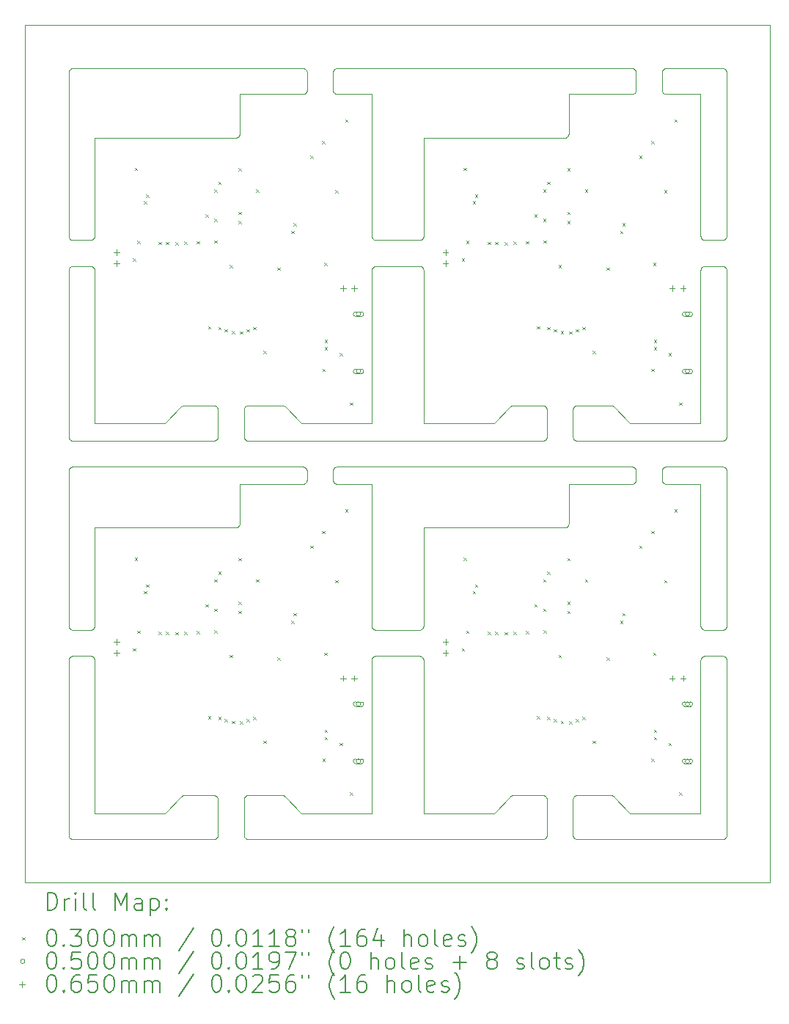
<source format=gbr>
%TF.GenerationSoftware,KiCad,Pcbnew,9.0.3*%
%TF.CreationDate,2025-09-14T18:43:41+02:00*%
%TF.ProjectId,panel,70616e65-6c2e-46b6-9963-61645f706362,rev?*%
%TF.SameCoordinates,Original*%
%TF.FileFunction,Drillmap*%
%TF.FilePolarity,Positive*%
%FSLAX45Y45*%
G04 Gerber Fmt 4.5, Leading zero omitted, Abs format (unit mm)*
G04 Created by KiCad (PCBNEW 9.0.3) date 2025-09-14 18:43:41*
%MOMM*%
%LPD*%
G01*
G04 APERTURE LIST*
%ADD10C,0.100000*%
%ADD11C,0.200000*%
G04 APERTURE END LIST*
D10*
X773624Y-2477988D02*
X771436Y-2479089D01*
X2529652Y-4417937D02*
X2530859Y-4415806D01*
X518244Y-511327D02*
X520175Y-509820D01*
X7808967Y-6965476D02*
X7807460Y-6963545D01*
X7364206Y-783611D02*
X7362607Y-781756D01*
X2524000Y-4754831D02*
X2523820Y-4752388D01*
X7362607Y-5118084D02*
X7364206Y-5116229D01*
X7798599Y-7323885D02*
X7799135Y-7321495D01*
X771436Y-6978929D02*
X769197Y-6979921D01*
X7384369Y-502917D02*
X7386695Y-502149D01*
X8090541Y-6959474D02*
X8089230Y-6961543D01*
X7001379Y-5099840D02*
X7003828Y-5099900D01*
X7837805Y-6982761D02*
X7835415Y-6982224D01*
X6351145Y-4396351D02*
X6353384Y-4395358D01*
X6011253Y-8909644D02*
X6012760Y-8911575D01*
X7845091Y-6983660D02*
X7842649Y-6983480D01*
X6328472Y-9373303D02*
X6327371Y-9371115D01*
X8095491Y-9364265D02*
X8094723Y-9366591D01*
X3999360Y-6941142D02*
X3999060Y-6938711D01*
X6019663Y-9366591D02*
X6018781Y-9368876D01*
X2540149Y-4786913D02*
X2538375Y-4785225D01*
X6234555Y-5801801D02*
X6232142Y-5802220D01*
X4015209Y-2796806D02*
X4017064Y-2795207D01*
X3581025Y-5104631D02*
X3583264Y-5103638D01*
X2525909Y-4764425D02*
X2525255Y-4762065D01*
X764587Y-2786029D02*
X766912Y-2786797D01*
X7361100Y-5279665D02*
X7359690Y-5277663D01*
X3187186Y-9099680D02*
X3998206Y-9099680D01*
X5613005Y-4396521D02*
X5615276Y-4395494D01*
X3207451Y-5100080D02*
X3209882Y-5100380D01*
X3599911Y-500060D02*
X3602361Y-500000D01*
X6372481Y-9399680D02*
X6370031Y-9399620D01*
X7807460Y-7303895D02*
X7808967Y-7301964D01*
X5977571Y-4799600D02*
X5975128Y-4799780D01*
X6254545Y-5792940D02*
X6252543Y-5794350D01*
X7797628Y-4599730D02*
X7797640Y-4599229D01*
X4598581Y-7328729D02*
X4598762Y-7331171D01*
X783612Y-6970793D02*
X781757Y-6972393D01*
X8069075Y-2479089D02*
X8066836Y-2480082D01*
X4578647Y-2793700D02*
X4580578Y-2795207D01*
X2523760Y-4441461D02*
X2523820Y-4439012D01*
X3236071Y-5286913D02*
X3234216Y-5288513D01*
X2554564Y-4796042D02*
X2552325Y-4795049D01*
X7351340Y-547452D02*
X7351520Y-545009D01*
X2563925Y-4392519D02*
X2566338Y-4392100D01*
X1805694Y-4401723D02*
X1807717Y-4400265D01*
X5975128Y-4391620D02*
X5977571Y-4391800D01*
X7826205Y-2788671D02*
X7828444Y-2787678D01*
X8090541Y-2459634D02*
X8089230Y-2461703D01*
X792902Y-6959474D02*
X791592Y-6961543D01*
X790182Y-2804054D02*
X791592Y-2806057D01*
X509820Y-7303895D02*
X511327Y-7301964D01*
X8084713Y-6967331D02*
X8083025Y-6969105D01*
X8097640Y-7333621D02*
X8097640Y-9349779D01*
X8597640Y-611D02*
X8597628Y-110D01*
X6007965Y-4785225D02*
X6006191Y-4786913D01*
X8081251Y-7296646D02*
X8083025Y-7298335D01*
X4029624Y-2787678D02*
X4031909Y-2786797D01*
X2223760Y-8941301D02*
X2223760Y-9349779D01*
X6355669Y-4394477D02*
X6357995Y-4393709D01*
X7006271Y-5299600D02*
X7003828Y-5299780D01*
X7377657Y-794108D02*
X7375526Y-792901D01*
X752550Y-6983660D02*
X750100Y-6983720D01*
X6328472Y-4773463D02*
X6327371Y-4771275D01*
X2222801Y-9359515D02*
X2222265Y-9361905D01*
X3583264Y-5296042D02*
X3581025Y-5295049D01*
X6274480Y-5757751D02*
X6274180Y-5760182D01*
X7003828Y-5099900D02*
X7006271Y-5100080D01*
X524246Y-2790979D02*
X526377Y-2789772D01*
X4034235Y-2481731D02*
X4031909Y-2480963D01*
X4008640Y-6963545D02*
X4007230Y-6961543D01*
X8096681Y-2443715D02*
X8096144Y-2446105D01*
X2526677Y-4766751D02*
X2525909Y-4764425D01*
X3228214Y-5292741D02*
X3226083Y-5293948D01*
X5606537Y-8900105D02*
X5608630Y-8898750D01*
X7824017Y-7289612D02*
X7826205Y-7288511D01*
X3186126Y-4599392D02*
X3186538Y-4599797D01*
X4000969Y-7319135D02*
X4001737Y-7316809D01*
X8086313Y-4781596D02*
X8084713Y-4783451D01*
X4595904Y-6950631D02*
X4595023Y-6952916D01*
X6338969Y-4404487D02*
X6340824Y-4402887D01*
X799942Y-2831331D02*
X800002Y-2833781D01*
X4598761Y-2436428D02*
X4598581Y-2438871D01*
X4565732Y-2480963D02*
X4563407Y-2481731D01*
X4576645Y-7292130D02*
X4578647Y-7293540D01*
X501495Y-4762065D02*
X500959Y-4759675D01*
X3552700Y-545009D02*
X3553000Y-542578D01*
X8097400Y-5144849D02*
X8097580Y-5147292D01*
X6370031Y-4391620D02*
X6372481Y-4391560D01*
X520175Y-6973900D02*
X518244Y-6972393D01*
X8071263Y-2477988D02*
X8069075Y-2479089D01*
X4025197Y-2477988D02*
X4023066Y-2476781D01*
X7840218Y-6983180D02*
X7837805Y-6982761D01*
X8059865Y-6982224D02*
X8057475Y-6982761D01*
X501495Y-7321495D02*
X502149Y-7319135D01*
X6020431Y-9364265D02*
X6019663Y-9366591D01*
X4598820Y-1303534D02*
X4598821Y-2433979D01*
X8089230Y-4777663D02*
X8087820Y-4779665D01*
X500540Y-542578D02*
X500959Y-540165D01*
X3552460Y-5249939D02*
X3552460Y-5149741D01*
X7828444Y-2480082D02*
X7826205Y-2479089D01*
X6323539Y-4431725D02*
X6324075Y-4429335D01*
X1814185Y-4396521D02*
X1816456Y-4395494D01*
X2999385Y-8906571D02*
X3186124Y-9099231D01*
X7842649Y-6983480D02*
X7840218Y-6983180D01*
X4046271Y-2783940D02*
X4048721Y-2783880D01*
X8081251Y-2796806D02*
X8083025Y-2798495D01*
X6330990Y-9377503D02*
X6329679Y-9375434D01*
X2199514Y-4398659D02*
X2201583Y-4399970D01*
X4041398Y-6983180D02*
X4038985Y-6982761D01*
X3252400Y-752548D02*
X3252220Y-754991D01*
X4034235Y-2786029D02*
X4036595Y-2785375D01*
X500060Y-2436428D02*
X500000Y-2433979D01*
X2183595Y-8892359D02*
X2185985Y-8892895D01*
X1612735Y-9099232D02*
X1800098Y-8906517D01*
X8096144Y-2821655D02*
X8096681Y-2824045D01*
X6271803Y-5769671D02*
X6270921Y-5771956D01*
X799941Y-6936268D02*
X799761Y-6938711D01*
X8094723Y-4766751D02*
X8093841Y-4769036D01*
X6011253Y-9381436D02*
X6009653Y-9383291D01*
X7803532Y-6957343D02*
X7802431Y-6955155D01*
X8097100Y-6941142D02*
X8096681Y-6943555D01*
X8095491Y-535415D02*
X8096144Y-537775D01*
X2178751Y-4391800D02*
X2181182Y-4392100D01*
X3234216Y-5111167D02*
X3236071Y-5112767D01*
X2568769Y-4391800D02*
X2571212Y-4391620D01*
X3553419Y-5140005D02*
X3553955Y-5137615D01*
X5602567Y-8903120D02*
X5604514Y-8901563D01*
X518244Y-2472553D02*
X516389Y-2470953D01*
X8073394Y-507099D02*
X8075463Y-508410D01*
X509820Y-5120015D02*
X511327Y-5118084D01*
X2215350Y-4777663D02*
X2213940Y-4779665D01*
X3552700Y-5254831D02*
X3552520Y-5252388D01*
X1807717Y-8900105D02*
X1809810Y-8898750D01*
X4017064Y-2472553D02*
X4015209Y-2470953D01*
X3563787Y-5118084D02*
X3565386Y-5116229D01*
X3239533Y-783611D02*
X3237845Y-785385D01*
X1611678Y-9099680D02*
X1612254Y-9099666D01*
X2451654Y-1295821D02*
X2449523Y-1297028D01*
X4553812Y-6983480D02*
X4551370Y-6983660D01*
X7398731Y-5099900D02*
X7401181Y-5099840D01*
X6346826Y-9392581D02*
X6344757Y-9391270D01*
X6261793Y-1286531D02*
X6260105Y-1288305D01*
X783612Y-2470953D02*
X781757Y-2472553D01*
X2212433Y-4781596D02*
X2210833Y-4783451D01*
X6323120Y-9357102D02*
X6322820Y-9354671D01*
X7050321Y-759835D02*
X7049784Y-762225D01*
X781757Y-6972393D02*
X779827Y-6973900D01*
X8097580Y-547452D02*
X8097640Y-549901D01*
X6792605Y-4401760D02*
X6794553Y-4403323D01*
X7367669Y-5286913D02*
X7365895Y-5285225D01*
X7377657Y-5105732D02*
X7379845Y-5104631D01*
X7354197Y-766911D02*
X7353429Y-764585D01*
X2525909Y-8926815D02*
X2526677Y-8924489D01*
X4005919Y-2459634D02*
X4004712Y-2457503D01*
X798506Y-2821655D02*
X799043Y-2824045D01*
X5996203Y-9393788D02*
X5994015Y-9394889D01*
X6340824Y-9388353D02*
X6338969Y-9386753D01*
X7044181Y-524246D02*
X7045388Y-526377D01*
X8097100Y-4757262D02*
X8096681Y-4759675D01*
X4598832Y-1303030D02*
X4598820Y-1303531D01*
X2216661Y-9375434D02*
X2215350Y-9377503D01*
X7355078Y-530804D02*
X7356071Y-528565D01*
X7807460Y-2463705D02*
X7806050Y-2461703D01*
X4590412Y-2806057D02*
X4591722Y-2808126D01*
X8066836Y-503798D02*
X8069075Y-504791D01*
X8062225Y-4797691D02*
X8059865Y-4798345D01*
X7797640Y-6933819D02*
X7797640Y-5300454D01*
X3205008Y-500060D02*
X3207451Y-500240D01*
X503798Y-530804D02*
X504791Y-528565D01*
X2464573Y-5784516D02*
X2462973Y-5786371D01*
X7358379Y-5275594D02*
X7357172Y-5273463D01*
X3590235Y-501495D02*
X3592625Y-500959D01*
X549901Y-500000D02*
X3202559Y-500000D01*
X3217045Y-502149D02*
X3219371Y-502917D01*
X2210833Y-8907789D02*
X2212433Y-8909644D01*
X785386Y-6969104D02*
X783612Y-6970793D01*
X4590412Y-6961543D02*
X4589001Y-6963545D01*
X4046271Y-6983660D02*
X4043829Y-6983480D01*
X4578647Y-6973900D02*
X4576644Y-6975310D01*
X12Y-110D02*
X0Y-611D01*
X7804739Y-7307966D02*
X7806050Y-7305897D01*
X783612Y-7296646D02*
X785386Y-7298335D01*
X4595904Y-2450791D02*
X4595023Y-2453076D01*
X6004336Y-8902727D02*
X6006191Y-8904327D01*
X8057475Y-2784839D02*
X8059865Y-2785375D01*
X771437Y-7288511D02*
X773624Y-7289612D01*
X3583264Y-796201D02*
X3581025Y-795209D01*
X6986006Y-9099680D02*
X7797026Y-9099680D01*
X6353384Y-4395358D02*
X6355669Y-4394477D01*
X7003828Y-5299780D02*
X7001379Y-5299840D01*
X535415Y-7285869D02*
X537775Y-7285215D01*
X7352239Y-5140005D02*
X7352775Y-5137615D01*
X8055062Y-4799300D02*
X8052631Y-4799600D01*
X8052631Y-500240D02*
X8055062Y-500540D01*
X5994015Y-8896191D02*
X5996203Y-8897292D01*
X3202559Y-5299840D02*
X2476514Y-5299840D01*
X8086313Y-518244D02*
X8087820Y-520175D01*
X3209882Y-5299300D02*
X3207451Y-5299600D01*
X7377657Y-5293948D02*
X7375526Y-5292741D01*
X8091748Y-4773463D02*
X8090541Y-4775594D01*
X6236945Y-5801264D02*
X6234555Y-5801801D01*
X752550Y-7283780D02*
X754993Y-7283960D01*
X528565Y-504791D02*
X530804Y-503798D01*
X7799789Y-7319135D02*
X7800557Y-7316809D01*
X6015481Y-8915646D02*
X6016688Y-8917777D01*
X3570704Y-511327D02*
X3572635Y-509820D01*
X7382084Y-796201D02*
X7379845Y-795209D01*
X7018191Y-797083D02*
X7015865Y-797851D01*
X3998209Y-9099680D02*
X3998710Y-9099668D01*
X3252400Y-5252388D02*
X3252220Y-5254831D01*
X3554609Y-5264425D02*
X3553955Y-5262065D01*
X7840218Y-2483340D02*
X7837805Y-2482921D01*
X757423Y-2483340D02*
X754992Y-2483640D01*
X3209882Y-500540D02*
X3212295Y-500959D01*
X766912Y-2786797D02*
X769198Y-2787678D01*
X611Y0D02*
X110Y-12D01*
X5991776Y-9395882D02*
X5989491Y-9396763D01*
X5615276Y-8895334D02*
X5617596Y-8894421D01*
X5610787Y-4397661D02*
X5613005Y-4396521D01*
X7369524Y-511327D02*
X7371455Y-509820D01*
X6367589Y-8891640D02*
X6370031Y-8891460D01*
X8059865Y-2482385D02*
X8057475Y-2482921D01*
X2474941Y-1262755D02*
X2474405Y-1265145D01*
X3555377Y-533089D02*
X3556258Y-530804D01*
X6015481Y-9375434D02*
X6014170Y-9377503D01*
X5980002Y-9399140D02*
X5977571Y-9399440D01*
X6779505Y-4394593D02*
X6781829Y-4395509D01*
X4590412Y-7305897D02*
X4591722Y-7307966D01*
X3998209Y-4599840D02*
X3998710Y-4599828D01*
X3217045Y-5297691D02*
X3214685Y-5298345D01*
X7034891Y-5286913D02*
X7033036Y-5288513D01*
X549901Y-5099840D02*
X3202559Y-5099840D01*
X3568849Y-5286913D02*
X3567075Y-5285225D01*
X7847541Y-7283720D02*
X8047739Y-7283720D01*
X6322820Y-9354671D02*
X6322640Y-9352228D01*
X4585895Y-6967331D02*
X4584206Y-6969104D01*
X8597640Y-9899066D02*
X8597640Y-614D01*
X795211Y-7312285D02*
X796203Y-7314524D01*
X3221656Y-5103638D02*
X3223895Y-5104631D01*
X4598762Y-7331171D02*
X4598822Y-7333621D01*
X7800557Y-7316809D02*
X7801438Y-7314524D01*
X4041398Y-7284260D02*
X4043829Y-7283960D01*
X2209145Y-9385065D02*
X2207371Y-9386753D01*
X779827Y-2474060D02*
X777824Y-2475470D01*
X509820Y-6963545D02*
X508410Y-6961543D01*
X3560870Y-522177D02*
X3562280Y-520175D01*
X4017064Y-6972393D02*
X4015209Y-6970793D01*
X7800557Y-2450791D02*
X7799789Y-2448465D01*
X2216661Y-4415806D02*
X2217868Y-4417937D01*
X3187186Y-4599840D02*
X3998206Y-4599840D01*
X799942Y-7331171D02*
X800002Y-7333621D01*
X2442811Y-1300003D02*
X2440485Y-1300771D01*
X2568769Y-4799600D02*
X2566338Y-4799300D01*
X3248661Y-530804D02*
X3249543Y-533089D01*
X4565733Y-7286637D02*
X4568018Y-7287518D01*
X2552325Y-4396351D02*
X2554564Y-4395358D01*
X8087820Y-9379505D02*
X8086313Y-9381436D01*
X3553955Y-5262065D02*
X3553419Y-5259675D01*
X2451654Y-5795661D02*
X2449523Y-5796868D01*
X6372481Y-4799840D02*
X6370031Y-4799780D01*
X524246Y-9392581D02*
X522177Y-9391270D01*
X7373457Y-791590D02*
X7371455Y-790180D01*
X8095491Y-7319135D02*
X8096144Y-7321495D01*
X4036595Y-2482385D02*
X4034235Y-2481731D01*
X1811967Y-4397661D02*
X1814185Y-4396521D01*
X502917Y-533089D02*
X503798Y-530804D01*
X3998820Y-4599226D02*
X3998820Y-2833781D01*
X788674Y-6965476D02*
X787075Y-6967331D01*
X2556849Y-4394477D02*
X2559175Y-4393709D01*
X2542004Y-4402887D02*
X2543935Y-4401380D01*
X6798205Y-8906571D02*
X6984944Y-9099231D01*
X3251501Y-540165D02*
X3251920Y-542578D01*
X7802431Y-6955155D02*
X7801438Y-6952916D01*
X7050321Y-5259675D02*
X7049784Y-5262065D01*
X2538375Y-4785225D02*
X2536687Y-4783451D01*
X7379845Y-5104631D02*
X7382084Y-5103638D01*
X8081251Y-5112767D02*
X8083025Y-5114455D01*
X2223520Y-4754831D02*
X2223220Y-4757262D01*
X6344757Y-8899810D02*
X6346826Y-8898499D01*
X545009Y-9399440D02*
X542578Y-9399140D01*
X6772299Y-8892397D02*
X6774734Y-8892955D01*
X788675Y-7301964D02*
X790182Y-7303894D01*
X505892Y-526377D02*
X507099Y-524246D01*
X502149Y-4764425D02*
X501495Y-4762065D01*
X7001379Y-5299840D02*
X6275334Y-5299840D01*
X7806050Y-2461703D02*
X7804739Y-2459634D01*
X2430891Y-5802520D02*
X2428448Y-5802700D01*
X6016688Y-4773463D02*
X6015481Y-4775594D01*
X6796422Y-4404981D02*
X6798205Y-4406731D01*
X4029624Y-7287518D02*
X4031909Y-7286637D01*
X3236071Y-5112767D02*
X3237845Y-5114455D01*
X3217045Y-5101989D02*
X3219371Y-5102757D01*
X7842649Y-7283960D02*
X7845091Y-7283780D01*
X779827Y-7293540D02*
X781758Y-7295047D01*
X6323120Y-4434138D02*
X6323539Y-4431725D01*
X5972679Y-4391560D02*
X5975128Y-4391620D01*
X799461Y-2441302D02*
X799042Y-2443715D01*
X6009653Y-4783451D02*
X6007965Y-4785225D01*
X4558657Y-2784839D02*
X4561046Y-2785375D01*
X781757Y-2472553D02*
X779827Y-2474060D01*
X545009Y-2784120D02*
X547452Y-2783940D01*
X7819817Y-2475470D02*
X7817815Y-2474060D01*
X6241631Y-5799843D02*
X6239305Y-5800611D01*
X7386695Y-5297691D02*
X7384369Y-5296923D01*
X4007230Y-2806057D02*
X4008640Y-2804055D01*
X7039953Y-781756D02*
X7038353Y-783611D01*
X3239533Y-5283451D02*
X3237845Y-5285225D01*
X2188345Y-9397531D02*
X2185985Y-9398185D01*
X800611Y-5802760D02*
X800110Y-5802772D01*
X8097100Y-2441302D02*
X8096681Y-2443715D01*
X6260105Y-5788145D02*
X6258331Y-5789833D01*
X3228214Y-792901D02*
X3226083Y-794108D01*
X3553000Y-542578D02*
X3553419Y-540165D01*
X7036665Y-514615D02*
X7038353Y-516389D01*
X2561535Y-9398185D02*
X2559175Y-9397531D01*
X800004Y-9099069D02*
X800016Y-9099570D01*
X8064551Y-2480963D02*
X8062225Y-2481731D01*
X7797700Y-2436428D02*
X7797640Y-2433979D01*
X2559175Y-8893549D02*
X2561535Y-8892895D01*
X8081251Y-9386753D02*
X8079396Y-9388353D01*
X505892Y-2810257D02*
X507099Y-2808126D01*
X5989491Y-4796923D02*
X5987165Y-4797691D01*
X777824Y-2475470D02*
X775755Y-2476781D01*
X518244Y-9388353D02*
X516389Y-9386753D01*
X800001Y-6933819D02*
X799941Y-6936268D01*
X6984946Y-9099232D02*
X6985358Y-9099637D01*
X549901Y-4799840D02*
X547452Y-4799780D01*
X4004712Y-2457503D02*
X4003611Y-2455315D01*
X7042870Y-5277663D02*
X7041460Y-5279665D01*
X4000969Y-2448465D02*
X4000315Y-2446105D01*
X6335506Y-9383291D02*
X6333907Y-9381436D01*
X796203Y-2453076D02*
X795210Y-2455315D01*
X8073394Y-2790979D02*
X8075463Y-2792290D01*
X7050321Y-5140005D02*
X7050740Y-5142418D01*
X2192956Y-4796042D02*
X2190671Y-4796923D01*
X4038985Y-2784839D02*
X4041398Y-2784420D01*
X504791Y-528565D02*
X505892Y-526377D01*
X6227268Y-5802700D02*
X6224819Y-5802760D01*
X537775Y-9398185D02*
X535415Y-9397531D01*
X5629718Y-4391809D02*
X5632204Y-4391622D01*
X3212295Y-799041D02*
X3209882Y-799460D01*
X2178751Y-8891640D02*
X2181182Y-8891940D01*
X7008702Y-500540D02*
X7011115Y-500959D01*
X2185985Y-9398185D02*
X2183595Y-9398721D01*
X6022580Y-4749939D02*
X6022520Y-4752388D01*
X7011115Y-5100799D02*
X7013505Y-5101335D01*
X8069075Y-504791D02*
X8071263Y-505892D01*
X794109Y-7310097D02*
X795211Y-7312285D01*
X800114Y-4599828D02*
X800615Y-4599840D01*
X507099Y-6959474D02*
X505892Y-6957343D01*
X4561046Y-7285215D02*
X4563407Y-7285869D01*
X500240Y-5144849D02*
X500540Y-5142418D01*
X2442811Y-5799843D02*
X2440485Y-5800611D01*
X5998334Y-4398659D02*
X6000403Y-4399970D01*
X6367589Y-4391800D02*
X6370031Y-4391620D01*
X6022340Y-4754831D02*
X6022040Y-4757262D01*
X8077465Y-2793700D02*
X8079396Y-2795207D01*
X2207371Y-4404487D02*
X2209145Y-4406175D01*
X6015481Y-4775594D02*
X6014170Y-4777663D01*
X542578Y-5100380D02*
X545009Y-5100080D01*
X6332400Y-4411735D02*
X6333907Y-4409804D01*
X8597530Y-12D02*
X8597029Y0D01*
X524246Y-5106939D02*
X526377Y-5105732D01*
X6784104Y-4396540D02*
X6786324Y-4397684D01*
X528565Y-2479089D02*
X526377Y-2477988D01*
X8097640Y-2433979D02*
X8097580Y-2436428D01*
X2524719Y-8931565D02*
X2525255Y-8929175D01*
X797853Y-6948305D02*
X797084Y-6950631D01*
X798506Y-2446105D02*
X797853Y-2448465D01*
X502149Y-7319135D02*
X502917Y-7316809D01*
X771436Y-2479089D02*
X769197Y-2480082D01*
X6357995Y-8893549D02*
X6360355Y-8892895D01*
X8083025Y-5114455D02*
X8084713Y-5116229D01*
X500000Y-4749939D02*
X500000Y-2833781D01*
X2568769Y-8891640D02*
X2571212Y-8891460D01*
X3212295Y-5100799D02*
X3214685Y-5101335D01*
X528565Y-4795049D02*
X526377Y-4793948D01*
X3590235Y-798504D02*
X3587875Y-797851D01*
X4041398Y-2784420D02*
X4043829Y-2784120D01*
X2552325Y-8896191D02*
X2554564Y-8895198D01*
X2985284Y-4396540D02*
X2987504Y-4397684D01*
X3570704Y-788673D02*
X3568849Y-787073D01*
X6774734Y-4393115D02*
X6777138Y-4393794D01*
X2566338Y-4392100D02*
X2568769Y-4391800D01*
X4565733Y-2786797D02*
X4568018Y-2787678D01*
X2528551Y-9371115D02*
X2527558Y-9368876D01*
X6274480Y-1257911D02*
X6274180Y-1260342D01*
X509820Y-2804055D02*
X511327Y-2802124D01*
X6333907Y-4781596D02*
X6332400Y-4779665D01*
X8097400Y-6938711D02*
X8097100Y-6941142D01*
X500240Y-7328729D02*
X500540Y-7326298D01*
X2533580Y-4779665D02*
X2532170Y-4777663D01*
X8097580Y-4752388D02*
X8097400Y-4754831D01*
X2435735Y-1301961D02*
X2433322Y-1302380D01*
X3595038Y-500540D02*
X3597469Y-500240D01*
X3572635Y-790180D02*
X3570704Y-788673D01*
X508410Y-7305897D02*
X509820Y-7303895D01*
X7359690Y-5122017D02*
X7361100Y-5120015D01*
X3998880Y-2436428D02*
X3998820Y-2433979D01*
X7001379Y-500000D02*
X7003828Y-500060D01*
X7018191Y-5296923D02*
X7015865Y-5297691D01*
X799462Y-7326298D02*
X799761Y-7328729D01*
X511327Y-4781596D02*
X509820Y-4779665D01*
X7351520Y-545009D02*
X7351820Y-542578D01*
X4597326Y-2821655D02*
X4597863Y-2824045D01*
X8083025Y-9385065D02*
X8081251Y-9386753D01*
X528565Y-7288511D02*
X530804Y-7287518D01*
X6324075Y-4762065D02*
X6323539Y-4759675D01*
X2475360Y-1260342D02*
X2474941Y-1262755D01*
X7375526Y-5292741D02*
X7373457Y-5291430D01*
X3574637Y-5291430D02*
X3572635Y-5290020D01*
X540165Y-500959D02*
X542578Y-500540D01*
X8097400Y-2438871D02*
X8097100Y-2441302D01*
X5624789Y-4392553D02*
X5627244Y-4392120D01*
X6769840Y-8891962D02*
X6772299Y-8892397D01*
X2195195Y-4396351D02*
X2197383Y-4397452D01*
X7824017Y-2789772D02*
X7826205Y-2788671D01*
X6338969Y-4786913D02*
X6337195Y-4785225D01*
X7393858Y-799460D02*
X7391445Y-799041D01*
X8057475Y-6982761D02*
X8055062Y-6983180D01*
X8097580Y-2831331D02*
X8097640Y-2833781D01*
X6781829Y-4395509D02*
X6784104Y-4396540D01*
X3241133Y-5281596D02*
X3239533Y-5283451D01*
X1835878Y-4391560D02*
X2173859Y-4391560D01*
X2209145Y-4406175D02*
X2210833Y-4407949D01*
X800012Y-1303030D02*
X800000Y-1303531D01*
X2222801Y-4431725D02*
X2223220Y-4434138D01*
X520175Y-5109660D02*
X522177Y-5108250D01*
X500959Y-6943555D02*
X500540Y-6941142D01*
X4003611Y-2455315D02*
X4002618Y-2453076D01*
X3597469Y-500240D02*
X3599911Y-500060D01*
X7042870Y-777823D02*
X7041460Y-779825D01*
X8087820Y-5120015D02*
X8089230Y-5122017D01*
X3248661Y-5269036D02*
X3247669Y-5271275D01*
X2209145Y-8906015D02*
X2210833Y-8907789D01*
X3557251Y-5271275D02*
X3556258Y-5269036D01*
X8097400Y-9354671D02*
X8097100Y-9357102D01*
X4574575Y-6976621D02*
X4572444Y-6977828D01*
X2222801Y-4759675D02*
X2222265Y-4762065D01*
X2215350Y-9377503D02*
X2213940Y-9379505D01*
X500000Y-6933819D02*
X500000Y-5149741D01*
X7797640Y-5300451D02*
X7797628Y-5299950D01*
X2476511Y-5299840D02*
X2476010Y-5299852D01*
X3250964Y-5137615D02*
X3251501Y-5140005D01*
X1833384Y-4391622D02*
X1835878Y-4391560D01*
X2210833Y-4783451D02*
X2209145Y-4785225D01*
X2527558Y-8922204D02*
X2528551Y-8919965D01*
X773624Y-2789772D02*
X775755Y-2790979D01*
X2218969Y-4420125D02*
X2219962Y-4422364D01*
X3568849Y-5112767D02*
X3570704Y-5111167D01*
X8052631Y-2784120D02*
X8055062Y-2784420D01*
X4568018Y-7287518D02*
X4570257Y-7288511D01*
X3576706Y-792901D02*
X3574637Y-791590D01*
X7033036Y-511327D02*
X7034891Y-512926D01*
X3223895Y-795209D02*
X3221656Y-796201D01*
X2545937Y-4791430D02*
X2543935Y-4790020D01*
X6324729Y-8926815D02*
X6325497Y-8924489D01*
X6000403Y-4399970D02*
X6002405Y-4401380D01*
X3576706Y-5292741D02*
X3574637Y-5291430D01*
X8062225Y-6981571D02*
X8059865Y-6982224D01*
X2222265Y-9361905D02*
X2221611Y-9364265D01*
X8093841Y-6952916D02*
X8092849Y-6955155D01*
X4572444Y-2477988D02*
X4570256Y-2479089D01*
X509820Y-9379505D02*
X508410Y-9377503D01*
X4592929Y-2457503D02*
X4591722Y-2459634D01*
X7401181Y-5099840D02*
X8047739Y-5099840D01*
X7828444Y-7287518D02*
X7830729Y-7286637D01*
X4027385Y-7288511D02*
X4029624Y-7287518D01*
X7354197Y-5132929D02*
X7355078Y-5130644D01*
X526377Y-6977828D02*
X524246Y-6976621D01*
X6264900Y-5782585D02*
X6263393Y-5784516D01*
X7367669Y-787073D02*
X7365895Y-785385D01*
X1800098Y-4406677D02*
X1801880Y-4404932D01*
X110Y-9899668D02*
X611Y-9899680D01*
X1612322Y-9099637D02*
X1612734Y-9099234D01*
X500240Y-2828889D02*
X500540Y-2826458D01*
X6274180Y-1260342D02*
X6273761Y-1262755D01*
X3252220Y-545009D02*
X3252400Y-547452D01*
X3581025Y-5295049D02*
X3578837Y-5293948D01*
X5598918Y-8906517D02*
X5600700Y-8904772D01*
X520175Y-9389860D02*
X518244Y-9388353D01*
X6021621Y-4431725D02*
X6022040Y-4434138D01*
X7011115Y-799041D02*
X7008702Y-799460D01*
X2527558Y-9368876D02*
X2526677Y-9366591D01*
X6021621Y-9359515D02*
X6021084Y-9361905D01*
X547452Y-2483820D02*
X545009Y-2483640D01*
X6330990Y-8913577D02*
X6332400Y-8911575D01*
X3226083Y-5293948D02*
X3223895Y-5295049D01*
X6020431Y-4426975D02*
X6021084Y-4429335D01*
X514615Y-9385065D02*
X512926Y-9383291D01*
X2173859Y-4799840D02*
X549901Y-4799840D01*
X2453723Y-5794350D02*
X2451654Y-5795661D01*
X6786324Y-8897524D02*
X6788485Y-8898777D01*
X799941Y-2436428D02*
X799761Y-2438871D01*
X7051040Y-5144849D02*
X7051220Y-5147292D01*
X3242640Y-779825D02*
X3241133Y-781756D01*
X3553000Y-5257262D02*
X3552700Y-5254831D01*
X7815884Y-2795207D02*
X7817815Y-2793700D01*
X540165Y-9398721D02*
X537775Y-9398185D01*
X757424Y-7284260D02*
X759837Y-7284679D01*
X6365158Y-8891940D02*
X6367589Y-8891640D01*
X2212433Y-8909644D02*
X2213940Y-8911575D01*
X5632204Y-8891462D02*
X5634698Y-8891400D01*
X7044181Y-775754D02*
X7042870Y-777823D01*
X8097640Y-9349779D02*
X8097580Y-9352228D01*
X6322580Y-4749939D02*
X6322580Y-4441461D01*
X2543935Y-4790020D02*
X2542004Y-4788513D01*
X2223220Y-8933978D02*
X2223520Y-8936409D01*
X4048721Y-2483880D02*
X4046271Y-2483820D01*
X7031105Y-5290020D02*
X7029103Y-5291430D01*
X7799135Y-2446105D02*
X7798599Y-2443715D01*
X8097100Y-7326298D02*
X8097400Y-7328729D01*
X4000969Y-2819295D02*
X4001737Y-2816969D01*
X7396289Y-500240D02*
X7398731Y-500060D01*
X3998710Y-5299852D02*
X3998209Y-5299840D01*
X7797640Y-2833781D02*
X7797700Y-2831331D01*
X6762372Y-4391560D02*
X6764871Y-4391623D01*
X5972679Y-8891400D02*
X5975128Y-8891460D01*
X2966051Y-8891463D02*
X2968541Y-8891650D01*
X8047739Y-500000D02*
X8050188Y-500060D01*
X8097400Y-4754831D02*
X8097100Y-4757262D01*
X530804Y-9395882D02*
X528565Y-9394889D01*
X4005919Y-2808126D02*
X4007230Y-2806057D01*
X545009Y-7283960D02*
X547452Y-7283780D01*
X7830729Y-2786797D02*
X7833055Y-2786029D01*
X791592Y-6961543D02*
X790181Y-6963545D01*
X6353384Y-4796042D02*
X6351145Y-4795049D01*
X4598821Y-2433979D02*
X4598761Y-2436428D01*
X1821139Y-8893626D02*
X1823539Y-8892949D01*
X542578Y-6983180D02*
X540165Y-6982761D01*
X4594031Y-7312285D02*
X4595023Y-7314524D01*
X2190671Y-8894317D02*
X2192956Y-8895198D01*
X7351520Y-5254831D02*
X7351340Y-5252388D01*
X5410498Y-9099680D02*
X5411074Y-9099666D01*
X6323539Y-9359515D02*
X6323120Y-9357102D01*
X7039953Y-518244D02*
X7041460Y-520175D01*
X4558657Y-7284679D02*
X4561046Y-7285215D01*
X8091748Y-2810257D02*
X8092849Y-2812445D01*
X3563787Y-781756D02*
X3562280Y-779825D01*
X3553419Y-759835D02*
X3553000Y-757422D01*
X7817815Y-2474060D02*
X7815884Y-2472553D01*
X7812255Y-7298335D02*
X7814029Y-7296646D01*
X5975128Y-8891460D02*
X5977571Y-8891640D01*
X2223700Y-8938852D02*
X2223760Y-8941301D01*
X3249543Y-766911D02*
X3248661Y-769196D01*
X7351520Y-754991D02*
X7351340Y-752548D01*
X3246568Y-773623D02*
X3245361Y-775754D01*
X5608630Y-8898750D02*
X5610787Y-8897501D01*
X4000315Y-7321495D02*
X4000969Y-7319135D01*
X8087820Y-7303895D02*
X8089230Y-7305897D01*
X4043829Y-2483640D02*
X4041398Y-2483340D01*
X3252220Y-5144849D02*
X3252400Y-5147292D01*
X500060Y-2831331D02*
X500240Y-2828889D01*
X7799135Y-2821655D02*
X7799789Y-2819295D01*
X8096144Y-5137615D02*
X8096681Y-5140005D01*
X2536687Y-9383291D02*
X2535087Y-9381436D01*
X5994015Y-4396351D02*
X5996203Y-4397452D01*
X4570256Y-2479089D02*
X4568017Y-2480082D01*
X2223220Y-9357102D02*
X2222801Y-9359515D01*
X7821886Y-7290819D02*
X7824017Y-7289612D01*
X502917Y-9366591D02*
X502149Y-9364265D01*
X6326378Y-4769036D02*
X6325497Y-4766751D01*
X2176308Y-4799780D02*
X2173859Y-4799840D01*
X3219371Y-5102757D02*
X3221656Y-5103638D01*
X8052631Y-2483640D02*
X8050188Y-2483820D01*
X3552700Y-754991D02*
X3552520Y-752548D01*
X8079396Y-2795207D02*
X8081251Y-2796806D01*
X4595023Y-2453076D02*
X4594030Y-2455315D01*
X757423Y-6983180D02*
X754992Y-6983480D01*
X3565386Y-5283451D02*
X3563787Y-5281596D01*
X7353429Y-764585D02*
X7352775Y-762225D01*
X798506Y-6945945D02*
X797853Y-6948305D01*
X3999779Y-7323885D02*
X4000315Y-7321495D01*
X3554609Y-764585D02*
X3553955Y-762225D01*
X7797880Y-2828889D02*
X7798180Y-2826458D01*
X762226Y-2482385D02*
X759836Y-2482921D01*
X6784104Y-8896380D02*
X6786324Y-8897524D01*
X2466080Y-5782585D02*
X2464573Y-5784516D01*
X7022715Y-795209D02*
X7020476Y-796201D01*
X2472102Y-5771956D02*
X2471109Y-5774195D01*
X3998820Y-2833781D02*
X3998880Y-2831331D01*
X516389Y-512926D02*
X518244Y-511327D01*
X800001Y-2433979D02*
X799941Y-2436428D01*
X2205516Y-8902727D02*
X2207371Y-8904327D01*
X7814029Y-2470953D02*
X7812255Y-2469265D01*
X6764871Y-4391623D02*
X6767361Y-4391810D01*
X6274180Y-5760182D02*
X6273761Y-5762595D01*
X2529652Y-8917777D02*
X2530859Y-8915646D01*
X535415Y-9397531D02*
X533089Y-9396763D01*
X6322640Y-4439012D02*
X6322820Y-4436569D01*
X7821886Y-6976621D02*
X7819817Y-6975310D01*
X7022715Y-5104631D02*
X7024903Y-5105732D01*
X2527558Y-4422364D02*
X2528551Y-4420125D01*
X8096144Y-2446105D02*
X8095491Y-2448465D01*
X6335506Y-4407949D02*
X6337195Y-4406175D01*
X500540Y-4757262D02*
X500240Y-4754831D01*
X2523760Y-4749939D02*
X2523760Y-4441461D01*
X512926Y-4783451D02*
X511327Y-4781596D01*
X6018781Y-4769036D02*
X6017789Y-4771275D01*
X4598832Y-5802870D02*
X4598820Y-5803371D01*
X7029103Y-5291430D02*
X7027034Y-5292741D01*
X504791Y-6955155D02*
X503798Y-6952916D01*
X6340824Y-8902727D02*
X6342755Y-8901220D01*
X500000Y-7333621D02*
X500060Y-7331171D01*
X7391445Y-500959D02*
X7393858Y-500540D01*
X4010147Y-2465636D02*
X4008640Y-2463705D01*
X2195195Y-4795049D02*
X2192956Y-4796042D01*
X7379845Y-795209D02*
X7377657Y-794108D01*
X2993785Y-4401760D02*
X2995733Y-4403323D01*
X2192956Y-4395358D02*
X2195195Y-4396351D01*
X3999779Y-2824045D02*
X4000315Y-2821655D01*
X2532170Y-4777663D02*
X2530859Y-4775594D01*
X8066836Y-5103638D02*
X8069075Y-5104631D01*
X3239533Y-516389D02*
X3241133Y-518244D01*
X3214685Y-501495D02*
X3217045Y-502149D01*
X7351820Y-5142418D02*
X7352239Y-5140005D01*
X500000Y-2433979D02*
X500000Y-549901D01*
X7033036Y-788673D02*
X7031105Y-790180D01*
X2540149Y-4404487D02*
X2542004Y-4402887D01*
X2197383Y-4793948D02*
X2195195Y-4795049D01*
X522177Y-2475470D02*
X520175Y-2474060D01*
X6246155Y-5797969D02*
X6243916Y-5798961D01*
X5615276Y-4395494D02*
X5617596Y-4394581D01*
X4002618Y-6952916D02*
X4001737Y-6950631D01*
X8081251Y-6970793D02*
X8079396Y-6972393D01*
X4574575Y-7290819D02*
X4576645Y-7292130D01*
X4023066Y-7290819D02*
X4025197Y-7289612D01*
X3219371Y-797083D02*
X3217045Y-797851D01*
X2178751Y-9399440D02*
X2176308Y-9399620D01*
X3602361Y-5299840D02*
X3599911Y-5299780D01*
X8097100Y-5142418D02*
X8097400Y-5144849D01*
X7049131Y-535415D02*
X7049784Y-537775D01*
X5598918Y-4406677D02*
X5600700Y-4404932D01*
X6012760Y-8911575D02*
X6014170Y-8913577D01*
X7013505Y-798504D02*
X7011115Y-799041D01*
X2220843Y-4766751D02*
X2219962Y-4769036D01*
X6357995Y-9397531D02*
X6355669Y-9396763D01*
X7036665Y-5114455D02*
X7038353Y-5116229D01*
X5989491Y-4394477D02*
X5991776Y-4395358D01*
X2462973Y-5786371D02*
X2461285Y-5788145D01*
X2467490Y-1280743D02*
X2466080Y-1282745D01*
X8089230Y-6961543D02*
X8087820Y-6963545D01*
X3583264Y-5103638D02*
X3585549Y-5102757D01*
X3559559Y-5275594D02*
X3558352Y-5273463D01*
X4017064Y-2795207D02*
X4018995Y-2793700D01*
X2220843Y-4424649D02*
X2221611Y-4426975D01*
X8079396Y-7295047D02*
X8081251Y-7296646D01*
X3232285Y-790180D02*
X3230283Y-791590D01*
X533089Y-502917D02*
X535415Y-502149D01*
X4598821Y-6933819D02*
X4598761Y-6936268D01*
X8092849Y-9371115D02*
X8091748Y-9373303D01*
X520175Y-2793700D02*
X522177Y-2792290D01*
X6022580Y-8941301D02*
X6022580Y-9349779D01*
X530804Y-4796042D02*
X528565Y-4795049D01*
X6357995Y-4797691D02*
X6355669Y-4796923D01*
X6020431Y-4764425D02*
X6019663Y-4766751D01*
X7386695Y-797851D02*
X7384369Y-797083D01*
X2447335Y-1298129D02*
X2445096Y-1299122D01*
X2571212Y-9399620D02*
X2568769Y-9399440D01*
X4013435Y-2469265D02*
X4011746Y-2467491D01*
X6252543Y-1294510D02*
X6250474Y-1295821D01*
X4008640Y-7303895D02*
X4010147Y-7301964D01*
X526377Y-7289612D02*
X528565Y-7288511D01*
X2535087Y-9381436D02*
X2533580Y-9379505D01*
X8047739Y-6983720D02*
X7847541Y-6983720D01*
X7049131Y-5264425D02*
X7048363Y-5266751D01*
X790181Y-2463705D02*
X788674Y-2465636D01*
X7006271Y-500240D02*
X7008702Y-500540D01*
X503798Y-2453076D02*
X502917Y-2450791D01*
X4013435Y-7298335D02*
X4015209Y-7296646D01*
X6000403Y-4791430D02*
X5998334Y-4792741D01*
X3572635Y-5290020D02*
X3570704Y-5288513D01*
X7364206Y-516389D02*
X7365895Y-514615D01*
X6344757Y-4791430D02*
X6342755Y-4790020D01*
X2550137Y-8897292D02*
X2552325Y-8896191D01*
X3559559Y-524246D02*
X3560870Y-522177D01*
X4001737Y-2816969D02*
X4002618Y-2814684D01*
X2210833Y-9383291D02*
X2209145Y-9385065D01*
X7812255Y-2798495D02*
X7814029Y-2796806D01*
X6007965Y-8906015D02*
X6009653Y-8907789D01*
X2201583Y-4399970D02*
X2203585Y-4401380D01*
X8073394Y-2476781D02*
X8071263Y-2477988D01*
X3556258Y-5130644D02*
X3557251Y-5128405D01*
X7351520Y-5144849D02*
X7351820Y-5142418D01*
X759837Y-2784839D02*
X762226Y-2785375D01*
X7047481Y-5269036D02*
X7046489Y-5271275D01*
X5994015Y-4795049D02*
X5991776Y-4796042D01*
X500959Y-9359515D02*
X500540Y-9357102D01*
X7042870Y-522177D02*
X7044181Y-524246D01*
X4570256Y-6978929D02*
X4568017Y-6979921D01*
X6333907Y-8909644D02*
X6335506Y-8907789D01*
X500240Y-545009D02*
X500540Y-542578D01*
X3552460Y-750099D02*
X3552460Y-549901D01*
X2216661Y-8915646D02*
X2217868Y-8917777D01*
X500959Y-2824045D02*
X501495Y-2821655D01*
X2543935Y-8901220D02*
X2545937Y-8899810D01*
X6012760Y-4411735D02*
X6014170Y-4413737D01*
X7351280Y-750099D02*
X7351280Y-549901D01*
X7041460Y-5279665D02*
X7039953Y-5281596D01*
X794109Y-2457503D02*
X792902Y-2459634D01*
X2475900Y-5300454D02*
X2475900Y-5752859D01*
X8093841Y-530804D02*
X8094723Y-533089D01*
X7359690Y-5277663D02*
X7358379Y-5275594D01*
X7803532Y-2457503D02*
X7802431Y-2455315D01*
X7799135Y-7321495D02*
X7799789Y-7319135D01*
X4551370Y-7283780D02*
X4553813Y-7283960D01*
X502917Y-4766751D02*
X502149Y-4764425D01*
X3553955Y-5137615D02*
X3554609Y-5135255D01*
X8052631Y-4799600D02*
X8050188Y-4799780D01*
X2473751Y-5767345D02*
X2472983Y-5769671D01*
X7821886Y-2476781D02*
X7819817Y-2475470D01*
X8079396Y-6972393D02*
X8077465Y-6973900D01*
X3599911Y-799940D02*
X3597469Y-799760D01*
X799462Y-2826458D02*
X799761Y-2828889D01*
X6227268Y-1302860D02*
X6224819Y-1302920D01*
X514615Y-514615D02*
X516389Y-512926D01*
X4558656Y-6982761D02*
X4556243Y-6983180D01*
X7828444Y-6979921D02*
X7826205Y-6978929D01*
X7833055Y-2481731D02*
X7830729Y-2480963D01*
X800000Y-5803374D02*
X800001Y-6933819D01*
X6337195Y-8906015D02*
X6338969Y-8904327D01*
X7375526Y-5106939D02*
X7377657Y-5105732D01*
X8090541Y-5124086D02*
X8091748Y-5126217D01*
X3552520Y-547452D02*
X3552700Y-545009D01*
X2185985Y-8892895D02*
X2188345Y-8893549D01*
X2205516Y-4402887D02*
X2207371Y-4404487D01*
X7369524Y-5288513D02*
X7367669Y-5286913D01*
X500060Y-4752388D02*
X500000Y-4749939D01*
X7024903Y-5105732D02*
X7027034Y-5106939D01*
X6323120Y-8933978D02*
X6323539Y-8931565D01*
X3585549Y-5296923D02*
X3583264Y-5296042D01*
X7013505Y-501495D02*
X7015865Y-502149D01*
X7830729Y-2480963D02*
X7828444Y-2480082D01*
X7353429Y-535415D02*
X7354197Y-533089D01*
X4594030Y-2455315D02*
X4592929Y-2457503D01*
X2470008Y-5776383D02*
X2468801Y-5778514D01*
X6372481Y-4391560D02*
X6762372Y-4391560D01*
X2963552Y-8891400D02*
X2966051Y-8891463D01*
X4598281Y-2441302D02*
X4597862Y-2443715D01*
X1823539Y-8892949D02*
X1825969Y-8892393D01*
X2525255Y-4429335D02*
X2525909Y-4426975D01*
X3252220Y-5254831D02*
X3251920Y-5257262D01*
X5996203Y-8897292D02*
X5998334Y-8898499D01*
X8097100Y-542578D02*
X8097400Y-545009D01*
X2526677Y-9366591D02*
X2525909Y-9364265D01*
X1830898Y-8891649D02*
X1833384Y-8891462D01*
X8057475Y-4798881D02*
X8055062Y-4799300D01*
X4027385Y-2479089D02*
X4025197Y-2477988D01*
X3245361Y-5124086D02*
X3246568Y-5126217D01*
X775755Y-7290819D02*
X777825Y-7292130D01*
X7801438Y-6952916D02*
X7800557Y-6950631D01*
X3552460Y-5149741D02*
X3552520Y-5147292D01*
X7798180Y-2441302D02*
X7797880Y-2438871D01*
X7828444Y-2787678D02*
X7830729Y-2786797D01*
X4011746Y-2800269D02*
X4013435Y-2798495D01*
X2188345Y-8893549D02*
X2190671Y-8894317D01*
X4572444Y-2789772D02*
X4574575Y-2790979D01*
X2472983Y-5769671D02*
X2472102Y-5771956D01*
X3554609Y-535415D02*
X3555377Y-533089D01*
X2474405Y-5764985D02*
X2473751Y-5767345D01*
X2524719Y-4759675D02*
X2524300Y-4757262D01*
X8096144Y-6945945D02*
X8095491Y-6948305D01*
X6022040Y-9357102D02*
X6021621Y-9359515D01*
X2201583Y-4791430D02*
X2199514Y-4792741D01*
X2535087Y-4781596D02*
X2533580Y-4779665D01*
X2524719Y-4431725D02*
X2525255Y-4429335D01*
X6322640Y-4752388D02*
X6322580Y-4749939D01*
X8071263Y-2789772D02*
X8073394Y-2790979D01*
X4548920Y-2483880D02*
X4048721Y-2483880D01*
X6009653Y-4407949D02*
X6011253Y-4409804D01*
X2185985Y-4798345D02*
X2183595Y-4798881D01*
X520175Y-4790020D02*
X518244Y-4788513D01*
X787075Y-7300109D02*
X788675Y-7301964D01*
X6342755Y-8901220D02*
X6344757Y-8899810D01*
X2473751Y-1267505D02*
X2472983Y-1269831D01*
X7797700Y-7331171D02*
X7797880Y-7328729D01*
X4597863Y-7323885D02*
X4598282Y-7326298D01*
X2538375Y-4406175D02*
X2540149Y-4404487D01*
X8094723Y-6950631D02*
X8093841Y-6952916D01*
X8093841Y-5130644D02*
X8094723Y-5132929D01*
X502149Y-5135255D02*
X502917Y-5132929D01*
X4596673Y-2819295D02*
X4597326Y-2821655D01*
X4556243Y-6983180D02*
X4553812Y-6983480D01*
X3244050Y-522177D02*
X3245361Y-524246D01*
X2524300Y-8933978D02*
X2524719Y-8931565D01*
X2997602Y-4404981D02*
X2999385Y-4406731D01*
X2215350Y-4413737D02*
X2216661Y-4415806D01*
X6014170Y-8913577D02*
X6015481Y-8915646D01*
X3559559Y-5124086D02*
X3560870Y-5122017D01*
X8084713Y-516389D02*
X8086313Y-518244D01*
X1818776Y-4394581D02*
X1821139Y-4393786D01*
X6327371Y-4771275D02*
X6326378Y-4769036D01*
X7013505Y-5298345D02*
X7011115Y-5298881D01*
X2445096Y-1299122D02*
X2442811Y-1300003D01*
X2995733Y-4403323D02*
X2997602Y-4404981D01*
X8055062Y-6983180D02*
X8052631Y-6983480D01*
X4595023Y-7314524D02*
X4595905Y-7316809D01*
X4595905Y-7316809D02*
X4596673Y-7319135D01*
X6794553Y-8903163D02*
X6796422Y-8904821D01*
X3552520Y-5252388D02*
X3552460Y-5249939D01*
X7020476Y-5103638D02*
X7022715Y-5104631D01*
X794109Y-6957343D02*
X792902Y-6959474D01*
X502149Y-2448465D02*
X501495Y-2446105D01*
X514615Y-6969105D02*
X512926Y-6967331D01*
X4582432Y-2470953D02*
X4580578Y-2472553D01*
X4004712Y-2810257D02*
X4005919Y-2808126D01*
X6256476Y-1291593D02*
X6254545Y-1293100D01*
X6254545Y-1293100D02*
X6252543Y-1294510D01*
X500540Y-2441302D02*
X500240Y-2438871D01*
X6342755Y-4790020D02*
X6340824Y-4788513D01*
X6263393Y-5784516D02*
X6261793Y-5786371D01*
X6002405Y-4790020D02*
X6000403Y-4791430D01*
X6002405Y-4401380D02*
X6004336Y-4402887D01*
X4598281Y-6941142D02*
X4597862Y-6943555D01*
X2543935Y-9389860D02*
X2542004Y-9388353D01*
X3999779Y-2443715D02*
X3999360Y-2441302D01*
X7800557Y-6950631D02*
X7799789Y-6948305D01*
X6985426Y-4599826D02*
X6986003Y-4599840D01*
X2548006Y-4792741D02*
X2545937Y-4791430D01*
X8047739Y-9399680D02*
X6372481Y-9399680D01*
X797084Y-2450791D02*
X796203Y-2453076D01*
X7373457Y-508410D02*
X7375526Y-507099D01*
X3552700Y-5144849D02*
X3553000Y-5142418D01*
X2975914Y-4393115D02*
X2978318Y-4393794D01*
X4551370Y-2483820D02*
X4548920Y-2483880D01*
X7401181Y-5299840D02*
X7398731Y-5299780D01*
X5617596Y-4394581D02*
X5619959Y-4393786D01*
X2566338Y-9399140D02*
X2563925Y-9398721D01*
X5975128Y-9399620D02*
X5972679Y-9399680D01*
X766912Y-6980803D02*
X764586Y-6981571D01*
X3250311Y-5135255D02*
X3250964Y-5137615D01*
X3565386Y-5116229D02*
X3567075Y-5114455D01*
X509820Y-4779665D02*
X508410Y-4777663D01*
X7008702Y-799460D02*
X7006271Y-799760D01*
X2219962Y-4422364D02*
X2220843Y-4424649D01*
X500540Y-9357102D02*
X500240Y-9354671D01*
X6274732Y-800110D02*
X6274720Y-800611D01*
X8052631Y-7283960D02*
X8055062Y-7284260D01*
X7847541Y-2483880D02*
X7845091Y-2483820D01*
X526377Y-2789772D02*
X528565Y-2788671D01*
X8096681Y-4759675D02*
X8096144Y-4762065D01*
X7358379Y-5124086D02*
X7359690Y-5122017D01*
X5410498Y-4599840D02*
X5411074Y-4599826D01*
X7371455Y-509820D02*
X7373457Y-508410D01*
X6268828Y-5776383D02*
X6267621Y-5778514D01*
X7006271Y-5100080D02*
X7008702Y-5100380D01*
X7837805Y-7284679D02*
X7840218Y-7284260D01*
X8055062Y-500540D02*
X8057475Y-500959D01*
X6252543Y-5794350D02*
X6250474Y-5795661D01*
X8094723Y-5132929D02*
X8095491Y-5135255D01*
X800617Y-9099680D02*
X1611675Y-9099680D01*
X7356071Y-528565D02*
X7357172Y-526377D01*
X2217868Y-9373303D02*
X2216661Y-9375434D01*
X516389Y-9386753D02*
X514615Y-9385065D01*
X6335506Y-8907789D02*
X6337195Y-8906015D01*
X8079396Y-2472553D02*
X8077465Y-2474060D01*
X3228214Y-5106939D02*
X3230283Y-5108250D01*
X4568017Y-2480082D02*
X4565732Y-2480963D01*
X4556244Y-7284260D02*
X4558657Y-7284679D01*
X2475660Y-5757751D02*
X2475360Y-5760182D01*
X2181182Y-4392100D02*
X2183595Y-4392519D01*
X6011253Y-4781596D02*
X6009653Y-4783451D01*
X2568769Y-9399440D02*
X2566338Y-9399140D01*
X7845091Y-2783940D02*
X7847541Y-2783880D01*
X500540Y-2826458D02*
X500959Y-2824045D01*
X2438125Y-1301425D02*
X2435735Y-1301961D01*
X6224819Y-1302920D02*
X4599434Y-1302920D01*
X2461285Y-1288305D02*
X2459511Y-1289993D01*
X7797640Y-2433979D02*
X7797640Y-800614D01*
X7802431Y-2812445D02*
X7803532Y-2810257D01*
X8079396Y-9388353D02*
X8077465Y-9389860D01*
X6236945Y-1301425D02*
X6234555Y-1301961D01*
X6275331Y-800000D02*
X6274830Y-800012D01*
X2471109Y-5774195D02*
X2470008Y-5776383D01*
X8597628Y-9899570D02*
X8597640Y-9899069D01*
X2220843Y-9366591D02*
X2219962Y-9368876D01*
X3999060Y-2828889D02*
X3999360Y-2826458D01*
X2217868Y-4417937D02*
X2218969Y-4420125D01*
X4595023Y-2814684D02*
X4595905Y-2816969D01*
X2523760Y-9349779D02*
X2523760Y-8941301D01*
X7358379Y-775754D02*
X7357172Y-773623D01*
X524246Y-7290819D02*
X526377Y-7289612D01*
X4597326Y-2446105D02*
X4596673Y-2448465D01*
X7045388Y-526377D02*
X7046489Y-528565D01*
X5632204Y-4391622D02*
X5634698Y-4391560D01*
X2989665Y-8898777D02*
X2991760Y-8900137D01*
X500060Y-547452D02*
X500240Y-545009D01*
X8096144Y-9361905D02*
X8095491Y-9364265D01*
X7020476Y-503798D02*
X7022715Y-504791D01*
X7362607Y-518244D02*
X7364206Y-516389D01*
X7015865Y-5101989D02*
X7018191Y-5102757D01*
X6014170Y-9377503D02*
X6012760Y-9379505D01*
X3205008Y-5099900D02*
X3207451Y-5100080D01*
X520175Y-2474060D02*
X518244Y-2472553D01*
X2459511Y-5789833D02*
X2457656Y-5791433D01*
X3578837Y-5105732D02*
X3581025Y-5104631D01*
X3568849Y-512926D02*
X3570704Y-511327D01*
X3248661Y-5130644D02*
X3249543Y-5132929D01*
X8071263Y-505892D02*
X8073394Y-507099D01*
X2181182Y-9399140D02*
X2178751Y-9399440D01*
X6324729Y-4764425D02*
X6324075Y-4762065D01*
X4589002Y-2804054D02*
X4590412Y-2806057D01*
X8086313Y-2802124D02*
X8087820Y-2804055D01*
X3248661Y-769196D02*
X3247669Y-771435D01*
X8095491Y-2819295D02*
X8096144Y-2821655D01*
X7015865Y-5297691D02*
X7013505Y-5298345D01*
X7038353Y-516389D02*
X7039953Y-518244D01*
X8062225Y-2481731D02*
X8059865Y-2482385D01*
X7352775Y-537775D02*
X7353429Y-535415D01*
X2542004Y-8902727D02*
X2543935Y-8901220D01*
X4590412Y-2461703D02*
X4589001Y-2463705D01*
X5977571Y-8891640D02*
X5980002Y-8891940D01*
X3209882Y-799460D02*
X3207451Y-799760D01*
X2529652Y-9373303D02*
X2528551Y-9371115D01*
X3214685Y-798504D02*
X3212295Y-799041D01*
X528565Y-9394889D02*
X526377Y-9393788D01*
X8086313Y-6965476D02*
X8084713Y-6967331D01*
X4553812Y-2483640D02*
X4551370Y-2483820D01*
X3552460Y-549901D02*
X3552520Y-547452D01*
X6323539Y-8931565D02*
X6324075Y-8929175D01*
X7048363Y-5266751D02*
X7047481Y-5269036D01*
X2173859Y-4391560D02*
X2176308Y-4391620D01*
X4017064Y-7295047D02*
X4018995Y-7293540D01*
X535415Y-6981571D02*
X533089Y-6980803D01*
X1818776Y-8894421D02*
X1821139Y-8893626D01*
X2971020Y-8891962D02*
X2973479Y-8892397D01*
X800004Y-4599229D02*
X800016Y-4599730D01*
X2203585Y-8901220D02*
X2205516Y-8902727D01*
X6272571Y-1267505D02*
X6271803Y-1269831D01*
X3599911Y-5299780D02*
X3597469Y-5299600D01*
X2523820Y-4439012D02*
X2524000Y-4436569D01*
X2978318Y-8893634D02*
X2980685Y-8894433D01*
X798506Y-7321495D02*
X799043Y-7323885D01*
X6273224Y-1265145D02*
X6272571Y-1267505D01*
X3250964Y-762225D02*
X3250311Y-764585D01*
X7044181Y-5124086D02*
X7045388Y-5126217D01*
X514615Y-4785225D02*
X512926Y-4783451D01*
X6790580Y-8900137D02*
X6792605Y-8901600D01*
X2475900Y-800614D02*
X2475900Y-1253019D01*
X4584206Y-6969104D02*
X4582432Y-6970793D01*
X2425999Y-1302920D02*
X800614Y-1302920D01*
X8091748Y-526377D02*
X8092849Y-528565D01*
X6360355Y-4393055D02*
X6362745Y-4392519D01*
X549901Y-2783880D02*
X750100Y-2783880D01*
X4596673Y-7319135D02*
X4597326Y-7321495D01*
X7837805Y-2482921D02*
X7835415Y-2482385D01*
X2536687Y-4407949D02*
X2538375Y-4406175D01*
X8095491Y-2448465D02*
X8094723Y-2450791D01*
X6338969Y-8904327D02*
X6340824Y-8902727D01*
X533089Y-9396763D02*
X530804Y-9395882D01*
X1803747Y-8903120D02*
X1805694Y-8901563D01*
X6274660Y-5755308D02*
X6274480Y-5757751D01*
X7050740Y-5257262D02*
X7050321Y-5259675D01*
X8050188Y-500060D02*
X8052631Y-500240D01*
X4048721Y-2783880D02*
X4548921Y-2783880D01*
X6330990Y-4777663D02*
X6329679Y-4775594D01*
X6019663Y-4424649D02*
X6020431Y-4426975D01*
X2528551Y-8919965D02*
X2529652Y-8917777D01*
X7814029Y-6970793D02*
X7812255Y-6969105D01*
X1830898Y-4391809D02*
X1833384Y-4391622D01*
X2559175Y-4393709D02*
X2561535Y-4393055D01*
X2561535Y-4798345D02*
X2559175Y-4797691D01*
X6340824Y-4788513D02*
X6338969Y-4786913D01*
X752550Y-2783940D02*
X754993Y-2784120D01*
X5604514Y-8901563D02*
X5606537Y-8900105D01*
X7364206Y-5116229D02*
X7365895Y-5114455D01*
X7391445Y-5298881D02*
X7389055Y-5298345D01*
X501495Y-6945945D02*
X500959Y-6943555D01*
X500540Y-6941142D02*
X500240Y-6938711D01*
X7050740Y-757422D02*
X7050321Y-759835D01*
X7845091Y-2483820D02*
X7842649Y-2483640D01*
X4020997Y-7292130D02*
X4023066Y-7290819D01*
X2573661Y-4391560D02*
X2963552Y-4391560D01*
X4598762Y-2831331D02*
X4598822Y-2833781D01*
X4589001Y-6963545D02*
X4587495Y-6965476D01*
X501495Y-9361905D02*
X500959Y-9359515D01*
X530804Y-2787678D02*
X533089Y-2786797D01*
X4598282Y-7326298D02*
X4598581Y-7328729D01*
X2449523Y-1297028D02*
X2447335Y-1298129D01*
X537775Y-2482385D02*
X535415Y-2481731D01*
X7011115Y-5298881D02*
X7008702Y-5299300D01*
X3602361Y-5099840D02*
X7001379Y-5099840D01*
X8092849Y-2455315D02*
X8091748Y-2457503D01*
X6274720Y-1253019D02*
X6274660Y-1255468D01*
X8069075Y-5104631D02*
X8071263Y-5105732D01*
X7393858Y-500540D02*
X7396289Y-500240D01*
X533089Y-2480963D02*
X530804Y-2480082D01*
X7824017Y-2477988D02*
X7821886Y-2476781D01*
X3226083Y-5105732D02*
X3228214Y-5106939D01*
X3998880Y-2831331D02*
X3999060Y-2828889D01*
X507099Y-2459634D02*
X505892Y-2457503D01*
X7022715Y-504791D02*
X7024903Y-505892D01*
X7398731Y-5299780D02*
X7396289Y-5299600D01*
X8075463Y-6975310D02*
X8073394Y-6976621D01*
X4584206Y-2798495D02*
X4585895Y-2800269D01*
X3236071Y-787073D02*
X3234216Y-788673D01*
X7847541Y-6983720D02*
X7845091Y-6983660D01*
X8087820Y-4779665D02*
X8086313Y-4781596D01*
X3250311Y-535415D02*
X3250964Y-537775D01*
X2192956Y-9395882D02*
X2190671Y-9396763D01*
X2973479Y-4392557D02*
X2975914Y-4393115D01*
X2474405Y-1265145D02*
X2473751Y-1267505D01*
X800617Y-4599840D02*
X1611675Y-4599840D01*
X8059865Y-4798345D02*
X8057475Y-4798881D01*
X6322640Y-8938852D02*
X6322820Y-8936409D01*
X1612735Y-4599392D02*
X1800098Y-4406677D01*
X3557251Y-5128405D02*
X3558352Y-5126217D01*
X507099Y-5124086D02*
X508410Y-5122017D01*
X7819817Y-7292130D02*
X7821886Y-7290819D01*
X8087820Y-2804055D02*
X8089230Y-2806057D01*
X7008702Y-5299300D02*
X7006271Y-5299600D01*
X8086313Y-9381436D02*
X8084713Y-9383291D01*
X2476511Y-800000D02*
X2476010Y-800012D01*
X7371455Y-790180D02*
X7369524Y-788673D01*
X4568017Y-6979921D02*
X4565732Y-6980803D01*
X3553955Y-537775D02*
X3554609Y-535415D01*
X750100Y-6983720D02*
X549901Y-6983720D01*
X8092849Y-2812445D02*
X8093841Y-2814684D01*
X2188345Y-4797691D02*
X2185985Y-4798345D01*
X2995733Y-8903163D02*
X2997602Y-8904821D01*
X4561046Y-2482385D02*
X4558656Y-2482921D01*
X2987504Y-4397684D02*
X2989665Y-4398937D01*
X6329679Y-8915646D02*
X6330990Y-8913577D01*
X8050188Y-9399620D02*
X8047739Y-9399680D01*
X6229711Y-5802520D02*
X6227268Y-5802700D01*
X4576644Y-6975310D02*
X4574575Y-6976621D01*
X4548921Y-7283720D02*
X4551370Y-7283780D01*
X7352239Y-540165D02*
X7352775Y-537775D01*
X4010147Y-7301964D02*
X4011746Y-7300109D01*
X4589002Y-7303894D02*
X4590412Y-7305897D01*
X1835878Y-8891400D02*
X2173859Y-8891400D01*
X8092849Y-6955155D02*
X8091748Y-6957343D01*
X3212295Y-5298881D02*
X3209882Y-5299300D01*
X6790580Y-4400297D02*
X6792605Y-4401760D01*
X4576645Y-2792290D02*
X4578647Y-2793700D01*
X8095491Y-4764425D02*
X8094723Y-4766751D01*
X2219962Y-9368876D02*
X2218969Y-9371115D01*
X3234216Y-511327D02*
X3236071Y-512926D01*
X7020476Y-796201D02*
X7018191Y-797083D01*
X7802431Y-7312285D02*
X7803532Y-7310097D01*
X7047481Y-769196D02*
X7046489Y-771435D01*
X6335506Y-4783451D02*
X6333907Y-4781596D01*
X547452Y-9399620D02*
X545009Y-9399440D01*
X7797640Y-800611D02*
X7797628Y-800110D01*
X1825969Y-8892393D02*
X1828424Y-8891960D01*
X1807717Y-4400265D02*
X1809810Y-4398910D01*
X7797700Y-6936268D02*
X7797640Y-6933819D01*
X762226Y-2785375D02*
X764587Y-2786029D01*
X7830729Y-6980803D02*
X7828444Y-6979921D01*
X524246Y-2476781D02*
X522177Y-2475470D01*
X7024903Y-5293948D02*
X7022715Y-5295049D01*
X6006191Y-8904327D02*
X6007965Y-8906015D01*
X505892Y-7310097D02*
X507099Y-7307966D01*
X7356071Y-5128405D02*
X7357172Y-5126217D01*
X6772299Y-4392557D02*
X6774734Y-4393115D01*
X2222801Y-8931565D02*
X2223220Y-8933978D01*
X547452Y-7283780D02*
X549901Y-7283720D01*
X7835415Y-2482385D02*
X7833055Y-2481731D01*
X3998206Y-800000D02*
X3602361Y-800000D01*
X2455725Y-1293100D02*
X2453723Y-1294510D01*
X516389Y-6970793D02*
X514615Y-6969105D01*
X5980002Y-4799300D02*
X5977571Y-4799600D01*
X526377Y-4793948D02*
X524246Y-4792741D01*
X2223520Y-4436569D02*
X2223700Y-4439012D01*
X7029103Y-791590D02*
X7027034Y-792901D01*
X503798Y-4769036D02*
X502917Y-4766751D01*
X7041460Y-520175D02*
X7042870Y-522177D01*
X5972679Y-4799840D02*
X2573661Y-4799840D01*
X3585549Y-5102757D02*
X3587875Y-5101989D01*
X2472102Y-1272116D02*
X2471109Y-1274355D01*
X769197Y-2480082D02*
X766912Y-2480963D01*
X6325497Y-4424649D02*
X6326378Y-4422364D01*
X7051280Y-549901D02*
X7051280Y-750099D01*
X7810566Y-7300109D02*
X7812255Y-7298335D01*
X4002618Y-2814684D02*
X4003611Y-2812445D01*
X4046271Y-7283780D02*
X4048721Y-7283720D01*
X3237845Y-514615D02*
X3239533Y-516389D01*
X8597029Y-9899680D02*
X8597530Y-9899668D01*
X3553955Y-762225D02*
X3553419Y-759835D01*
X2176308Y-4391620D02*
X2178751Y-4391800D01*
X3242640Y-5120015D02*
X3244050Y-5122017D01*
X781758Y-2795207D02*
X783612Y-2796806D01*
X7354197Y-533089D02*
X7355078Y-530804D01*
X7356071Y-5271275D02*
X7355078Y-5269036D01*
X3186606Y-4599826D02*
X3187183Y-4599840D01*
X4043829Y-2784120D02*
X4046271Y-2783940D01*
X2447335Y-5797969D02*
X2445096Y-5798961D01*
X6346826Y-4792741D02*
X6344757Y-4791430D01*
X7034891Y-5112767D02*
X7036665Y-5114455D01*
X2524300Y-9357102D02*
X2524000Y-9354671D01*
X2989665Y-4398937D02*
X2991760Y-4400297D01*
X5982415Y-4392519D02*
X5984805Y-4393055D01*
X2525255Y-9361905D02*
X2524719Y-9359515D01*
X4034235Y-6981571D02*
X4031909Y-6980803D01*
X5984805Y-8892895D02*
X5987165Y-8893549D01*
X4582433Y-7296646D02*
X4584206Y-7298335D01*
X3578837Y-5293948D02*
X3576706Y-5292741D01*
X3595038Y-5299300D02*
X3592625Y-5298881D01*
X2543935Y-4401380D02*
X2545937Y-4399970D01*
X504791Y-4771275D02*
X503798Y-4769036D01*
X4027385Y-6978929D02*
X4025197Y-6977828D01*
X2213940Y-4411735D02*
X2215350Y-4413737D01*
X2540149Y-9386753D02*
X2538375Y-9385065D01*
X3252460Y-549901D02*
X3252460Y-750099D01*
X3587875Y-797851D02*
X3585549Y-797083D01*
X2533580Y-4411735D02*
X2535087Y-4409804D01*
X4594031Y-2812445D02*
X4595023Y-2814684D01*
X511327Y-2465636D02*
X509820Y-2463705D01*
X7048363Y-766911D02*
X7047481Y-769196D01*
X4008640Y-2463705D02*
X4007230Y-2461703D01*
X2220843Y-8924489D02*
X2221611Y-8926815D01*
X2573661Y-4799840D02*
X2571212Y-4799780D01*
X8094723Y-7316809D02*
X8095491Y-7319135D01*
X8077465Y-2474060D02*
X8075463Y-2475470D01*
X8096681Y-2824045D02*
X8097100Y-2826458D01*
X7384369Y-5296923D02*
X7382084Y-5296042D01*
X7365895Y-5285225D02*
X7364206Y-5283451D01*
X3228214Y-507099D02*
X3230283Y-508410D01*
X3186606Y-9099666D02*
X3187183Y-9099680D01*
X2556849Y-9396763D02*
X2554564Y-9395882D01*
X6769840Y-4392122D02*
X6772299Y-4392557D01*
X3595038Y-799460D02*
X3592625Y-799041D01*
X6012760Y-9379505D02*
X6011253Y-9381436D01*
X4582432Y-6970793D02*
X4580578Y-6972393D01*
X6264900Y-1282745D02*
X6263393Y-1284676D01*
X7798599Y-2443715D02*
X7798180Y-2441302D01*
X4598934Y-4599828D02*
X4599435Y-4599840D01*
X6365158Y-9399140D02*
X6362745Y-9398721D01*
X4043829Y-6983480D02*
X4041398Y-6983180D01*
X516389Y-4786913D02*
X514615Y-4785225D01*
X542578Y-4799300D02*
X540165Y-4798881D01*
X7027034Y-507099D02*
X7029103Y-508410D01*
X2199514Y-4792741D02*
X2197383Y-4793948D01*
X8084713Y-5116229D02*
X8086313Y-5118084D01*
X7031105Y-790180D02*
X7029103Y-791590D01*
X6269929Y-5774195D02*
X6268828Y-5776383D01*
X500959Y-4759675D02*
X500540Y-4757262D01*
X3998710Y-800012D02*
X3998209Y-800000D01*
X6239305Y-1300771D02*
X6236945Y-1301425D01*
X547452Y-2783940D02*
X549901Y-2783880D01*
X4585895Y-2467491D02*
X4584206Y-2469265D01*
X504791Y-2812445D02*
X505892Y-2810257D01*
X4048721Y-7283720D02*
X4548921Y-7283720D01*
X1803747Y-4403280D02*
X1805694Y-4401723D01*
X520175Y-7293540D02*
X522177Y-7292130D01*
X6274732Y-5299950D02*
X6274720Y-5300451D01*
X8096681Y-9359515D02*
X8096144Y-9361905D01*
X522177Y-6975310D02*
X520175Y-6973900D01*
X8089230Y-2806057D02*
X8090541Y-2808126D01*
X5998334Y-8898499D02*
X6000403Y-8899810D01*
X764586Y-6981571D02*
X762226Y-6982224D01*
X8075463Y-508410D02*
X8077465Y-509820D01*
X4005919Y-7307966D02*
X4007230Y-7305897D01*
X6346826Y-8898499D02*
X6348957Y-8897292D01*
X5411555Y-4599392D02*
X5598918Y-4406677D01*
X2528551Y-4771275D02*
X2527558Y-4769036D01*
X8092849Y-5128405D02*
X8093841Y-5130644D01*
X2210833Y-4407949D02*
X2212433Y-4409804D01*
X3563787Y-518244D02*
X3565386Y-516389D01*
X797853Y-2819295D02*
X798506Y-2821655D01*
X7031105Y-5109660D02*
X7033036Y-5111167D01*
X6326378Y-8922204D02*
X6327371Y-8919965D01*
X2963552Y-4391560D02*
X2966051Y-4391623D01*
X2571212Y-8891460D02*
X2573661Y-8891400D01*
X6788485Y-8898777D02*
X6790580Y-8900137D01*
X4000315Y-2446105D02*
X3999779Y-2443715D01*
X2530859Y-4415806D02*
X2532170Y-4413737D01*
X6006191Y-4786913D02*
X6004336Y-4788513D01*
X8077465Y-9389860D02*
X8075463Y-9391270D01*
X4578647Y-7293540D02*
X4580578Y-7295047D01*
X3999360Y-2441302D02*
X3999060Y-2438871D01*
X540165Y-5100799D02*
X542578Y-5100380D01*
X522177Y-508410D02*
X524246Y-507099D01*
X7036665Y-785385D02*
X7034891Y-787073D01*
X2207371Y-8904327D02*
X2209145Y-8906015D01*
X7847541Y-2783880D02*
X8047739Y-2783880D01*
X7038353Y-783611D02*
X7036665Y-785385D01*
X4010147Y-6965476D02*
X4008640Y-6963545D01*
X2464573Y-1284676D02*
X2462973Y-1286531D01*
X4561046Y-6982224D02*
X4558656Y-6982761D01*
X7369524Y-5111167D02*
X7371455Y-5109660D01*
X7797026Y-800000D02*
X7401181Y-800000D01*
X6022520Y-4439012D02*
X6022580Y-4441461D01*
X507099Y-2808126D02*
X508410Y-2806057D01*
X4001737Y-2450791D02*
X4000969Y-2448465D01*
X750100Y-7283720D02*
X752550Y-7283780D01*
X3556258Y-530804D02*
X3557251Y-528565D01*
X504791Y-9371115D02*
X503798Y-9368876D01*
X7797880Y-7328729D02*
X7798180Y-7326298D01*
X6344757Y-9391270D02*
X6342755Y-9389860D01*
X2215350Y-8913577D02*
X2216661Y-8915646D01*
X4015209Y-6970793D02*
X4013435Y-6969105D01*
X754993Y-2784120D02*
X757424Y-2784420D01*
X7049784Y-762225D02*
X7049131Y-764585D01*
X795211Y-2812445D02*
X796203Y-2814684D01*
X7798180Y-2826458D02*
X7798599Y-2824045D01*
X5984805Y-4798345D02*
X5982415Y-4798881D01*
X6017789Y-8919965D02*
X6018781Y-8922204D01*
X3592625Y-5298881D02*
X3590235Y-5298345D01*
X6009653Y-8907789D02*
X6011253Y-8909644D01*
X8062225Y-502149D02*
X8064551Y-502917D01*
X3583264Y-503798D02*
X3585549Y-502917D01*
X4041398Y-2483340D02*
X4038985Y-2482921D01*
X501495Y-2821655D02*
X502149Y-2819295D01*
X7013505Y-5101335D02*
X7015865Y-5101989D01*
X7051040Y-754991D02*
X7050740Y-757422D01*
X2212433Y-4409804D02*
X2213940Y-4411735D01*
X6270921Y-5771956D02*
X6269929Y-5774195D01*
X2556849Y-8894317D02*
X2559175Y-8893549D01*
X3252220Y-754991D02*
X3251920Y-757422D01*
X6268828Y-1276543D02*
X6267621Y-1278674D01*
X8066836Y-4796042D02*
X8064551Y-4796923D01*
X537775Y-2785375D02*
X540165Y-2784839D01*
X6322820Y-4436569D02*
X6323120Y-4434138D01*
X7011115Y-500959D02*
X7013505Y-501495D01*
X7351280Y-5249939D02*
X7351280Y-5149741D01*
X4013435Y-6969105D02*
X4011746Y-6967331D01*
X7384369Y-797083D02*
X7382084Y-796201D01*
X6370031Y-4799780D02*
X6367589Y-4799600D01*
X542578Y-7284260D02*
X545009Y-7283960D01*
X6786324Y-4397684D02*
X6788485Y-4398937D01*
X3558352Y-5126217D02*
X3559559Y-5124086D01*
X8069075Y-2788671D02*
X8071263Y-2789772D01*
X785386Y-2798495D02*
X787075Y-2800269D01*
X4018995Y-2474060D02*
X4017064Y-2472553D01*
X4587495Y-7301964D02*
X4589002Y-7303894D01*
X5989491Y-8894317D02*
X5991776Y-8895198D01*
X8086313Y-2465636D02*
X8084713Y-2467491D01*
X8069075Y-6978929D02*
X8066836Y-6979921D01*
X8093841Y-2814684D02*
X8094723Y-2816969D01*
X542578Y-2784420D02*
X545009Y-2784120D01*
X7352239Y-5259675D02*
X7351820Y-5257262D01*
X2223760Y-4749939D02*
X2223700Y-4752388D01*
X3998820Y-800611D02*
X3998808Y-800110D01*
X4018995Y-6973900D02*
X4017064Y-6972393D01*
X4585895Y-2800269D02*
X4587495Y-2802124D01*
X5984805Y-4393055D02*
X5987165Y-4393709D01*
X2971020Y-4392122D02*
X2973479Y-4392557D01*
X511327Y-5118084D02*
X512926Y-5116229D01*
X4023066Y-2790979D02*
X4025197Y-2789772D01*
X4007230Y-6961543D02*
X4005919Y-6959474D01*
X6266310Y-1280743D02*
X6264900Y-1282745D01*
X7803532Y-2810257D02*
X7804739Y-2808126D01*
X7041460Y-5120015D02*
X7042870Y-5122017D01*
X6022340Y-4436569D02*
X6022520Y-4439012D01*
X3250311Y-764585D02*
X3249543Y-766911D01*
X7003828Y-500060D02*
X7006271Y-500240D01*
X545009Y-500240D02*
X547452Y-500060D01*
X502917Y-7316809D02*
X503798Y-7314524D01*
X545009Y-6983480D02*
X542578Y-6983180D01*
X5627244Y-4392120D02*
X5629718Y-4391809D01*
X500959Y-2443715D02*
X500540Y-2441302D01*
X8093841Y-2453076D02*
X8092849Y-2455315D01*
X7351340Y-5252388D02*
X7351280Y-5249939D01*
X8075463Y-4791430D02*
X8073394Y-4792741D01*
X8064551Y-4796923D02*
X8062225Y-4797691D01*
X7389055Y-5298345D02*
X7386695Y-5297691D01*
X8066836Y-2480082D02*
X8064551Y-2480963D01*
X6322820Y-4754831D02*
X6322640Y-4752388D01*
X766912Y-2480963D02*
X764586Y-2481731D01*
X505892Y-6957343D02*
X504791Y-6955155D01*
X7814029Y-7296646D02*
X7815884Y-7295047D01*
X7824017Y-6977828D02*
X7821886Y-6976621D01*
X6332400Y-8911575D02*
X6333907Y-8909644D01*
X754993Y-7283960D02*
X757424Y-7284260D01*
X2532170Y-8913577D02*
X2533580Y-8911575D01*
X7042870Y-5122017D02*
X7044181Y-5124086D01*
X7845091Y-7283780D02*
X7847541Y-7283720D01*
X1809810Y-4398910D02*
X1811967Y-4397661D01*
X4589001Y-2463705D02*
X4587495Y-2465636D01*
X508410Y-5122017D02*
X509820Y-5120015D01*
X8081251Y-512926D02*
X8083025Y-514615D01*
X502149Y-2819295D02*
X502917Y-2816969D01*
X4598581Y-2438871D02*
X4598281Y-2441302D01*
X2472983Y-1269831D02*
X2472102Y-1272116D01*
X2222265Y-4429335D02*
X2222801Y-4431725D01*
X8089230Y-522177D02*
X8090541Y-524246D01*
X6018781Y-9368876D02*
X6017789Y-9371115D01*
X7029103Y-508410D02*
X7031105Y-509820D01*
X4595905Y-2816969D02*
X4596673Y-2819295D01*
X3590235Y-5298345D02*
X3587875Y-5297691D01*
X8064551Y-502917D02*
X8066836Y-503798D01*
X2468801Y-5778514D02*
X2467490Y-5780583D01*
X8050188Y-7283780D02*
X8052631Y-7283960D01*
X5411142Y-9099637D02*
X5411554Y-9099234D01*
X501495Y-5137615D02*
X502149Y-5135255D01*
X2188345Y-4393709D02*
X2190671Y-4394477D01*
X500240Y-6938711D02*
X500060Y-6936268D01*
X3597469Y-5299600D02*
X3595038Y-5299300D01*
X547452Y-5099900D02*
X549901Y-5099840D01*
X2201583Y-8899810D02*
X2203585Y-8901220D01*
X7817815Y-6973900D02*
X7815884Y-6972393D01*
X549901Y-9399680D02*
X547452Y-9399620D01*
X3558352Y-773623D02*
X3557251Y-771435D01*
X3556258Y-5269036D02*
X3555377Y-5266751D01*
X7365895Y-514615D02*
X7367669Y-512926D01*
X5991776Y-8895198D02*
X5994015Y-8896191D01*
X535415Y-5101989D02*
X537775Y-5101335D01*
X7830729Y-7286637D02*
X7833055Y-7285869D01*
X0Y-614D02*
X0Y-9899066D01*
X4591722Y-2459634D02*
X4590412Y-2461703D01*
X533089Y-4796923D02*
X530804Y-4796042D01*
X3252460Y-750099D02*
X3252400Y-752548D01*
X8096144Y-537775D02*
X8096681Y-540165D01*
X5980002Y-4392100D02*
X5982415Y-4392519D01*
X7351280Y-5149741D02*
X7351340Y-5147292D01*
X2475660Y-1257911D02*
X2475360Y-1260342D01*
X8091748Y-5126217D02*
X8092849Y-5128405D01*
X2523820Y-9352228D02*
X2523760Y-9349779D01*
X505892Y-4773463D02*
X504791Y-4771275D01*
X8095491Y-6948305D02*
X8094723Y-6950631D01*
X7798599Y-2824045D02*
X7799135Y-2821655D01*
X6370031Y-8891460D02*
X6372481Y-8891400D01*
X800000Y-1303534D02*
X800001Y-2433979D01*
X7835415Y-7285215D02*
X7837805Y-7284679D01*
X3205008Y-799940D02*
X3202559Y-800000D01*
X8059865Y-9398185D02*
X8057475Y-9398721D01*
X3568849Y-787073D02*
X3567075Y-785385D01*
X3999060Y-6938711D02*
X3998880Y-6936268D01*
X4011746Y-7300109D02*
X4013435Y-7298335D01*
X3562280Y-5120015D02*
X3563787Y-5118084D01*
X4570257Y-7288511D02*
X4572444Y-7289612D01*
X8081251Y-2470953D02*
X8079396Y-2472553D01*
X3574637Y-508410D02*
X3576706Y-507099D01*
X4005919Y-6959474D02*
X4004712Y-6957343D01*
X6022340Y-9354671D02*
X6022040Y-9357102D01*
X769198Y-7287518D02*
X771437Y-7288511D01*
X2190671Y-4394477D02*
X2192956Y-4395358D01*
X8055062Y-5100380D02*
X8057475Y-5100799D01*
X8069075Y-9394889D02*
X8066836Y-9395882D01*
X4023066Y-6976621D02*
X4020997Y-6975310D01*
X3207451Y-799760D02*
X3205008Y-799940D01*
X7801438Y-2453076D02*
X7800557Y-2450791D01*
X2475360Y-5760182D02*
X2474941Y-5762595D01*
X6332400Y-9379505D02*
X6330990Y-9377503D01*
X6248343Y-5796868D02*
X6246155Y-5797969D01*
X5980002Y-8891940D02*
X5982415Y-8892359D01*
X3587875Y-5297691D02*
X3585549Y-5296923D01*
X2197383Y-4397452D02*
X2199514Y-4398659D01*
X799761Y-7328729D02*
X799942Y-7331171D01*
X5602567Y-4403280D02*
X5604514Y-4401723D01*
X549901Y-7283720D02*
X750100Y-7283720D01*
X4018995Y-7293540D02*
X4020997Y-7292130D01*
X1805694Y-8901563D02*
X1807717Y-8900105D01*
X524246Y-507099D02*
X526377Y-505892D01*
X4598824Y-9099069D02*
X4598836Y-9099570D01*
X526377Y-2477988D02*
X524246Y-2476781D01*
X5998334Y-9392581D02*
X5996203Y-9393788D01*
X2203585Y-4401380D02*
X2205516Y-4402887D01*
X773624Y-6977828D02*
X771436Y-6978929D01*
X2968541Y-4391810D02*
X2971020Y-4392122D01*
X8089230Y-7305897D02*
X8090541Y-7307966D01*
X3230283Y-5108250D02*
X3232285Y-5109660D01*
X8062225Y-7285869D02*
X8064551Y-7286637D01*
X790182Y-7303894D02*
X791592Y-7305897D01*
X2554564Y-4395358D02*
X2556849Y-4394477D01*
X8055062Y-2483340D02*
X8052631Y-2483640D01*
X3236071Y-512926D02*
X3237845Y-514615D01*
X6324075Y-4429335D02*
X6324729Y-4426975D01*
X2532170Y-9377503D02*
X2530859Y-9375434D01*
X799761Y-2828889D02*
X799942Y-2831331D01*
X535415Y-2786029D02*
X537775Y-2785375D01*
X3237845Y-5114455D02*
X3239533Y-5116229D01*
X8055062Y-2784420D02*
X8057475Y-2784839D01*
X3252400Y-5147292D02*
X3252460Y-5149741D01*
X6007965Y-4406175D02*
X6009653Y-4407949D01*
X3565386Y-516389D02*
X3567075Y-514615D01*
X500000Y-549901D02*
X500060Y-547452D01*
X7801438Y-2814684D02*
X7802431Y-2812445D01*
X8597026Y0D02*
X614Y0D01*
X2219962Y-8922204D02*
X2220843Y-8924489D01*
X6021084Y-8929175D02*
X6021621Y-8931565D01*
X4000315Y-2821655D02*
X4000969Y-2819295D01*
X5982415Y-9398721D02*
X5980002Y-9399140D01*
X3250311Y-5264425D02*
X3249543Y-5266751D01*
X3244050Y-5277663D02*
X3242640Y-5279665D01*
X7808967Y-2465636D02*
X7807460Y-2463705D01*
X6243916Y-1299122D02*
X6241631Y-1300003D01*
X2185985Y-4393055D02*
X2188345Y-4393709D01*
X3576706Y-507099D02*
X3578837Y-505892D01*
X8073394Y-5106939D02*
X8075463Y-5108250D01*
X6353384Y-8895198D02*
X6355669Y-8894317D01*
X795210Y-6955155D02*
X794109Y-6957343D01*
X7008702Y-5100380D02*
X7011115Y-5100799D01*
X500060Y-9352228D02*
X500000Y-9349779D01*
X2470008Y-1276543D02*
X2468801Y-1278674D01*
X3247669Y-5271275D02*
X3246568Y-5273463D01*
X2176308Y-8891460D02*
X2178751Y-8891640D01*
X2528551Y-4420125D02*
X2529652Y-4417937D01*
X8050188Y-2483820D02*
X8047739Y-2483880D01*
X518244Y-7295047D02*
X520175Y-7293540D01*
X526377Y-5105732D02*
X528565Y-5104631D01*
X5982415Y-4798881D02*
X5980002Y-4799300D01*
X512926Y-5116229D02*
X514615Y-5114455D01*
X7353429Y-5264425D02*
X7352775Y-5262065D01*
X4591722Y-2808126D02*
X4592930Y-2810257D01*
X3250964Y-537775D02*
X3251501Y-540165D01*
X6232142Y-1302380D02*
X6229711Y-1302680D01*
X8092849Y-7312285D02*
X8093841Y-7314524D01*
X6333907Y-4409804D02*
X6335506Y-4407949D01*
X8073394Y-7290819D02*
X8075463Y-7292130D01*
X545009Y-5100080D02*
X547452Y-5099900D01*
X2561535Y-8892895D02*
X2563925Y-8892359D01*
X785386Y-2469265D02*
X783612Y-2470953D01*
X518244Y-5111167D02*
X520175Y-5109660D01*
X769198Y-2787678D02*
X771437Y-2788671D01*
X7051280Y-5149741D02*
X7051280Y-5249939D01*
X7051040Y-545009D02*
X7051220Y-547452D01*
X6021084Y-9361905D02*
X6020431Y-9364265D01*
X7051280Y-5249939D02*
X7051220Y-5252388D01*
X1801880Y-8904772D02*
X1803747Y-8903120D01*
X2440485Y-1300771D02*
X2438125Y-1301425D01*
X4558656Y-2482921D02*
X4556243Y-2483340D01*
X6328472Y-8917777D02*
X6329679Y-8915646D01*
X502917Y-2450791D02*
X502149Y-2448465D01*
X2223220Y-4434138D02*
X2223520Y-4436569D01*
X2991760Y-8900137D02*
X2993785Y-8901600D01*
X4031909Y-2480963D02*
X4029624Y-2480082D01*
X4597862Y-2443715D02*
X4597326Y-2446105D01*
X501495Y-537775D02*
X502149Y-535415D01*
X7812255Y-6969105D02*
X7810566Y-6967331D01*
X2197383Y-9393788D02*
X2195195Y-9394889D01*
X8064551Y-5102757D02*
X8066836Y-5103638D01*
X6329679Y-9375434D02*
X6328472Y-9373303D01*
X6326378Y-4422364D02*
X6327371Y-4420125D01*
X7375526Y-792901D02*
X7373457Y-791590D01*
X516389Y-5112767D02*
X518244Y-5111167D01*
X2218969Y-8919965D02*
X2219962Y-8922204D01*
X7842649Y-2784120D02*
X7845091Y-2783940D01*
X8097580Y-6936268D02*
X8097400Y-6938711D01*
X3212295Y-500959D02*
X3214685Y-501495D01*
X3998808Y-4599730D02*
X3998820Y-4599229D01*
X4587495Y-2802124D02*
X4589002Y-2804054D01*
X7804739Y-2459634D02*
X7803532Y-2457503D01*
X3251920Y-542578D02*
X3252220Y-545009D01*
X3552520Y-5147292D02*
X3552700Y-5144849D01*
X7375526Y-507099D02*
X7377657Y-505892D01*
X7819817Y-6975310D02*
X7817815Y-6973900D01*
X4548920Y-6983720D02*
X4048721Y-6983720D01*
X2221611Y-8926815D02*
X2222265Y-8929175D01*
X540165Y-2784839D02*
X542578Y-2784420D01*
X3202559Y-5099840D02*
X3205008Y-5099900D01*
X7038353Y-5116229D02*
X7039953Y-5118084D01*
X3565386Y-783611D02*
X3563787Y-781756D01*
X7840218Y-2784420D02*
X7842649Y-2784120D01*
X4591722Y-7307966D02*
X4592930Y-7310097D01*
X6272571Y-5767345D02*
X6271803Y-5769671D01*
X7034891Y-787073D02*
X7033036Y-788673D01*
X1611678Y-4599840D02*
X1612254Y-4599826D01*
X5619959Y-8893626D02*
X5622359Y-8892949D01*
X7027034Y-792901D02*
X7024903Y-794108D01*
X2461285Y-5788145D02*
X2459511Y-5789833D01*
X533089Y-5102757D02*
X535415Y-5101989D01*
X7024903Y-794108D02*
X7022715Y-795209D01*
X6224819Y-5802760D02*
X4599434Y-5802760D01*
X2222265Y-4762065D02*
X2221611Y-4764425D01*
X7797880Y-6938711D02*
X7797700Y-6936268D01*
X7033036Y-5288513D02*
X7031105Y-5290020D01*
X8083025Y-2469265D02*
X8081251Y-2470953D01*
X3223895Y-5104631D02*
X3226083Y-5105732D01*
X8075463Y-2792290D02*
X8077465Y-2793700D01*
X2980685Y-4394593D02*
X2983009Y-4395509D01*
X2532170Y-4413737D02*
X2533580Y-4411735D01*
X6329679Y-4415806D02*
X6330990Y-4413737D01*
X799461Y-6941142D02*
X799042Y-6943555D01*
X2466080Y-1282745D02*
X2464573Y-1284676D01*
X2530859Y-4775594D02*
X2529652Y-4773463D01*
X800114Y-9099668D02*
X800615Y-9099680D01*
X3232285Y-5109660D02*
X3234216Y-5111167D01*
X2440485Y-5800611D02*
X2438125Y-5801264D01*
X500959Y-7323885D02*
X501495Y-7321495D01*
X8089230Y-9377503D02*
X8087820Y-9379505D01*
X4000969Y-6948305D02*
X4000315Y-6945945D01*
X5619959Y-4393786D02*
X5622359Y-4393109D01*
X8066836Y-7287518D02*
X8069075Y-7288511D01*
X3232285Y-509820D02*
X3234216Y-511327D01*
X2475912Y-5299950D02*
X2475900Y-5300451D01*
X1814185Y-8896361D02*
X1816456Y-8895334D01*
X7391445Y-5100799D02*
X7393858Y-5100380D01*
X2524300Y-4757262D02*
X2524000Y-4754831D01*
X5622359Y-4393109D02*
X5624789Y-4392553D01*
X8055062Y-7284260D02*
X8057475Y-7284679D01*
X2173859Y-8891400D02*
X2176308Y-8891460D01*
X505892Y-2457503D02*
X504791Y-2455315D01*
X537775Y-5101335D02*
X540165Y-5100799D01*
X2467490Y-5780583D02*
X2466080Y-5782585D01*
X4563407Y-6981571D02*
X4561046Y-6982224D01*
X3578837Y-505892D02*
X3581025Y-504791D01*
X3209882Y-5100380D02*
X3212295Y-5100799D01*
X7041460Y-779825D02*
X7039953Y-781756D01*
X8066836Y-9395882D02*
X8064551Y-9396763D01*
X6022340Y-8936409D02*
X6022520Y-8938852D01*
X7797026Y-5299840D02*
X7401181Y-5299840D01*
X7029103Y-5108250D02*
X7031105Y-5109660D01*
X5604514Y-4401723D02*
X5606537Y-4400265D01*
X6014170Y-4777663D02*
X6012760Y-4779665D01*
X6796422Y-8904821D02*
X6798205Y-8906571D01*
X762226Y-6982224D02*
X759836Y-6982761D01*
X7365895Y-785385D02*
X7364206Y-783611D01*
X4011746Y-6967331D02*
X4010147Y-6965476D01*
X507099Y-524246D02*
X508410Y-522177D01*
X508410Y-9377503D02*
X507099Y-9375434D01*
X3559559Y-775754D02*
X3558352Y-773623D01*
X6258331Y-5789833D02*
X6256476Y-5791433D01*
X7807460Y-6963545D02*
X7806050Y-6961543D01*
X7396289Y-799760D02*
X7393858Y-799460D01*
X512926Y-2800269D02*
X514615Y-2798495D01*
X8071263Y-7289612D02*
X8073394Y-7290819D01*
X4565732Y-6980803D02*
X4563407Y-6981571D01*
X6322580Y-4441461D02*
X6322640Y-4439012D01*
X5987165Y-4393709D02*
X5989491Y-4394477D01*
X7050740Y-5142418D02*
X7051040Y-5144849D01*
X4036595Y-2785375D02*
X4038985Y-2784839D01*
X520175Y-509820D02*
X522177Y-508410D01*
X6018781Y-8922204D02*
X6019663Y-8924489D01*
X7352239Y-759835D02*
X7351820Y-757422D01*
X518244Y-2795207D02*
X520175Y-2793700D01*
X2218969Y-9371115D02*
X2217868Y-9373303D01*
X6022580Y-9349779D02*
X6022520Y-9352228D01*
X3241133Y-518244D02*
X3242640Y-520175D01*
X8093841Y-9368876D02*
X8092849Y-9371115D01*
X2453723Y-1294510D02*
X2451654Y-1295821D01*
X7045388Y-5126217D02*
X7046489Y-5128405D01*
X3998820Y-7333621D02*
X3998880Y-7331171D01*
X6792605Y-8901600D02*
X6794553Y-8903163D01*
X2217868Y-4773463D02*
X2216661Y-4775594D01*
X542578Y-2483340D02*
X540165Y-2482921D01*
X796203Y-2814684D02*
X797085Y-2816969D01*
X6273761Y-5762595D02*
X6273224Y-5764985D01*
X7003828Y-799940D02*
X7001379Y-800000D01*
X6342755Y-4401380D02*
X6344757Y-4399970D01*
X2203585Y-9389860D02*
X2201583Y-9391270D01*
X4584206Y-2469265D02*
X4582432Y-2470953D01*
X7833055Y-7285869D02*
X7835415Y-7285215D01*
X3560870Y-5122017D02*
X3562280Y-5120015D01*
X504791Y-7312285D02*
X505892Y-7310097D01*
X2433322Y-5802220D02*
X2430891Y-5802520D01*
X8075463Y-5108250D02*
X8077465Y-5109660D01*
X8069075Y-7288511D02*
X8071263Y-7289612D01*
X7817815Y-7293540D02*
X7819817Y-7292130D01*
X8059865Y-2785375D02*
X8062225Y-2786029D01*
X504791Y-2455315D02*
X503798Y-2453076D01*
X3555377Y-5266751D02*
X3554609Y-5264425D01*
X2975914Y-8892955D02*
X2978318Y-8893634D01*
X6256476Y-5791433D02*
X6254545Y-5792940D01*
X7356071Y-771435D02*
X7355078Y-769196D01*
X7359690Y-522177D02*
X7361100Y-520175D01*
X7357172Y-773623D02*
X7356071Y-771435D01*
X3558352Y-5273463D02*
X3557251Y-5271275D01*
X799043Y-2824045D02*
X799462Y-2826458D01*
X4599431Y-1302920D02*
X4598930Y-1302932D01*
X6232142Y-5802220D02*
X6229711Y-5802520D01*
X6263393Y-1284676D02*
X6261793Y-1286531D01*
X5624789Y-8892393D02*
X5627244Y-8891960D01*
X2526677Y-4424649D02*
X2527558Y-4422364D01*
X6332400Y-4779665D02*
X6330990Y-4777663D01*
X6372481Y-8891400D02*
X6762372Y-8891400D01*
X3592625Y-500959D02*
X3595038Y-500540D01*
X7398731Y-500060D02*
X7401181Y-500000D01*
X540165Y-7284679D02*
X542578Y-7284260D01*
X750100Y-2783880D02*
X752550Y-2783940D01*
X7051280Y-750099D02*
X7051220Y-752548D01*
X7799135Y-6945945D02*
X7798599Y-6943555D01*
X4048721Y-6983720D02*
X4046271Y-6983660D01*
X3245361Y-775754D02*
X3244050Y-777823D01*
X4003611Y-7312285D02*
X4004712Y-7310097D01*
X7384369Y-5102757D02*
X7386695Y-5101989D01*
X8090541Y-524246D02*
X8091748Y-526377D01*
X8057475Y-2482921D02*
X8055062Y-2483340D01*
X2197383Y-8897292D02*
X2199514Y-8898499D01*
X7027034Y-5292741D02*
X7024903Y-5293948D01*
X545009Y-4799600D02*
X542578Y-4799300D01*
X3245361Y-524246D02*
X3246568Y-526377D01*
X4015209Y-7296646D02*
X4017064Y-7295047D01*
X4023066Y-2476781D02*
X4020997Y-2475470D01*
X7840218Y-7284260D02*
X7842649Y-7283960D01*
X2566338Y-8891940D02*
X2568769Y-8891640D01*
X759837Y-7284679D02*
X762226Y-7285215D01*
X6340824Y-4402887D02*
X6342755Y-4401380D01*
X2548006Y-9392581D02*
X2545937Y-9391270D01*
X6266310Y-5780583D02*
X6264900Y-5782585D01*
X4599437Y-4599840D02*
X5410495Y-4599840D01*
X522177Y-7292130D02*
X524246Y-7290819D01*
X3581025Y-504791D02*
X3583264Y-503798D01*
X7389055Y-5101335D02*
X7391445Y-5100799D01*
X8083025Y-514615D02*
X8084713Y-516389D01*
X535415Y-4797691D02*
X533089Y-4796923D01*
X797853Y-7319135D02*
X798506Y-7321495D01*
X8093841Y-7314524D02*
X8094723Y-7316809D01*
X8071263Y-5105732D02*
X8073394Y-5106939D01*
X8094723Y-9366591D02*
X8093841Y-9368876D01*
X6781829Y-8895349D02*
X6784104Y-8896380D01*
X7351340Y-752548D02*
X7351280Y-750099D01*
X3587875Y-502149D02*
X3590235Y-501495D01*
X4013435Y-2798495D02*
X4015209Y-2796806D01*
X3226083Y-794108D02*
X3223895Y-795209D01*
X6774734Y-8892955D02*
X6777138Y-8893634D01*
X8089230Y-2461703D02*
X8087820Y-2463705D01*
X505892Y-9373303D02*
X504791Y-9371115D01*
X7797640Y-7333621D02*
X7797700Y-7331171D01*
X537775Y-4798345D02*
X535415Y-4797691D01*
X8083025Y-2798495D02*
X8084713Y-2800269D01*
X7379845Y-504791D02*
X7382084Y-503798D01*
X2550137Y-4397452D02*
X2552325Y-4396351D01*
X7393858Y-5299300D02*
X7391445Y-5298881D01*
X2525255Y-8929175D02*
X2525909Y-8926815D01*
X7018191Y-502917D02*
X7020476Y-503798D01*
X7351280Y-549901D02*
X7351340Y-547452D01*
X8086313Y-7301964D02*
X8087820Y-7303895D01*
X4046271Y-2483820D02*
X4043829Y-2483640D01*
X3602361Y-800000D02*
X3599911Y-799940D01*
X792902Y-2808126D02*
X794109Y-2810257D01*
X3574637Y-791590D02*
X3572635Y-790180D01*
X8097640Y-5149741D02*
X8097640Y-6933819D01*
X547452Y-4799780D02*
X545009Y-4799600D01*
X791592Y-2461703D02*
X790181Y-2463705D01*
X4025197Y-6977828D02*
X4023066Y-6976621D01*
X4038985Y-7284679D02*
X4041398Y-7284260D01*
X7797029Y-9099680D02*
X7797530Y-9099668D01*
X5610787Y-8897501D02*
X5613005Y-8896361D01*
X7817815Y-2793700D02*
X7819817Y-2792290D01*
X516389Y-2796806D02*
X518244Y-2795207D01*
X2999385Y-4406731D02*
X3186124Y-4599391D01*
X3595038Y-5100380D02*
X3597469Y-5100080D01*
X6267621Y-1278674D02*
X6266310Y-1280743D01*
X4594030Y-6955155D02*
X4592929Y-6957343D01*
X2983009Y-8895349D02*
X2985284Y-8896380D01*
X6767361Y-8891650D02*
X6769840Y-8891962D01*
X3562280Y-520175D02*
X3563787Y-518244D01*
X537775Y-6982224D02*
X535415Y-6981571D01*
X5987165Y-9397531D02*
X5984805Y-9398185D01*
X7833055Y-6981571D02*
X7830729Y-6980803D01*
X750100Y-2483880D02*
X549901Y-2483880D01*
X500240Y-9354671D02*
X500060Y-9352228D01*
X6269929Y-1274355D02*
X6268828Y-1276543D01*
X799043Y-7323885D02*
X799462Y-7326298D01*
X7355078Y-5269036D02*
X7354197Y-5266751D01*
X7367669Y-5112767D02*
X7369524Y-5111167D01*
X8071263Y-4793948D02*
X8069075Y-4795049D01*
X2548006Y-4398659D02*
X2550137Y-4397452D01*
X6762372Y-8891400D02*
X6764871Y-8891463D01*
X2221611Y-9364265D02*
X2220843Y-9366591D01*
X8050188Y-6983660D02*
X8047739Y-6983720D01*
X2525255Y-4762065D02*
X2524719Y-4759675D01*
X3246568Y-5273463D02*
X3245361Y-5275594D01*
X5996203Y-4397452D02*
X5998334Y-4398659D01*
X7357172Y-526377D02*
X7358379Y-524246D01*
X8095491Y-5135255D02*
X8096144Y-5137615D01*
X500240Y-4754831D02*
X500060Y-4752388D01*
X522177Y-5108250D02*
X524246Y-5106939D01*
X5975128Y-4799780D02*
X5972679Y-4799840D01*
X3570704Y-5111167D02*
X3572635Y-5109660D01*
X2552325Y-9394889D02*
X2550137Y-9393788D01*
X7389055Y-798504D02*
X7386695Y-797851D01*
X516389Y-7296646D02*
X518244Y-7295047D01*
X3232285Y-5290020D02*
X3230283Y-5291430D01*
X7353429Y-5135255D02*
X7354197Y-5132929D01*
X7015865Y-502149D02*
X7018191Y-502917D01*
X7362607Y-781756D02*
X7361100Y-779825D01*
X6004336Y-4788513D02*
X6002405Y-4790020D01*
X8066836Y-6979921D02*
X8064551Y-6980803D01*
X6351145Y-8896191D02*
X6353384Y-8895198D01*
X8092849Y-528565D02*
X8093841Y-530804D01*
X500060Y-7331171D02*
X500240Y-7328729D01*
X7049131Y-764585D02*
X7048363Y-766911D01*
X788674Y-2465636D02*
X787075Y-2467491D01*
X4556243Y-2483340D02*
X4553812Y-2483640D01*
X8052631Y-9399440D02*
X8050188Y-9399620D01*
X8097580Y-9352228D02*
X8097400Y-9354671D01*
X7798180Y-7326298D02*
X7798599Y-7323885D01*
X2524000Y-4436569D02*
X2524300Y-4434138D01*
X8064551Y-7286637D02*
X8066836Y-7287518D01*
X512926Y-9383291D02*
X511327Y-9381436D01*
X1828424Y-8891960D02*
X1830898Y-8891649D01*
X7377657Y-505892D02*
X7379845Y-504791D01*
X5613005Y-8896361D02*
X5615276Y-8895334D01*
X799761Y-2438871D02*
X799461Y-2441302D01*
X7048363Y-533089D02*
X7049131Y-535415D01*
X4551370Y-6983660D02*
X4548920Y-6983720D01*
X5987165Y-8893549D02*
X5989491Y-8894317D01*
X792902Y-7307966D02*
X794109Y-7310097D01*
X2983009Y-4395509D02*
X2985284Y-4396540D01*
X6365158Y-4392100D02*
X6367589Y-4391800D01*
X518244Y-6972393D02*
X516389Y-6970793D01*
X799761Y-6938711D02*
X799461Y-6941142D01*
X7797029Y-4599840D02*
X7797530Y-4599828D01*
X8086313Y-5118084D02*
X8087820Y-5120015D01*
X8084713Y-4783451D02*
X8083025Y-4785225D01*
X6017789Y-4771275D02*
X6016688Y-4773463D01*
X3563787Y-5281596D02*
X3562280Y-5279665D01*
X6984946Y-4599392D02*
X6985358Y-4599797D01*
X7800557Y-2816969D02*
X7801438Y-2814684D01*
X6798205Y-4406731D02*
X6984944Y-4599391D01*
X6004336Y-9388353D02*
X6002405Y-9389860D01*
X4597326Y-7321495D02*
X4597863Y-7323885D01*
X6019663Y-8924489D02*
X6020431Y-8926815D01*
X2542004Y-4788513D02*
X2540149Y-4786913D01*
X530804Y-2480082D02*
X528565Y-2479089D01*
X2183595Y-9398721D02*
X2181182Y-9399140D01*
X6324729Y-9364265D02*
X6324075Y-9361905D01*
X7036665Y-5285225D02*
X7034891Y-5286913D01*
X796203Y-7314524D02*
X797085Y-7316809D01*
X8094723Y-2450791D02*
X8093841Y-2453076D01*
X7373457Y-5108250D02*
X7375526Y-5106939D01*
X8093841Y-4769036D02*
X8092849Y-4771275D01*
X6351145Y-9394889D02*
X6348957Y-9393788D01*
X540165Y-4798881D02*
X537775Y-4798345D01*
X7034891Y-512926D02*
X7036665Y-514615D01*
X4029624Y-6979921D02*
X4027385Y-6978929D01*
X4002618Y-2453076D02*
X4001737Y-2450791D01*
X8090541Y-2808126D02*
X8091748Y-2810257D01*
X2571212Y-4799780D02*
X2568769Y-4799600D01*
X7797530Y-5299852D02*
X7797029Y-5299840D01*
X3250964Y-5262065D02*
X3250311Y-5264425D01*
X3998880Y-7331171D02*
X3999060Y-7328729D01*
X2554564Y-8895198D02*
X2556849Y-8894317D01*
X7396289Y-5100080D02*
X7398731Y-5099900D01*
X6274660Y-1255468D02*
X6274480Y-1257911D01*
X505892Y-5126217D02*
X507099Y-5124086D01*
X7362607Y-5281596D02*
X7361100Y-5279665D01*
X6777138Y-8893634D02*
X6779505Y-8894433D01*
X7802431Y-2455315D02*
X7801438Y-2453076D01*
X8096681Y-7323885D02*
X8097100Y-7326298D01*
X4598581Y-2828889D02*
X4598762Y-2831331D01*
X2195195Y-8896191D02*
X2197383Y-8897292D01*
X2190671Y-4796923D02*
X2188345Y-4797691D01*
X2199514Y-9392581D02*
X2197383Y-9393788D01*
X8091748Y-6957343D02*
X8090541Y-6959474D01*
X2223760Y-9349779D02*
X2223700Y-9352228D01*
X8075463Y-7292130D02*
X8077465Y-7293540D01*
X6323539Y-4759675D02*
X6323120Y-4757262D01*
X4572444Y-6977828D02*
X4570256Y-6978929D01*
X7046489Y-771435D02*
X7045388Y-773623D01*
X7051220Y-752548D02*
X7051040Y-754991D01*
X2997602Y-8904821D02*
X2999385Y-8906571D01*
X4592929Y-6957343D02*
X4591722Y-6959474D01*
X4004712Y-7310097D02*
X4005919Y-7307966D01*
X2455725Y-5792940D02*
X2453723Y-5794350D01*
X6006191Y-4404487D02*
X6007965Y-4406175D01*
X8073394Y-6976621D02*
X8071263Y-6977828D01*
X754992Y-2483640D02*
X752550Y-2483820D01*
X4015209Y-2470953D02*
X4013435Y-2469265D01*
X797084Y-6950631D02*
X796203Y-6952916D01*
X7031105Y-509820D02*
X7033036Y-511327D01*
X2203585Y-4790020D02*
X2201583Y-4791430D01*
X6021621Y-4759675D02*
X6021084Y-4762065D01*
X507099Y-4775594D02*
X505892Y-4773463D01*
X6012760Y-4779665D02*
X6011253Y-4781596D01*
X502917Y-2816969D02*
X503798Y-2814684D01*
X6355669Y-9396763D02*
X6353384Y-9395882D01*
X8084713Y-2800269D02*
X8086313Y-2802124D01*
X2573661Y-8891400D02*
X2963552Y-8891400D01*
X6348957Y-4793948D02*
X6346826Y-4792741D01*
X7386695Y-5101989D02*
X7389055Y-5101335D01*
X516389Y-2470953D02*
X514615Y-2469265D01*
X8077465Y-6973900D02*
X8075463Y-6975310D01*
X757424Y-2784420D02*
X759837Y-2784839D01*
X7815884Y-6972393D02*
X7814029Y-6970793D01*
X3558352Y-526377D02*
X3559559Y-524246D01*
X3562280Y-779825D02*
X3560870Y-777823D01*
X7354197Y-5266751D02*
X7353429Y-5264425D01*
X4576644Y-2475470D02*
X4574575Y-2476781D01*
X3230283Y-508410D02*
X3232285Y-509820D01*
X7371455Y-5290020D02*
X7369524Y-5288513D01*
X2435735Y-5801801D02*
X2433322Y-5802220D01*
X8075463Y-9391270D02*
X8073394Y-9392581D01*
X530804Y-503798D02*
X533089Y-502917D01*
X2980685Y-8894433D02*
X2983009Y-8895349D01*
X4553813Y-7283960D02*
X4556244Y-7284260D01*
X537775Y-7285215D02*
X540165Y-7284679D01*
X6016688Y-4417937D02*
X6017789Y-4420125D01*
X7355078Y-769196D02*
X7354197Y-766911D01*
X500540Y-7326298D02*
X500959Y-7323885D01*
X2475900Y-5752859D02*
X2475840Y-5755308D01*
X4001737Y-7316809D02*
X4002618Y-7314524D01*
X7833055Y-2786029D02*
X7835415Y-2785375D01*
X4574575Y-2790979D02*
X4576645Y-2792290D01*
X6250474Y-1295821D02*
X6248343Y-1297028D01*
X7361100Y-5120015D02*
X7362607Y-5118084D01*
X6322580Y-9349779D02*
X6322580Y-8941301D01*
X775755Y-2790979D02*
X777825Y-2792290D01*
X8050188Y-4799780D02*
X8047739Y-4799840D01*
X7807460Y-2804055D02*
X7808967Y-2802124D01*
X6362745Y-4392519D02*
X6365158Y-4392100D01*
X6274720Y-800614D02*
X6274720Y-1253019D01*
X7815884Y-2472553D02*
X7814029Y-2470953D01*
X511327Y-9381436D02*
X509820Y-9379505D01*
X7797640Y-4599226D02*
X7797640Y-2833781D01*
X3585549Y-502917D02*
X3587875Y-502149D01*
X3247669Y-5128405D02*
X3248661Y-5130644D01*
X2556849Y-4796923D02*
X2554564Y-4796042D01*
X2205516Y-9388353D02*
X2203585Y-9389860D01*
X508410Y-2461703D02*
X507099Y-2459634D01*
X2561535Y-4393055D02*
X2563925Y-4392519D01*
X8079396Y-5111167D02*
X8081251Y-5112767D01*
X2536687Y-8907789D02*
X2538375Y-8906015D01*
X3553419Y-5259675D02*
X3553000Y-5257262D01*
X7018191Y-5102757D02*
X7020476Y-5103638D01*
X3592625Y-799041D02*
X3590235Y-798504D01*
X7361100Y-520175D02*
X7362607Y-518244D01*
X4027385Y-2788671D02*
X4029624Y-2787678D01*
X8096681Y-540165D02*
X8097100Y-542578D01*
X794109Y-2810257D02*
X795211Y-2812445D01*
X5608630Y-4398910D02*
X5610787Y-4397661D01*
X500000Y-5149741D02*
X500060Y-5147292D01*
X6337195Y-4406175D02*
X6338969Y-4404487D01*
X2535087Y-8909644D02*
X2536687Y-8907789D01*
X3249543Y-533089D02*
X3250311Y-535415D01*
X503798Y-9368876D02*
X502917Y-9366591D01*
X4592930Y-7310097D02*
X4594031Y-7312285D01*
X3999360Y-7326298D02*
X3999779Y-7323885D01*
X6018781Y-4422364D02*
X6019663Y-4424649D01*
X540165Y-6982761D02*
X537775Y-6982224D01*
X1816456Y-4395494D02*
X1818776Y-4394581D01*
X788675Y-2802124D02*
X790182Y-2804054D01*
X766912Y-7286637D02*
X769198Y-7287518D01*
X6016688Y-9373303D02*
X6015481Y-9375434D01*
X533089Y-6980803D02*
X530804Y-6979921D01*
X7810566Y-2800269D02*
X7812255Y-2798495D01*
X8066836Y-2787678D02*
X8069075Y-2788671D01*
X3555377Y-5132929D02*
X3556258Y-5130644D01*
X2550137Y-4793948D02*
X2548006Y-4792741D01*
X6017789Y-9371115D02*
X6016688Y-9373303D01*
X6328472Y-4417937D02*
X6329679Y-4415806D01*
X7022715Y-5295049D02*
X7020476Y-5296042D01*
X4591722Y-6959474D02*
X4590412Y-6961543D01*
X8097580Y-2436428D02*
X8097400Y-2438871D01*
X7382084Y-5103638D02*
X7384369Y-5102757D01*
X8047739Y-7283720D02*
X8050188Y-7283780D01*
X2993785Y-8901600D02*
X2995733Y-8903163D01*
X4597326Y-6945945D02*
X4596673Y-6948305D01*
X6360355Y-4798345D02*
X6357995Y-4797691D01*
X512926Y-6967331D02*
X511327Y-6965476D01*
X8092849Y-4771275D02*
X8091748Y-4773463D01*
X3998808Y-9099570D02*
X3998820Y-9099069D01*
X8091748Y-9373303D02*
X8090541Y-9375434D01*
X4572444Y-7289612D02*
X4574575Y-7290819D01*
X5991776Y-4796042D02*
X5989491Y-4796923D01*
X2207371Y-4786913D02*
X2205516Y-4788513D01*
X8071263Y-6977828D02*
X8069075Y-6978929D01*
X6329679Y-4775594D02*
X6328472Y-4773463D01*
X500540Y-5142418D02*
X500959Y-5140005D01*
X512926Y-2467491D02*
X511327Y-2465636D01*
X6337195Y-9385065D02*
X6335506Y-9383291D01*
X1800098Y-8906517D02*
X1801880Y-8904772D01*
X8064551Y-9396763D02*
X8062225Y-9397531D01*
X7049784Y-5137615D02*
X7050321Y-5140005D01*
X3587875Y-5101989D02*
X3590235Y-5101335D01*
X5998334Y-4792741D02*
X5996203Y-4793948D01*
X4034235Y-7285869D02*
X4036595Y-7285215D01*
X7806050Y-2806057D02*
X7807460Y-2804055D01*
X3234216Y-5288513D02*
X3232285Y-5290020D01*
X3205008Y-5299780D02*
X3202559Y-5299840D01*
X777825Y-7292130D02*
X779827Y-7293540D01*
X3251501Y-5259675D02*
X3250964Y-5262065D01*
X537775Y-501495D02*
X540165Y-500959D01*
X4592930Y-2810257D02*
X4594031Y-2812445D01*
X6007965Y-9385065D02*
X6006191Y-9386753D01*
X7352775Y-5262065D02*
X7352239Y-5259675D01*
X3252400Y-547452D02*
X3252460Y-549901D01*
X3553000Y-757422D02*
X3552700Y-754991D01*
X6348957Y-8897292D02*
X6351145Y-8896191D01*
X7051040Y-5254831D02*
X7050740Y-5257262D01*
X8062225Y-9397531D02*
X8059865Y-9398185D01*
X3599911Y-5099900D02*
X3602361Y-5099840D01*
X3245361Y-5275594D02*
X3244050Y-5277663D01*
X503798Y-5130644D02*
X504791Y-5128405D01*
X7797880Y-2438871D02*
X7797700Y-2436428D01*
X1801880Y-4404932D02*
X1803747Y-4403280D01*
X6324729Y-4426975D02*
X6325497Y-4424649D01*
X5629718Y-8891649D02*
X5632204Y-8891462D01*
X6241631Y-1300003D02*
X6239305Y-1300771D01*
X3602361Y-500000D02*
X7001379Y-500000D01*
X512926Y-7300109D02*
X514615Y-7298335D01*
X7835415Y-2785375D02*
X7837805Y-2784839D01*
X503798Y-2814684D02*
X504791Y-2812445D01*
X7033036Y-5111167D02*
X7034891Y-5112767D01*
X530804Y-7287518D02*
X533089Y-7286637D01*
X7351820Y-542578D02*
X7352239Y-540165D01*
X530804Y-6979921D02*
X528565Y-6978929D01*
X7815884Y-7295047D02*
X7817815Y-7293540D01*
X7050740Y-542578D02*
X7051040Y-545009D01*
X6022520Y-4752388D02*
X6022340Y-4754831D01*
X4020997Y-2475470D02*
X4018995Y-2474060D01*
X7364206Y-5283451D02*
X7362607Y-5281596D01*
X2223700Y-9352228D02*
X2223520Y-9354671D01*
X752550Y-2483820D02*
X750100Y-2483880D01*
X542578Y-9399140D02*
X540165Y-9398721D01*
X6327371Y-4420125D02*
X6328472Y-4417937D01*
X1823539Y-4393109D02*
X1825969Y-4392553D01*
X4570257Y-2788671D02*
X4572444Y-2789772D01*
X754992Y-6983480D02*
X752550Y-6983660D01*
X8094723Y-2816969D02*
X8095491Y-2819295D01*
X4003611Y-6955155D02*
X4002618Y-6952916D01*
X8096144Y-7321495D02*
X8096681Y-7323885D01*
X6239305Y-5800611D02*
X6236945Y-5801264D01*
X1809810Y-8898750D02*
X1811967Y-8897501D01*
X3557251Y-771435D02*
X3556258Y-769196D01*
X5994015Y-9394889D02*
X5991776Y-9395882D01*
X522177Y-2792290D02*
X524246Y-2790979D01*
X4001737Y-6950631D02*
X4000969Y-6948305D01*
X0Y-9899069D02*
X12Y-9899570D01*
X4580578Y-6972393D02*
X4578647Y-6973900D01*
X4029624Y-2480082D02*
X4027385Y-2479089D01*
X8091748Y-2457503D02*
X8090541Y-2459634D01*
X7808967Y-2802124D02*
X7810566Y-2800269D01*
X7039953Y-5281596D02*
X7038353Y-5283451D01*
X3998820Y-6933819D02*
X3998820Y-5300454D01*
X4597863Y-2824045D02*
X4598282Y-2826458D01*
X3246568Y-526377D02*
X3247669Y-528565D01*
X3567075Y-514615D02*
X3568849Y-512926D01*
X797085Y-2816969D02*
X797853Y-2819295D01*
X6348957Y-9393788D02*
X6346826Y-9392581D01*
X6777138Y-4393794D02*
X6779505Y-4394593D01*
X7803532Y-7310097D02*
X7804739Y-7307966D01*
X7799789Y-6948305D02*
X7799135Y-6945945D01*
X6367589Y-9399440D02*
X6365158Y-9399140D01*
X6325497Y-8924489D02*
X6326378Y-8922204D01*
X3237845Y-785385D02*
X3236071Y-787073D01*
X6985426Y-9099666D02*
X6986003Y-9099680D01*
X6338969Y-9386753D02*
X6337195Y-9385065D01*
X4596673Y-2448465D02*
X4595904Y-2450791D01*
X8096681Y-5140005D02*
X8097100Y-5142418D01*
X8057475Y-500959D02*
X8059865Y-501495D01*
X8084713Y-9383291D02*
X8083025Y-9385065D01*
X4585895Y-7300109D02*
X4587495Y-7301964D01*
X4598761Y-6936268D02*
X4598581Y-6938711D01*
X8059865Y-7285215D02*
X8062225Y-7285869D01*
X2223760Y-4441461D02*
X2223760Y-4749939D01*
X526377Y-505892D02*
X528565Y-504791D01*
X783612Y-2796806D02*
X785386Y-2798495D01*
X2430891Y-1302680D02*
X2428448Y-1302860D01*
X514615Y-2798495D02*
X516389Y-2796806D01*
X7046489Y-5271275D02*
X7045388Y-5273463D01*
X7810566Y-6967331D02*
X7808967Y-6965476D01*
X2449523Y-5796868D02*
X2447335Y-5797969D01*
X2475900Y-1253019D02*
X2475840Y-1255468D01*
X2475840Y-1255468D02*
X2475660Y-1257911D01*
X791592Y-7305897D02*
X792902Y-7307966D01*
X7812255Y-2469265D02*
X7810566Y-2467491D01*
X6353384Y-9395882D02*
X6351145Y-9394889D01*
X3590235Y-5101335D02*
X3592625Y-5100799D01*
X3562280Y-5279665D02*
X3560870Y-5277663D01*
X511327Y-7301964D02*
X512926Y-7300109D01*
X2548006Y-8898499D02*
X2550137Y-8897292D01*
X2213940Y-4779665D02*
X2212433Y-4781596D01*
X7051220Y-5147292D02*
X7051280Y-5149741D01*
X8057475Y-5100799D02*
X8059865Y-5101335D01*
X6779505Y-8894433D02*
X6781829Y-8895349D01*
X8094723Y-533089D02*
X8095491Y-535415D01*
X502917Y-5132929D02*
X503798Y-5130644D01*
X771437Y-2788671D02*
X773624Y-2789772D01*
X8064551Y-6980803D02*
X8062225Y-6981571D01*
X2523820Y-8938852D02*
X2524000Y-8936409D01*
X6327371Y-8919965D02*
X6328472Y-8917777D01*
X3219371Y-5296923D02*
X3217045Y-5297691D01*
X6273761Y-1262755D02*
X6273224Y-1265145D01*
X6330990Y-4413737D02*
X6332400Y-4411735D01*
X3567075Y-5114455D02*
X3568849Y-5112767D01*
X799042Y-6943555D02*
X798506Y-6945945D01*
X4000315Y-6945945D02*
X3999779Y-6943555D01*
X508410Y-522177D02*
X509820Y-520175D01*
X2536687Y-4783451D02*
X2535087Y-4781596D01*
X5600700Y-4404932D02*
X5602567Y-4403280D01*
X1825969Y-4392553D02*
X1828424Y-4392120D01*
X5977571Y-4391800D02*
X5980002Y-4392100D01*
X4598820Y-5803374D02*
X4598821Y-6933819D01*
X3241133Y-781756D02*
X3239533Y-783611D01*
X8081251Y-4786913D02*
X8079396Y-4788513D01*
X4587495Y-2465636D02*
X4585895Y-2467491D01*
X6270921Y-1272116D02*
X6269929Y-1274355D01*
X8062225Y-2786029D02*
X8064551Y-2786797D01*
X2552325Y-4795049D02*
X2550137Y-4793948D01*
X6326378Y-9368876D02*
X6325497Y-9366591D01*
X7806050Y-7305897D02*
X7807460Y-7303895D01*
X759836Y-2482921D02*
X757423Y-2483340D01*
X4584206Y-7298335D02*
X4585895Y-7300109D01*
X7382084Y-503798D02*
X7384369Y-502917D01*
X3219371Y-502917D02*
X3221656Y-503798D01*
X509820Y-2463705D02*
X508410Y-2461703D01*
X6342755Y-9389860D02*
X6340824Y-9388353D01*
X528565Y-6978929D02*
X526377Y-6977828D01*
X8052631Y-6983480D02*
X8050188Y-6983660D01*
X8047739Y-2483880D02*
X7847541Y-2483880D01*
X508410Y-6961543D02*
X507099Y-6959474D01*
X4036595Y-7285215D02*
X4038985Y-7284679D01*
X775755Y-6976621D02*
X773624Y-6977828D01*
X6322640Y-9352228D02*
X6322580Y-9349779D01*
X1811967Y-8897501D02*
X1814185Y-8896361D01*
X5982415Y-8892359D02*
X5984805Y-8892895D01*
X7045388Y-773623D02*
X7044181Y-775754D01*
X2221611Y-4764425D02*
X2220843Y-4766751D01*
X2183595Y-4392519D02*
X2185985Y-4393055D01*
X6021621Y-8931565D02*
X6022040Y-8933978D01*
X3581025Y-795209D02*
X3578837Y-794108D01*
X7358379Y-524246D02*
X7359690Y-522177D01*
X8084713Y-7300109D02*
X8086313Y-7301964D01*
X3234216Y-788673D02*
X3232285Y-790180D01*
X2530859Y-9375434D02*
X2529652Y-9373303D01*
X3249543Y-5132929D02*
X3250311Y-5135255D01*
X4595023Y-6952916D02*
X4594030Y-6955155D01*
X8071263Y-9393788D02*
X8069075Y-9394889D01*
X7826205Y-7288511D02*
X7828444Y-7287518D01*
X8087820Y-6963545D02*
X8086313Y-6965476D01*
X4580578Y-2795207D02*
X4582433Y-2796806D01*
X7048363Y-5132929D02*
X7049131Y-5135255D01*
X3244050Y-5122017D02*
X3245361Y-5124086D01*
X535415Y-2481731D02*
X533089Y-2480963D01*
X7050321Y-540165D02*
X7050740Y-542578D01*
X779827Y-6973900D02*
X777824Y-6975310D01*
X6370031Y-9399620D02*
X6367589Y-9399440D01*
X3553419Y-540165D02*
X3553955Y-537775D01*
X7046489Y-5128405D02*
X7047481Y-5130644D01*
X7046489Y-528565D02*
X7047481Y-530804D01*
X2524719Y-9359515D02*
X2524300Y-9357102D01*
X2212433Y-9381436D02*
X2210833Y-9383291D01*
X7835415Y-6982224D02*
X7833055Y-6981571D01*
X8079396Y-4788513D02*
X8077465Y-4790020D01*
X3999060Y-2438871D02*
X3998880Y-2436428D01*
X500959Y-540165D02*
X501495Y-537775D01*
X2535087Y-4409804D02*
X2536687Y-4407949D01*
X5977571Y-9399440D02*
X5975128Y-9399620D01*
X4011746Y-2467491D02*
X4010147Y-2465636D01*
X7391445Y-799041D02*
X7389055Y-798504D01*
X507099Y-7307966D02*
X508410Y-7305897D01*
X7049784Y-5262065D02*
X7049131Y-5264425D01*
X2530859Y-8915646D02*
X2532170Y-8913577D01*
X4020997Y-2792290D02*
X4023066Y-2790979D01*
X775755Y-2476781D02*
X773624Y-2477988D01*
X2201583Y-9391270D02*
X2199514Y-9392581D01*
X614Y-9899680D02*
X8597026Y-9899680D01*
X6362745Y-8892359D02*
X6365158Y-8891940D01*
X7799789Y-2819295D02*
X7800557Y-2816969D01*
X2533580Y-8911575D02*
X2535087Y-8909644D01*
X3251920Y-757422D02*
X3251501Y-759835D01*
X3237845Y-5285225D02*
X3236071Y-5286913D01*
X779827Y-2793700D02*
X781758Y-2795207D01*
X4036595Y-6982224D02*
X4034235Y-6981571D01*
X2438125Y-5801264D02*
X2435735Y-5801801D01*
X3570704Y-5288513D02*
X3568849Y-5286913D01*
X785386Y-7298335D02*
X787075Y-7300109D01*
X2523760Y-8941301D02*
X2523820Y-8938852D01*
X2966051Y-4391623D02*
X2968541Y-4391810D01*
X2538375Y-8906015D02*
X2540149Y-8904327D01*
X533089Y-2786797D02*
X535415Y-2786029D01*
X8047739Y-2783880D02*
X8050188Y-2783940D01*
X2985284Y-8896380D02*
X2987504Y-8897524D01*
X2987504Y-8897524D02*
X2989665Y-8898777D01*
X773624Y-7289612D02*
X775755Y-7290819D01*
X7826205Y-6978929D02*
X7824017Y-6977828D01*
X787075Y-6967331D02*
X785386Y-6969104D01*
X2542004Y-9388353D02*
X2540149Y-9386753D01*
X4025197Y-2789772D02*
X4027385Y-2788671D01*
X3576706Y-5106939D02*
X3578837Y-5105732D01*
X4568018Y-2787678D02*
X4570257Y-2788671D01*
X6362745Y-4798881D02*
X6360355Y-4798345D01*
X7804739Y-6959474D02*
X7803532Y-6957343D01*
X6322580Y-8941301D02*
X6322640Y-8938852D01*
X8069075Y-4795049D02*
X8066836Y-4796042D01*
X6767361Y-4391810D02*
X6769840Y-4392122D01*
X2526677Y-8924489D02*
X2527558Y-8922204D01*
X528565Y-2788671D02*
X530804Y-2787678D01*
X6274720Y-5300454D02*
X6274720Y-5752859D01*
X6022580Y-4441461D02*
X6022580Y-4749939D01*
X4043829Y-7283960D02*
X4046271Y-7283780D01*
X5627244Y-8891960D02*
X5629718Y-8891649D01*
X4007230Y-2461703D02*
X4005919Y-2459634D01*
X3998820Y-5300451D02*
X3998808Y-5299950D01*
X4548921Y-2783880D02*
X4551370Y-2783940D01*
X5987165Y-4797691D02*
X5984805Y-4798345D01*
X542578Y-500540D02*
X545009Y-500240D01*
X2223520Y-8936409D02*
X2223700Y-8938852D01*
X502149Y-6948305D02*
X501495Y-6945945D01*
X8077465Y-4790020D02*
X8075463Y-4791430D01*
X3242640Y-5279665D02*
X3241133Y-5281596D01*
X3555377Y-766911D02*
X3554609Y-764585D01*
X5411555Y-9099232D02*
X5598918Y-8906517D01*
X500060Y-5147292D02*
X500240Y-5144849D01*
X8087820Y-2463705D02*
X8086313Y-2465636D01*
X3552520Y-752548D02*
X3552460Y-750099D01*
X4563407Y-2481731D02*
X4561046Y-2482385D01*
X2540149Y-8904327D02*
X2542004Y-8902727D01*
X2973479Y-8892397D02*
X2975914Y-8892955D01*
X2433322Y-1302380D02*
X2430891Y-1302680D01*
X2571212Y-4391620D02*
X2573661Y-4391560D01*
X7389055Y-501495D02*
X7391445Y-500959D01*
X6360355Y-8892895D02*
X6362745Y-8892359D01*
X7001379Y-800000D02*
X6275334Y-800000D01*
X2222265Y-8929175D02*
X2222801Y-8931565D01*
X8047739Y-4799840D02*
X6372481Y-4799840D01*
X4002618Y-7314524D02*
X4003611Y-7312285D01*
X6274720Y-5752859D02*
X6274660Y-5755308D01*
X6004336Y-4402887D02*
X6006191Y-4404487D01*
X3567075Y-785385D02*
X3565386Y-783611D01*
X2559175Y-4797691D02*
X2556849Y-4796923D01*
X3251920Y-5142418D02*
X3252220Y-5144849D01*
X1828424Y-4392120D02*
X1830898Y-4391809D01*
X7373457Y-5291430D02*
X7371455Y-5290020D01*
X6351145Y-4795049D02*
X6348957Y-4793948D01*
X787075Y-2467491D02*
X785386Y-2469265D01*
X1821139Y-4393786D02*
X1823539Y-4393109D01*
X6019663Y-4766751D02*
X6018781Y-4769036D01*
X3999060Y-7328729D02*
X3999360Y-7326298D01*
X8089230Y-5122017D02*
X8090541Y-5124086D01*
X535415Y-502149D02*
X537775Y-501495D01*
X4031909Y-2786797D02*
X4034235Y-2786029D01*
X8050188Y-2783940D02*
X8052631Y-2784120D01*
X8077465Y-509820D02*
X8079396Y-511327D01*
X7352775Y-762225D02*
X7352239Y-759835D01*
X514615Y-2469265D02*
X512926Y-2467491D01*
X2223700Y-4439012D02*
X2223760Y-4441461D01*
X4598581Y-6938711D02*
X4598281Y-6941142D01*
X503798Y-6952916D02*
X502917Y-6950631D01*
X7049784Y-537775D02*
X7050321Y-540165D01*
X8059865Y-5101335D02*
X8062225Y-5101989D01*
X3247669Y-528565D02*
X3248661Y-530804D01*
X2195195Y-9394889D02*
X2192956Y-9395882D01*
X2524000Y-9354671D02*
X2523820Y-9352228D01*
X3252460Y-5249939D02*
X3252400Y-5252388D01*
X6323120Y-4757262D02*
X6322820Y-4754831D01*
X799042Y-2443715D02*
X798506Y-2446105D01*
X8097640Y-6933819D02*
X8097580Y-6936268D01*
X7382084Y-5296042D02*
X7379845Y-5295049D01*
X2199514Y-8898499D02*
X2201583Y-8899810D01*
X3567075Y-5285225D02*
X3565386Y-5283451D01*
X7038353Y-5283451D02*
X7036665Y-5285225D01*
X6794553Y-4403323D02*
X6796422Y-4404981D01*
X7842649Y-2483640D02*
X7840218Y-2483340D01*
X2223700Y-4752388D02*
X2223520Y-4754831D01*
X3999360Y-2826458D02*
X3999779Y-2824045D01*
X6355669Y-8894317D02*
X6357995Y-8893549D01*
X764587Y-7285869D02*
X766912Y-7286637D01*
X540165Y-2482921D02*
X537775Y-2482385D01*
X6344757Y-4399970D02*
X6346826Y-4398659D01*
X3572635Y-509820D02*
X3574637Y-508410D01*
X3214685Y-5298345D02*
X3212295Y-5298881D01*
X6000403Y-9391270D02*
X5998334Y-9392581D01*
X6273224Y-5764985D02*
X6272571Y-5767345D01*
X2475840Y-5755308D02*
X2475660Y-5757751D01*
X2527558Y-4769036D02*
X2526677Y-4766751D01*
X4598822Y-2833781D02*
X4598824Y-4599226D01*
X4007230Y-7305897D02*
X4008640Y-7303895D01*
X3207451Y-500240D02*
X3209882Y-500540D01*
X2207371Y-9386753D02*
X2205516Y-9388353D01*
X3221656Y-503798D02*
X3223895Y-504791D01*
X4598934Y-9099668D02*
X4599435Y-9099680D01*
X787075Y-2800269D02*
X788675Y-2802124D01*
X4563407Y-2786029D02*
X4565733Y-2786797D01*
X7047481Y-530804D02*
X7048363Y-533089D01*
X3557251Y-528565D02*
X3558352Y-526377D01*
X7837805Y-2784839D02*
X7840218Y-2784420D01*
X8084713Y-2467491D02*
X8083025Y-2469265D01*
X7351340Y-5147292D02*
X7351520Y-5144849D01*
X2181182Y-8891940D02*
X2183595Y-8892359D01*
X6234555Y-1301961D02*
X6232142Y-1302380D01*
X6360355Y-9398185D02*
X6357995Y-9397531D01*
X764586Y-2481731D02*
X762226Y-2482385D01*
X3251920Y-5257262D02*
X3251501Y-5259675D01*
X4008640Y-2804055D02*
X4010147Y-2802124D01*
X6986006Y-4599840D02*
X7797026Y-4599840D01*
X800002Y-2833781D02*
X800004Y-4599226D01*
X2563925Y-4798881D02*
X2561535Y-4798345D01*
X4031909Y-7286637D02*
X4034235Y-7285869D01*
X6258331Y-1289993D02*
X6256476Y-1291593D01*
X4597862Y-6943555D02*
X4597326Y-6945945D01*
X797853Y-2448465D02*
X797084Y-2450791D01*
X6246155Y-1298129D02*
X6243916Y-1299122D01*
X2183595Y-4798881D02*
X2181182Y-4799300D01*
X7039953Y-5118084D02*
X7041460Y-5120015D01*
X2445096Y-5798961D02*
X2442811Y-5799843D01*
X3592625Y-5100799D02*
X3595038Y-5100380D01*
X3251501Y-759835D02*
X3250964Y-762225D01*
X6250474Y-5795661D02*
X6248343Y-5796868D01*
X8055062Y-9399140D02*
X8052631Y-9399440D01*
X8083025Y-7298335D02*
X8084713Y-7300109D01*
X7806050Y-6961543D02*
X7804739Y-6959474D01*
X6009653Y-9383291D02*
X6007965Y-9385065D01*
X2457656Y-1291593D02*
X2455725Y-1293100D01*
X2213940Y-9379505D02*
X2212433Y-9381436D01*
X3998820Y-9099066D02*
X3998820Y-7333621D01*
X2216661Y-4775594D02*
X2215350Y-4777663D01*
X4020997Y-6975310D02*
X4018995Y-6973900D01*
X3226083Y-505892D02*
X3228214Y-507099D01*
X7797628Y-9099570D02*
X7797640Y-9099069D01*
X524246Y-4792741D02*
X522177Y-4791430D01*
X5984805Y-9398185D02*
X5982415Y-9398721D01*
X8097400Y-7328729D02*
X8097580Y-7331171D01*
X2428448Y-1302860D02*
X2425999Y-1302920D01*
X6022040Y-4757262D02*
X6021621Y-4759675D01*
X7801438Y-7314524D02*
X7802431Y-7312285D01*
X796203Y-6952916D02*
X795210Y-6955155D01*
X5617596Y-8894421D02*
X5619959Y-8893626D01*
X3202559Y-800000D02*
X2476514Y-800000D01*
X3221656Y-5296042D02*
X3219371Y-5296923D01*
X549901Y-6983720D02*
X547452Y-6983660D01*
X6337195Y-4785225D02*
X6335506Y-4783451D01*
X514615Y-7298335D02*
X516389Y-7296646D01*
X512926Y-516389D02*
X514615Y-514615D01*
X7398731Y-799940D02*
X7396289Y-799760D01*
X2471109Y-1274355D02*
X2470008Y-1276543D01*
X3560870Y-5277663D02*
X3559559Y-5275594D01*
X7808967Y-7301964D02*
X7810566Y-7300109D01*
X3241133Y-5118084D02*
X3242640Y-5120015D01*
X2525909Y-9364265D02*
X2525255Y-9361905D01*
X2550137Y-9393788D02*
X2548006Y-9392581D01*
X3597469Y-799760D02*
X3595038Y-799460D01*
X6006191Y-9386753D02*
X6004336Y-9388353D01*
X6324075Y-8929175D02*
X6324729Y-8926815D01*
X7393858Y-5100380D02*
X7396289Y-5100080D01*
X777824Y-6975310D02*
X775755Y-6976621D01*
X2545937Y-4399970D02*
X2548006Y-4398659D01*
X2219962Y-4769036D02*
X2218969Y-4771275D01*
X6261793Y-5786371D02*
X6260105Y-5788145D01*
X8047739Y-5099840D02*
X8050188Y-5099900D01*
X3246568Y-5126217D02*
X3247669Y-5128405D01*
X6015481Y-4415806D02*
X6016688Y-4417937D01*
X8096144Y-4762065D02*
X8095491Y-4764425D01*
X2457656Y-5791433D02*
X2455725Y-5792940D01*
X8097580Y-7331171D02*
X8097640Y-7333621D01*
X4598824Y-4599229D02*
X4598836Y-4599730D01*
X8091748Y-7310097D02*
X8092849Y-7312285D01*
X7015865Y-797851D02*
X7013505Y-798504D01*
X8059865Y-501495D02*
X8062225Y-502149D01*
X6021084Y-4429335D02*
X6021621Y-4431725D01*
X4587495Y-6965476D02*
X4585895Y-6967331D01*
X6355669Y-4796923D02*
X6353384Y-4796042D01*
X7351820Y-757422D02*
X7351520Y-754991D01*
X8083025Y-4785225D02*
X8081251Y-4786913D01*
X3578837Y-794108D02*
X3576706Y-792901D01*
X7357172Y-5273463D02*
X7356071Y-5271275D01*
X3221656Y-796201D02*
X3219371Y-797083D01*
X795210Y-2455315D02*
X794109Y-2457503D01*
X500060Y-6936268D02*
X500000Y-6933819D01*
X3202559Y-500000D02*
X3205008Y-500060D01*
X3230283Y-5291430D02*
X3228214Y-5292741D01*
X8096681Y-6943555D02*
X8096144Y-6945945D01*
X6016688Y-8917777D02*
X6017789Y-8919965D01*
X6367589Y-4799600D02*
X6365158Y-4799300D01*
X528565Y-5104631D02*
X530804Y-5103638D01*
X797085Y-7316809D02*
X797853Y-7319135D01*
X3207451Y-5299600D02*
X3205008Y-5299780D01*
X2468801Y-1278674D02*
X2467490Y-1280743D01*
X7045388Y-5273463D02*
X7044181Y-5275594D01*
X6017789Y-4420125D02*
X6018781Y-4422364D01*
X500000Y-2833781D02*
X500060Y-2831331D01*
X7361100Y-779825D02*
X7359690Y-777823D01*
X2173859Y-9399680D02*
X549901Y-9399680D01*
X7814029Y-2796806D02*
X7815884Y-2795207D01*
X2978318Y-4393794D02*
X2980685Y-4394593D01*
X8087820Y-520175D02*
X8089230Y-522177D01*
X522177Y-4791430D02*
X520175Y-4790020D01*
X3999779Y-6943555D02*
X3999360Y-6941142D01*
X8052631Y-5100080D02*
X8055062Y-5100380D01*
X4556244Y-2784420D02*
X4558657Y-2784839D01*
X777825Y-2792290D02*
X779827Y-2793700D01*
X4031909Y-6980803D02*
X4029624Y-6979921D01*
X3186126Y-9099232D02*
X3186538Y-9099637D01*
X2459511Y-1289993D02*
X2457656Y-1291593D01*
X502917Y-6950631D02*
X502149Y-6948305D01*
X6365158Y-4799300D02*
X6362745Y-4798881D01*
X4010147Y-2802124D02*
X4011746Y-2800269D01*
X1833384Y-8891462D02*
X1835878Y-8891400D01*
X2425999Y-5802760D02*
X800614Y-5802760D01*
X545009Y-2483640D02*
X542578Y-2483340D01*
X7401181Y-800000D02*
X7398731Y-799940D01*
X7051220Y-547452D02*
X7051280Y-549901D01*
X6325497Y-4766751D02*
X6324729Y-4764425D01*
X3554609Y-5135255D02*
X3555377Y-5132929D01*
X2190671Y-9396763D02*
X2188345Y-9397531D01*
X3242640Y-520175D02*
X3244050Y-522177D01*
X2573661Y-9399680D02*
X2571212Y-9399620D01*
X6002405Y-9389860D02*
X6000403Y-9391270D01*
X2178751Y-4799600D02*
X2176308Y-4799780D01*
X4580578Y-7295047D02*
X4582433Y-7296646D01*
X6243916Y-5798961D02*
X6241631Y-5799843D01*
X800002Y-7333621D02*
X800004Y-9099066D01*
X4563407Y-7285869D02*
X4565733Y-7286637D01*
X522177Y-9391270D02*
X520175Y-9389860D01*
X7047481Y-5130644D02*
X7048363Y-5132929D01*
X3553000Y-5142418D02*
X3553419Y-5140005D01*
X4599437Y-9099680D02*
X5410495Y-9099680D01*
X6348957Y-4397452D02*
X6351145Y-4396351D01*
X4596673Y-6948305D02*
X4595904Y-6950631D01*
X2991760Y-4400297D02*
X2993785Y-4401760D01*
X4598282Y-2826458D02*
X4598581Y-2828889D01*
X2428448Y-5802700D02*
X2425999Y-5802760D01*
X8073394Y-4792741D02*
X8071263Y-4793948D01*
X7352775Y-5137615D02*
X7353429Y-5135255D01*
X3574637Y-5108250D02*
X3576706Y-5106939D01*
X511327Y-2802124D02*
X512926Y-2800269D01*
X8050188Y-5099900D02*
X8052631Y-5100080D01*
X8090541Y-9375434D02*
X8089230Y-9377503D01*
X7020476Y-5296042D02*
X7018191Y-5296923D01*
X547452Y-500060D02*
X549901Y-500000D01*
X2566338Y-4799300D02*
X2563925Y-4798881D01*
X7024903Y-505892D02*
X7027034Y-507099D01*
X500240Y-2438871D02*
X500060Y-2436428D01*
X500000Y-9349779D02*
X500000Y-7333621D01*
X7379845Y-5295049D02*
X7377657Y-5293948D01*
X3239533Y-5116229D02*
X3241133Y-5118084D01*
X6271803Y-1269831D02*
X6270921Y-1272116D01*
X7051220Y-5252388D02*
X7051040Y-5254831D01*
X500959Y-5140005D02*
X501495Y-5137615D01*
X8097100Y-2826458D02*
X8097400Y-2828889D01*
X503798Y-7314524D02*
X504791Y-7312285D01*
X6260105Y-1288305D02*
X6258331Y-1289993D01*
X509820Y-520175D02*
X511327Y-518244D01*
X791592Y-2806057D02*
X792902Y-2808126D01*
X2554564Y-9395882D02*
X2552325Y-9394889D01*
X4038985Y-6982761D02*
X4036595Y-6982224D01*
X2545937Y-8899810D02*
X2548006Y-8898499D01*
X7810566Y-2467491D02*
X7808967Y-2465636D01*
X4598822Y-7333621D02*
X4598824Y-9099066D01*
X518244Y-4788513D02*
X516389Y-4786913D01*
X4038985Y-2482921D02*
X4036595Y-2482385D01*
X8090541Y-7307966D02*
X8091748Y-7310097D01*
X4580578Y-2472553D02*
X4578647Y-2474060D01*
X3223895Y-5295049D02*
X3221656Y-5296042D01*
X3247669Y-771435D02*
X3246568Y-773623D01*
X7798599Y-6943555D02*
X7798180Y-6941142D01*
X8064551Y-2786797D02*
X8066836Y-2787678D01*
X4003611Y-2812445D02*
X4004712Y-2810257D01*
X2213940Y-8911575D02*
X2215350Y-8913577D01*
X7826205Y-2479089D02*
X7824017Y-2477988D01*
X7371455Y-5109660D02*
X7373457Y-5108250D01*
X507099Y-9375434D02*
X505892Y-9373303D01*
X3572635Y-5109660D02*
X3574637Y-5108250D01*
X4578647Y-2474060D02*
X4576644Y-2475470D01*
X6764871Y-8891463D02*
X6767361Y-8891650D01*
X1612322Y-4599797D02*
X1612734Y-4599394D01*
X6362745Y-9398721D02*
X6360355Y-9398185D01*
X5411142Y-4599797D02*
X5411554Y-4599394D01*
X3998206Y-5299840D02*
X3602361Y-5299840D01*
X7049131Y-5135255D02*
X7049784Y-5137615D01*
X502149Y-9364265D02*
X501495Y-9361905D01*
X4018995Y-2793700D02*
X4020997Y-2792290D01*
X4582433Y-2796806D02*
X4584206Y-2798495D01*
X6324075Y-9361905D02*
X6323539Y-9359515D01*
X2545937Y-9391270D02*
X2543935Y-9389860D01*
X7355078Y-5130644D02*
X7356071Y-5128405D01*
X7804739Y-2808126D02*
X7806050Y-2806057D01*
X6275331Y-5299840D02*
X6274830Y-5299852D01*
X6267621Y-5778514D02*
X6266310Y-5780583D01*
X5622359Y-8892949D02*
X5624789Y-8892393D01*
X2525909Y-4426975D02*
X2526677Y-4424649D01*
X6021084Y-4762065D02*
X6020431Y-4764425D01*
X3556258Y-769196D02*
X3555377Y-766911D01*
X2524000Y-8936409D02*
X2524300Y-8933978D01*
X533089Y-7286637D02*
X535415Y-7285869D01*
X2524300Y-4434138D02*
X2524719Y-4431725D01*
X3585549Y-797083D02*
X3583264Y-796201D01*
X6002405Y-8901220D02*
X6004336Y-8902727D01*
X6000403Y-8899810D02*
X6002405Y-8901220D01*
X762226Y-7285215D02*
X764587Y-7285869D01*
X2218969Y-4771275D02*
X2217868Y-4773463D01*
X2523820Y-4752388D02*
X2523760Y-4749939D01*
X3251501Y-5140005D02*
X3251920Y-5142418D01*
X6014170Y-4413737D02*
X6015481Y-4415806D01*
X530804Y-5103638D02*
X533089Y-5102757D01*
X4551370Y-2783940D02*
X4553813Y-2784120D01*
X6248343Y-1297028D02*
X6246155Y-1298129D01*
X8090541Y-4775594D02*
X8089230Y-4777663D01*
X6322820Y-8936409D02*
X6323120Y-8933978D01*
X2462973Y-1286531D02*
X2461285Y-1288305D01*
X8097400Y-545009D02*
X8097580Y-547452D01*
X6022520Y-8938852D02*
X6022580Y-8941301D01*
X6022040Y-8933978D02*
X6022340Y-8936409D01*
X4004712Y-6957343D02*
X4003611Y-6955155D01*
X8077465Y-7293540D02*
X8079396Y-7295047D01*
X511327Y-518244D02*
X512926Y-516389D01*
X5972679Y-9399680D02*
X2573661Y-9399680D01*
X800611Y-1302920D02*
X800110Y-1302932D01*
X7044181Y-5275594D02*
X7042870Y-5277663D01*
X524246Y-6976621D02*
X522177Y-6975310D01*
X7797640Y-9099066D02*
X7797640Y-7333621D01*
X7365895Y-5114455D02*
X7367669Y-5112767D01*
X3998820Y-2433979D02*
X3998820Y-800614D01*
X7357172Y-5126217D02*
X7358379Y-5124086D01*
X5989491Y-9396763D02*
X5987165Y-9397531D01*
X7797530Y-800012D02*
X7797029Y-800000D01*
X5634698Y-4391560D02*
X5972679Y-4391560D01*
X6022520Y-9352228D02*
X6022340Y-9354671D01*
X526377Y-9393788D02*
X524246Y-9392581D01*
X8097580Y-5147292D02*
X8097640Y-5149741D01*
X2538375Y-9385065D02*
X2536687Y-9383291D01*
X504791Y-5128405D02*
X505892Y-5126217D01*
X5600700Y-8904772D02*
X5602567Y-8903120D01*
X2475912Y-800110D02*
X2475900Y-800611D01*
X7027034Y-5106939D02*
X7029103Y-5108250D01*
X2559175Y-9397531D02*
X2556849Y-9396763D01*
X4574575Y-2476781D02*
X4572444Y-2477988D01*
X3249543Y-5266751D02*
X3248661Y-5269036D01*
X501495Y-2446105D02*
X500959Y-2443715D01*
X5634698Y-8891400D02*
X5972679Y-8891400D01*
X8097100Y-9357102D02*
X8096681Y-9359515D01*
X8057475Y-7284679D02*
X8059865Y-7285215D01*
X547452Y-6983660D02*
X545009Y-6983480D01*
X3244050Y-777823D02*
X3242640Y-779825D01*
X7006271Y-799760D02*
X7003828Y-799940D01*
X6346826Y-4398659D02*
X6348957Y-4397452D01*
X3223895Y-504791D02*
X3226083Y-505892D01*
X8057475Y-9398721D02*
X8055062Y-9399140D01*
X6229711Y-1302680D02*
X6227268Y-1302860D01*
X7821886Y-2790979D02*
X7824017Y-2789772D01*
X2209145Y-4785225D02*
X2207371Y-4786913D01*
X4561046Y-2785375D02*
X4563407Y-2786029D01*
X792902Y-2459634D02*
X791592Y-2461703D01*
X8075463Y-2475470D02*
X8073394Y-2476781D01*
X549901Y-2483880D02*
X547452Y-2483820D01*
X2563925Y-9398721D02*
X2561535Y-9398185D01*
X2223520Y-9354671D02*
X2223220Y-9357102D01*
X511327Y-6965476D02*
X509820Y-6963545D01*
X3217045Y-797851D02*
X3214685Y-798504D01*
X5606537Y-4400265D02*
X5608630Y-4398910D01*
X2968541Y-8891650D02*
X2971020Y-8891962D01*
X2205516Y-4788513D02*
X2203585Y-4790020D01*
X2221611Y-4426975D02*
X2222265Y-4429335D01*
X7386695Y-502149D02*
X7389055Y-501495D01*
X3597469Y-5100080D02*
X3599911Y-5099900D01*
X7797700Y-2831331D02*
X7797880Y-2828889D01*
X7799789Y-2448465D02*
X7799135Y-2446105D01*
X781758Y-7295047D02*
X783612Y-7296646D01*
X2217868Y-8917777D02*
X2218969Y-8919965D01*
X2474941Y-5762595D02*
X2474405Y-5764985D01*
X6788485Y-4398937D02*
X6790580Y-4400297D01*
X7351820Y-5257262D02*
X7351520Y-5254831D01*
X6022040Y-4434138D02*
X6022340Y-4436569D01*
X4553813Y-2784120D02*
X4556244Y-2784420D01*
X7369524Y-788673D02*
X7367669Y-787073D01*
X8077465Y-5109660D02*
X8079396Y-5111167D01*
X508410Y-4777663D02*
X507099Y-4775594D01*
X6011253Y-4409804D02*
X6012760Y-4411735D01*
X2181182Y-4799300D02*
X2178751Y-4799600D01*
X508410Y-2806057D02*
X509820Y-2804055D01*
X7798180Y-6941142D02*
X7797880Y-6938711D01*
X6020431Y-8926815D02*
X6021084Y-8929175D01*
X8062225Y-5101989D02*
X8064551Y-5102757D01*
X7819817Y-2792290D02*
X7821886Y-2790979D01*
X2223220Y-4757262D02*
X2222801Y-4759675D01*
X514615Y-5114455D02*
X516389Y-5112767D01*
X6357995Y-4393709D02*
X6360355Y-4393055D01*
X769197Y-6979921D02*
X766912Y-6980803D01*
X2529652Y-4773463D02*
X2528551Y-4771275D01*
X3214685Y-5101335D02*
X3217045Y-5101989D01*
X8073394Y-9392581D02*
X8071263Y-9393788D01*
X3560870Y-777823D02*
X3559559Y-775754D01*
X6327371Y-9371115D02*
X6326378Y-9368876D01*
X8097640Y-549901D02*
X8097640Y-2433979D01*
X8079396Y-511327D02*
X8081251Y-512926D01*
X800012Y-5802870D02*
X800000Y-5803371D01*
X4025197Y-7289612D02*
X4027385Y-7288511D01*
X2533580Y-9379505D02*
X2532170Y-9377503D01*
X2192956Y-8895198D02*
X2195195Y-8896191D01*
X6325497Y-9366591D02*
X6324729Y-9364265D01*
X759836Y-6982761D02*
X757423Y-6983180D01*
X2176308Y-9399620D02*
X2173859Y-9399680D01*
X8097640Y-2833781D02*
X8097640Y-4749939D01*
X790181Y-6963545D02*
X788674Y-6965476D01*
X3252460Y-5149741D02*
X3252460Y-5249939D01*
X7396289Y-5299600D02*
X7393858Y-5299300D01*
X7401181Y-500000D02*
X8047739Y-500000D01*
X502149Y-535415D02*
X502917Y-533089D01*
X8097640Y-4749939D02*
X8097580Y-4752388D01*
X5991776Y-4395358D02*
X5994015Y-4396351D01*
X3998880Y-6936268D02*
X3998820Y-6933819D01*
X7367669Y-512926D02*
X7369524Y-511327D01*
X1816456Y-8895334D02*
X1818776Y-8894421D01*
X8097400Y-2828889D02*
X8097580Y-2831331D01*
X5996203Y-4793948D02*
X5994015Y-4795049D01*
X7359690Y-777823D02*
X7358379Y-775754D01*
X4599431Y-5802760D02*
X4598930Y-5802772D01*
X2563925Y-8892359D02*
X2566338Y-8891940D01*
X8083025Y-6969105D02*
X8081251Y-6970793D01*
X3230283Y-791590D02*
X3228214Y-792901D01*
X6333907Y-9381436D02*
X6332400Y-9379505D01*
D11*
D10*
X1241160Y-2695080D02*
X1271160Y-2725080D01*
X1271160Y-2695080D02*
X1241160Y-2725080D01*
X1241160Y-7194920D02*
X1271160Y-7224920D01*
X1271160Y-7194920D02*
X1241160Y-7224920D01*
X1262560Y-1649680D02*
X1292560Y-1679680D01*
X1292560Y-1649680D02*
X1262560Y-1679680D01*
X1262560Y-6149520D02*
X1292560Y-6179520D01*
X1292560Y-6149520D02*
X1262560Y-6179520D01*
X1291960Y-2491880D02*
X1321960Y-2521880D01*
X1321960Y-2491880D02*
X1291960Y-2521880D01*
X1291960Y-6991720D02*
X1321960Y-7021720D01*
X1321960Y-6991720D02*
X1291960Y-7021720D01*
X1368160Y-2034680D02*
X1398160Y-2064680D01*
X1398160Y-2034680D02*
X1368160Y-2064680D01*
X1368160Y-6534520D02*
X1398160Y-6564520D01*
X1398160Y-6534520D02*
X1368160Y-6564520D01*
X1393560Y-1958480D02*
X1423560Y-1988480D01*
X1423560Y-1958480D02*
X1393560Y-1988480D01*
X1393560Y-6458320D02*
X1423560Y-6488320D01*
X1423560Y-6458320D02*
X1393560Y-6488320D01*
X1539257Y-2503663D02*
X1569257Y-2533663D01*
X1569257Y-2503663D02*
X1539257Y-2533663D01*
X1539257Y-7003503D02*
X1569257Y-7033503D01*
X1569257Y-7003503D02*
X1539257Y-7033503D01*
X1624863Y-2504416D02*
X1654863Y-2534416D01*
X1654863Y-2504416D02*
X1624863Y-2534416D01*
X1624863Y-7004256D02*
X1654863Y-7034256D01*
X1654863Y-7004256D02*
X1624863Y-7034256D01*
X1733920Y-2507120D02*
X1763920Y-2537120D01*
X1763920Y-2507120D02*
X1733920Y-2537120D01*
X1733920Y-7006960D02*
X1763920Y-7036960D01*
X1763920Y-7006960D02*
X1733920Y-7036960D01*
X1835520Y-2502040D02*
X1865520Y-2532040D01*
X1865520Y-2502040D02*
X1835520Y-2532040D01*
X1835520Y-7001880D02*
X1865520Y-7031880D01*
X1865520Y-7001880D02*
X1835520Y-7031880D01*
X1980300Y-2494420D02*
X2010300Y-2524420D01*
X2010300Y-2494420D02*
X1980300Y-2524420D01*
X1980300Y-6994260D02*
X2010300Y-7024260D01*
X2010300Y-6994260D02*
X1980300Y-7024260D01*
X2079360Y-2187080D02*
X2109360Y-2217080D01*
X2109360Y-2187080D02*
X2079360Y-2217080D01*
X2079360Y-6686920D02*
X2109360Y-6716920D01*
X2109360Y-6686920D02*
X2079360Y-6716920D01*
X2109840Y-3477400D02*
X2139840Y-3507400D01*
X2139840Y-3477400D02*
X2109840Y-3507400D01*
X2109840Y-7977240D02*
X2139840Y-8007240D01*
X2139840Y-7977240D02*
X2109840Y-8007240D01*
X2180860Y-1898380D02*
X2210860Y-1928380D01*
X2210860Y-1898380D02*
X2180860Y-1928380D01*
X2180860Y-6398220D02*
X2210860Y-6428220D01*
X2210860Y-6398220D02*
X2180860Y-6428220D01*
X2180960Y-2237880D02*
X2210960Y-2267880D01*
X2210960Y-2237880D02*
X2180960Y-2267880D01*
X2180960Y-6737720D02*
X2210960Y-6767720D01*
X2210960Y-6737720D02*
X2180960Y-6767720D01*
X2184087Y-2488754D02*
X2214087Y-2518754D01*
X2214087Y-2488754D02*
X2184087Y-2518754D01*
X2184087Y-6988593D02*
X2214087Y-7018593D01*
X2214087Y-6988593D02*
X2184087Y-7018593D01*
X2227489Y-3486198D02*
X2257489Y-3516198D01*
X2257489Y-3486198D02*
X2227489Y-3516198D01*
X2227489Y-7986038D02*
X2257489Y-8016038D01*
X2257489Y-7986038D02*
X2227489Y-8016038D01*
X2228160Y-1809680D02*
X2258160Y-1839680D01*
X2258160Y-1809680D02*
X2228160Y-1839680D01*
X2228160Y-6309520D02*
X2258160Y-6339520D01*
X2258160Y-6309520D02*
X2228160Y-6339520D01*
X2302880Y-3512960D02*
X2332880Y-3542960D01*
X2332880Y-3512960D02*
X2302880Y-3542960D01*
X2302880Y-8012800D02*
X2332880Y-8042800D01*
X2332880Y-8012800D02*
X2302880Y-8042800D01*
X2358760Y-2771280D02*
X2388760Y-2801280D01*
X2388760Y-2771280D02*
X2358760Y-2801280D01*
X2358760Y-7271120D02*
X2388760Y-7301120D01*
X2388760Y-7271120D02*
X2358760Y-7301120D01*
X2384160Y-3533280D02*
X2414160Y-3563280D01*
X2414160Y-3533280D02*
X2384160Y-3563280D01*
X2384160Y-8033120D02*
X2414160Y-8063120D01*
X2414160Y-8033120D02*
X2384160Y-8063120D01*
X2460360Y-1653680D02*
X2490360Y-1683680D01*
X2490360Y-1653680D02*
X2460360Y-1683680D01*
X2460360Y-2157780D02*
X2490360Y-2187780D01*
X2490360Y-2157780D02*
X2460360Y-2187780D01*
X2460360Y-2263280D02*
X2490360Y-2293280D01*
X2490360Y-2263280D02*
X2460360Y-2293280D01*
X2460360Y-6153520D02*
X2490360Y-6183520D01*
X2490360Y-6153520D02*
X2460360Y-6183520D01*
X2460360Y-6657620D02*
X2490360Y-6687620D01*
X2490360Y-6657620D02*
X2460360Y-6687620D01*
X2460360Y-6763120D02*
X2490360Y-6793120D01*
X2490360Y-6763120D02*
X2460360Y-6793120D01*
X2480680Y-3538360D02*
X2510680Y-3568360D01*
X2510680Y-3538360D02*
X2480680Y-3568360D01*
X2480680Y-8038200D02*
X2510680Y-8068200D01*
X2510680Y-8038200D02*
X2480680Y-8068200D01*
X2556880Y-3512960D02*
X2586880Y-3542960D01*
X2586880Y-3512960D02*
X2556880Y-3542960D01*
X2556880Y-8012800D02*
X2586880Y-8042800D01*
X2586880Y-8012800D02*
X2556880Y-8042800D01*
X2633080Y-3487560D02*
X2663080Y-3517560D01*
X2663080Y-3487560D02*
X2633080Y-3517560D01*
X2633080Y-7987400D02*
X2663080Y-8017400D01*
X2663080Y-7987400D02*
X2633080Y-8017400D01*
X2663560Y-1898480D02*
X2693560Y-1928480D01*
X2693560Y-1898480D02*
X2663560Y-1928480D01*
X2663560Y-6398320D02*
X2693560Y-6428320D01*
X2693560Y-6398320D02*
X2663560Y-6428320D01*
X2749920Y-3761880D02*
X2779920Y-3791880D01*
X2779920Y-3761880D02*
X2749920Y-3791880D01*
X2749920Y-8261720D02*
X2779920Y-8291720D01*
X2779920Y-8261720D02*
X2749920Y-8291720D01*
X2912480Y-2801760D02*
X2942480Y-2831760D01*
X2942480Y-2801760D02*
X2912480Y-2831760D01*
X2912480Y-7301600D02*
X2942480Y-7331600D01*
X2942480Y-7301600D02*
X2912480Y-7331600D01*
X3069960Y-2376278D02*
X3099960Y-2406278D01*
X3099960Y-2376278D02*
X3069960Y-2406278D01*
X3069960Y-6876117D02*
X3099960Y-6906117D01*
X3099960Y-6876117D02*
X3069960Y-6906117D01*
X3095360Y-2288680D02*
X3125360Y-2318680D01*
X3125360Y-2288680D02*
X3095360Y-2318680D01*
X3095360Y-6788520D02*
X3125360Y-6818520D01*
X3125360Y-6788520D02*
X3095360Y-6818520D01*
X3290186Y-1509653D02*
X3320186Y-1539653D01*
X3320186Y-1509653D02*
X3290186Y-1539653D01*
X3290186Y-6009493D02*
X3320186Y-6039493D01*
X3320186Y-6009493D02*
X3290186Y-6039493D01*
X3427227Y-1341380D02*
X3457227Y-1371380D01*
X3457227Y-1341380D02*
X3427227Y-1371380D01*
X3427227Y-5841220D02*
X3457227Y-5871220D01*
X3457227Y-5841220D02*
X3427227Y-5871220D01*
X3430640Y-3970160D02*
X3460640Y-4000160D01*
X3460640Y-3970160D02*
X3430640Y-4000160D01*
X3430640Y-8470000D02*
X3460640Y-8500000D01*
X3460640Y-8470000D02*
X3430640Y-8500000D01*
X3450960Y-2745880D02*
X3480960Y-2775880D01*
X3480960Y-2745880D02*
X3450960Y-2775880D01*
X3450960Y-7245720D02*
X3480960Y-7275720D01*
X3480960Y-7245720D02*
X3450960Y-7275720D01*
X3457826Y-3633093D02*
X3487826Y-3663093D01*
X3487826Y-3633093D02*
X3457826Y-3663093D01*
X3457826Y-8132933D02*
X3487826Y-8162933D01*
X3487826Y-8132933D02*
X3457826Y-8162933D01*
X3458160Y-3718280D02*
X3488160Y-3748280D01*
X3488160Y-3718280D02*
X3458160Y-3748280D01*
X3458160Y-8218120D02*
X3488160Y-8248120D01*
X3488160Y-8218120D02*
X3458160Y-8248120D01*
X3577960Y-1907680D02*
X3607960Y-1937680D01*
X3607960Y-1907680D02*
X3577960Y-1937680D01*
X3577960Y-6407520D02*
X3607960Y-6437520D01*
X3607960Y-6407520D02*
X3577960Y-6437520D01*
X3628907Y-3787923D02*
X3658907Y-3817923D01*
X3658907Y-3787923D02*
X3628907Y-3817923D01*
X3628907Y-8287763D02*
X3658907Y-8317763D01*
X3658907Y-8287763D02*
X3628907Y-8317763D01*
X3694800Y-1089800D02*
X3724800Y-1119800D01*
X3724800Y-1089800D02*
X3694800Y-1119800D01*
X3694800Y-5589640D02*
X3724800Y-5619640D01*
X3724800Y-5589640D02*
X3694800Y-5619640D01*
X3750295Y-4356933D02*
X3780295Y-4386933D01*
X3780295Y-4356933D02*
X3750295Y-4386933D01*
X3750295Y-8856773D02*
X3780295Y-8886773D01*
X3780295Y-8856773D02*
X3750295Y-8886773D01*
X5039980Y-2695080D02*
X5069980Y-2725080D01*
X5069980Y-2695080D02*
X5039980Y-2725080D01*
X5039980Y-7194920D02*
X5069980Y-7224920D01*
X5069980Y-7194920D02*
X5039980Y-7224920D01*
X5061380Y-1649680D02*
X5091380Y-1679680D01*
X5091380Y-1649680D02*
X5061380Y-1679680D01*
X5061380Y-6149520D02*
X5091380Y-6179520D01*
X5091380Y-6149520D02*
X5061380Y-6179520D01*
X5090780Y-2491880D02*
X5120780Y-2521880D01*
X5120780Y-2491880D02*
X5090780Y-2521880D01*
X5090780Y-6991720D02*
X5120780Y-7021720D01*
X5120780Y-6991720D02*
X5090780Y-7021720D01*
X5166980Y-2034680D02*
X5196980Y-2064680D01*
X5196980Y-2034680D02*
X5166980Y-2064680D01*
X5166980Y-6534520D02*
X5196980Y-6564520D01*
X5196980Y-6534520D02*
X5166980Y-6564520D01*
X5192380Y-1958480D02*
X5222380Y-1988480D01*
X5222380Y-1958480D02*
X5192380Y-1988480D01*
X5192380Y-6458320D02*
X5222380Y-6488320D01*
X5222380Y-6458320D02*
X5192380Y-6488320D01*
X5338077Y-2503663D02*
X5368077Y-2533663D01*
X5368077Y-2503663D02*
X5338077Y-2533663D01*
X5338077Y-7003503D02*
X5368077Y-7033503D01*
X5368077Y-7003503D02*
X5338077Y-7033503D01*
X5423684Y-2504416D02*
X5453684Y-2534416D01*
X5453684Y-2504416D02*
X5423684Y-2534416D01*
X5423684Y-7004256D02*
X5453684Y-7034256D01*
X5453684Y-7004256D02*
X5423684Y-7034256D01*
X5532740Y-2507120D02*
X5562740Y-2537120D01*
X5562740Y-2507120D02*
X5532740Y-2537120D01*
X5532740Y-7006960D02*
X5562740Y-7036960D01*
X5562740Y-7006960D02*
X5532740Y-7036960D01*
X5634340Y-2502040D02*
X5664340Y-2532040D01*
X5664340Y-2502040D02*
X5634340Y-2532040D01*
X5634340Y-7001880D02*
X5664340Y-7031880D01*
X5664340Y-7001880D02*
X5634340Y-7031880D01*
X5779120Y-2494420D02*
X5809120Y-2524420D01*
X5809120Y-2494420D02*
X5779120Y-2524420D01*
X5779120Y-6994260D02*
X5809120Y-7024260D01*
X5809120Y-6994260D02*
X5779120Y-7024260D01*
X5878180Y-2187080D02*
X5908180Y-2217080D01*
X5908180Y-2187080D02*
X5878180Y-2217080D01*
X5878180Y-6686920D02*
X5908180Y-6716920D01*
X5908180Y-6686920D02*
X5878180Y-6716920D01*
X5908660Y-3477400D02*
X5938660Y-3507400D01*
X5938660Y-3477400D02*
X5908660Y-3507400D01*
X5908660Y-7977240D02*
X5938660Y-8007240D01*
X5938660Y-7977240D02*
X5908660Y-8007240D01*
X5979680Y-1898380D02*
X6009680Y-1928380D01*
X6009680Y-1898380D02*
X5979680Y-1928380D01*
X5979680Y-6398220D02*
X6009680Y-6428220D01*
X6009680Y-6398220D02*
X5979680Y-6428220D01*
X5979780Y-2237880D02*
X6009780Y-2267880D01*
X6009780Y-2237880D02*
X5979780Y-2267880D01*
X5979780Y-6737720D02*
X6009780Y-6767720D01*
X6009780Y-6737720D02*
X5979780Y-6767720D01*
X5982906Y-2488754D02*
X6012906Y-2518754D01*
X6012906Y-2488754D02*
X5982906Y-2518754D01*
X5982906Y-6988593D02*
X6012906Y-7018593D01*
X6012906Y-6988593D02*
X5982906Y-7018593D01*
X6026309Y-3486198D02*
X6056309Y-3516198D01*
X6056309Y-3486198D02*
X6026309Y-3516198D01*
X6026309Y-7986038D02*
X6056309Y-8016038D01*
X6056309Y-7986038D02*
X6026309Y-8016038D01*
X6026980Y-1809680D02*
X6056980Y-1839680D01*
X6056980Y-1809680D02*
X6026980Y-1839680D01*
X6026980Y-6309520D02*
X6056980Y-6339520D01*
X6056980Y-6309520D02*
X6026980Y-6339520D01*
X6101700Y-3512960D02*
X6131700Y-3542960D01*
X6131700Y-3512960D02*
X6101700Y-3542960D01*
X6101700Y-8012800D02*
X6131700Y-8042800D01*
X6131700Y-8012800D02*
X6101700Y-8042800D01*
X6157580Y-2771280D02*
X6187580Y-2801280D01*
X6187580Y-2771280D02*
X6157580Y-2801280D01*
X6157580Y-7271120D02*
X6187580Y-7301120D01*
X6187580Y-7271120D02*
X6157580Y-7301120D01*
X6182980Y-3533280D02*
X6212980Y-3563280D01*
X6212980Y-3533280D02*
X6182980Y-3563280D01*
X6182980Y-8033120D02*
X6212980Y-8063120D01*
X6212980Y-8033120D02*
X6182980Y-8063120D01*
X6259180Y-1653680D02*
X6289180Y-1683680D01*
X6289180Y-1653680D02*
X6259180Y-1683680D01*
X6259180Y-2157780D02*
X6289180Y-2187780D01*
X6289180Y-2157780D02*
X6259180Y-2187780D01*
X6259180Y-2263280D02*
X6289180Y-2293280D01*
X6289180Y-2263280D02*
X6259180Y-2293280D01*
X6259180Y-6153520D02*
X6289180Y-6183520D01*
X6289180Y-6153520D02*
X6259180Y-6183520D01*
X6259180Y-6657620D02*
X6289180Y-6687620D01*
X6289180Y-6657620D02*
X6259180Y-6687620D01*
X6259180Y-6763120D02*
X6289180Y-6793120D01*
X6289180Y-6763120D02*
X6259180Y-6793120D01*
X6279500Y-3538360D02*
X6309500Y-3568360D01*
X6309500Y-3538360D02*
X6279500Y-3568360D01*
X6279500Y-8038200D02*
X6309500Y-8068200D01*
X6309500Y-8038200D02*
X6279500Y-8068200D01*
X6355700Y-3512960D02*
X6385700Y-3542960D01*
X6385700Y-3512960D02*
X6355700Y-3542960D01*
X6355700Y-8012800D02*
X6385700Y-8042800D01*
X6385700Y-8012800D02*
X6355700Y-8042800D01*
X6431900Y-3487560D02*
X6461900Y-3517560D01*
X6461900Y-3487560D02*
X6431900Y-3517560D01*
X6431900Y-7987400D02*
X6461900Y-8017400D01*
X6461900Y-7987400D02*
X6431900Y-8017400D01*
X6462380Y-1898480D02*
X6492380Y-1928480D01*
X6492380Y-1898480D02*
X6462380Y-1928480D01*
X6462380Y-6398320D02*
X6492380Y-6428320D01*
X6492380Y-6398320D02*
X6462380Y-6428320D01*
X6548740Y-3761880D02*
X6578740Y-3791880D01*
X6578740Y-3761880D02*
X6548740Y-3791880D01*
X6548740Y-8261720D02*
X6578740Y-8291720D01*
X6578740Y-8261720D02*
X6548740Y-8291720D01*
X6711300Y-2801760D02*
X6741300Y-2831760D01*
X6741300Y-2801760D02*
X6711300Y-2831760D01*
X6711300Y-7301600D02*
X6741300Y-7331600D01*
X6741300Y-7301600D02*
X6711300Y-7331600D01*
X6868780Y-2376278D02*
X6898780Y-2406278D01*
X6898780Y-2376278D02*
X6868780Y-2406278D01*
X6868780Y-6876117D02*
X6898780Y-6906117D01*
X6898780Y-6876117D02*
X6868780Y-6906117D01*
X6894180Y-2288680D02*
X6924180Y-2318680D01*
X6924180Y-2288680D02*
X6894180Y-2318680D01*
X6894180Y-6788520D02*
X6924180Y-6818520D01*
X6924180Y-6788520D02*
X6894180Y-6818520D01*
X7089006Y-1509653D02*
X7119006Y-1539653D01*
X7119006Y-1509653D02*
X7089006Y-1539653D01*
X7089006Y-6009493D02*
X7119006Y-6039493D01*
X7119006Y-6009493D02*
X7089006Y-6039493D01*
X7226047Y-1341380D02*
X7256047Y-1371380D01*
X7256047Y-1341380D02*
X7226047Y-1371380D01*
X7226047Y-5841220D02*
X7256047Y-5871220D01*
X7256047Y-5841220D02*
X7226047Y-5871220D01*
X7229460Y-3970160D02*
X7259460Y-4000160D01*
X7259460Y-3970160D02*
X7229460Y-4000160D01*
X7229460Y-8470000D02*
X7259460Y-8500000D01*
X7259460Y-8470000D02*
X7229460Y-8500000D01*
X7249780Y-2745880D02*
X7279780Y-2775880D01*
X7279780Y-2745880D02*
X7249780Y-2775880D01*
X7249780Y-7245720D02*
X7279780Y-7275720D01*
X7279780Y-7245720D02*
X7249780Y-7275720D01*
X7256646Y-3633093D02*
X7286646Y-3663093D01*
X7286646Y-3633093D02*
X7256646Y-3663093D01*
X7256646Y-8132933D02*
X7286646Y-8162933D01*
X7286646Y-8132933D02*
X7256646Y-8162933D01*
X7256980Y-3718280D02*
X7286980Y-3748280D01*
X7286980Y-3718280D02*
X7256980Y-3748280D01*
X7256980Y-8218120D02*
X7286980Y-8248120D01*
X7286980Y-8218120D02*
X7256980Y-8248120D01*
X7376780Y-1907680D02*
X7406780Y-1937680D01*
X7406780Y-1907680D02*
X7376780Y-1937680D01*
X7376780Y-6407520D02*
X7406780Y-6437520D01*
X7406780Y-6407520D02*
X7376780Y-6437520D01*
X7427727Y-3787923D02*
X7457727Y-3817923D01*
X7457727Y-3787923D02*
X7427727Y-3817923D01*
X7427727Y-8287763D02*
X7457727Y-8317763D01*
X7457727Y-8287763D02*
X7427727Y-8317763D01*
X7493620Y-1089800D02*
X7523620Y-1119800D01*
X7523620Y-1089800D02*
X7493620Y-1119800D01*
X7493620Y-5589640D02*
X7523620Y-5619640D01*
X7523620Y-5589640D02*
X7493620Y-5619640D01*
X7549115Y-4356933D02*
X7579115Y-4386933D01*
X7579115Y-4356933D02*
X7549115Y-4386933D01*
X7549115Y-8856773D02*
X7579115Y-8886773D01*
X7579115Y-8856773D02*
X7549115Y-8886773D01*
X3871960Y-3338280D02*
G75*
G02*
X3821960Y-3338280I-25000J0D01*
G01*
X3821960Y-3338280D02*
G75*
G02*
X3871960Y-3338280I25000J0D01*
G01*
X3881960Y-3313280D02*
X3811960Y-3313280D01*
X3811960Y-3363280D02*
G75*
G02*
X3811960Y-3313280I0J25000D01*
G01*
X3811960Y-3363280D02*
X3881960Y-3363280D01*
X3881960Y-3363280D02*
G75*
G03*
X3881960Y-3313280I0J25000D01*
G01*
X3871960Y-3998280D02*
G75*
G02*
X3821960Y-3998280I-25000J0D01*
G01*
X3821960Y-3998280D02*
G75*
G02*
X3871960Y-3998280I25000J0D01*
G01*
X3881960Y-3973280D02*
X3811960Y-3973280D01*
X3811960Y-4023280D02*
G75*
G02*
X3811960Y-3973280I0J25000D01*
G01*
X3811960Y-4023280D02*
X3881960Y-4023280D01*
X3881960Y-4023280D02*
G75*
G03*
X3881960Y-3973280I0J25000D01*
G01*
X3871960Y-7838120D02*
G75*
G02*
X3821960Y-7838120I-25000J0D01*
G01*
X3821960Y-7838120D02*
G75*
G02*
X3871960Y-7838120I25000J0D01*
G01*
X3881960Y-7813120D02*
X3811960Y-7813120D01*
X3811960Y-7863120D02*
G75*
G02*
X3811960Y-7813120I0J25000D01*
G01*
X3811960Y-7863120D02*
X3881960Y-7863120D01*
X3881960Y-7863120D02*
G75*
G03*
X3881960Y-7813120I0J25000D01*
G01*
X3871960Y-8498120D02*
G75*
G02*
X3821960Y-8498120I-25000J0D01*
G01*
X3821960Y-8498120D02*
G75*
G02*
X3871960Y-8498120I25000J0D01*
G01*
X3881960Y-8473120D02*
X3811960Y-8473120D01*
X3811960Y-8523120D02*
G75*
G02*
X3811960Y-8473120I0J25000D01*
G01*
X3811960Y-8523120D02*
X3881960Y-8523120D01*
X3881960Y-8523120D02*
G75*
G03*
X3881960Y-8473120I0J25000D01*
G01*
X7670780Y-3338280D02*
G75*
G02*
X7620780Y-3338280I-25000J0D01*
G01*
X7620780Y-3338280D02*
G75*
G02*
X7670780Y-3338280I25000J0D01*
G01*
X7680780Y-3313280D02*
X7610780Y-3313280D01*
X7610780Y-3363280D02*
G75*
G02*
X7610780Y-3313280I0J25000D01*
G01*
X7610780Y-3363280D02*
X7680780Y-3363280D01*
X7680780Y-3363280D02*
G75*
G03*
X7680780Y-3313280I0J25000D01*
G01*
X7670780Y-3998280D02*
G75*
G02*
X7620780Y-3998280I-25000J0D01*
G01*
X7620780Y-3998280D02*
G75*
G02*
X7670780Y-3998280I25000J0D01*
G01*
X7680780Y-3973280D02*
X7610780Y-3973280D01*
X7610780Y-4023280D02*
G75*
G02*
X7610780Y-3973280I0J25000D01*
G01*
X7610780Y-4023280D02*
X7680780Y-4023280D01*
X7680780Y-4023280D02*
G75*
G03*
X7680780Y-3973280I0J25000D01*
G01*
X7670780Y-7838120D02*
G75*
G02*
X7620780Y-7838120I-25000J0D01*
G01*
X7620780Y-7838120D02*
G75*
G02*
X7670780Y-7838120I25000J0D01*
G01*
X7680780Y-7813120D02*
X7610780Y-7813120D01*
X7610780Y-7863120D02*
G75*
G02*
X7610780Y-7813120I0J25000D01*
G01*
X7610780Y-7863120D02*
X7680780Y-7863120D01*
X7680780Y-7863120D02*
G75*
G03*
X7680780Y-7813120I0J25000D01*
G01*
X7670780Y-8498120D02*
G75*
G02*
X7620780Y-8498120I-25000J0D01*
G01*
X7620780Y-8498120D02*
G75*
G02*
X7670780Y-8498120I25000J0D01*
G01*
X7680780Y-8473120D02*
X7610780Y-8473120D01*
X7610780Y-8523120D02*
G75*
G02*
X7610780Y-8473120I0J25000D01*
G01*
X7610780Y-8523120D02*
X7680780Y-8523120D01*
X7680780Y-8523120D02*
G75*
G03*
X7680780Y-8473120I0J25000D01*
G01*
X1052960Y-2590180D02*
X1052960Y-2655180D01*
X1020460Y-2622680D02*
X1085460Y-2622680D01*
X1052960Y-2717180D02*
X1052960Y-2782180D01*
X1020460Y-2749680D02*
X1085460Y-2749680D01*
X1052960Y-7090020D02*
X1052960Y-7155020D01*
X1020460Y-7122520D02*
X1085460Y-7122520D01*
X1052960Y-7217020D02*
X1052960Y-7282020D01*
X1020460Y-7249520D02*
X1085460Y-7249520D01*
X3669160Y-3007780D02*
X3669160Y-3072780D01*
X3636660Y-3040280D02*
X3701660Y-3040280D01*
X3669160Y-7507620D02*
X3669160Y-7572620D01*
X3636660Y-7540120D02*
X3701660Y-7540120D01*
X3796160Y-3007780D02*
X3796160Y-3072780D01*
X3763660Y-3040280D02*
X3828660Y-3040280D01*
X3796160Y-7507620D02*
X3796160Y-7572620D01*
X3763660Y-7540120D02*
X3828660Y-7540120D01*
X4851780Y-2590180D02*
X4851780Y-2655180D01*
X4819280Y-2622680D02*
X4884280Y-2622680D01*
X4851780Y-2717180D02*
X4851780Y-2782180D01*
X4819280Y-2749680D02*
X4884280Y-2749680D01*
X4851780Y-7090020D02*
X4851780Y-7155020D01*
X4819280Y-7122520D02*
X4884280Y-7122520D01*
X4851780Y-7217020D02*
X4851780Y-7282020D01*
X4819280Y-7249520D02*
X4884280Y-7249520D01*
X7467980Y-3007780D02*
X7467980Y-3072780D01*
X7435480Y-3040280D02*
X7500480Y-3040280D01*
X7467980Y-7507620D02*
X7467980Y-7572620D01*
X7435480Y-7540120D02*
X7500480Y-7540120D01*
X7594980Y-3007780D02*
X7594980Y-3072780D01*
X7562480Y-3040280D02*
X7627480Y-3040280D01*
X7594980Y-7507620D02*
X7594980Y-7572620D01*
X7562480Y-7540120D02*
X7627480Y-7540120D01*
D11*
X255777Y-10216164D02*
X255777Y-10016164D01*
X255777Y-10016164D02*
X303396Y-10016164D01*
X303396Y-10016164D02*
X331967Y-10025688D01*
X331967Y-10025688D02*
X351015Y-10044735D01*
X351015Y-10044735D02*
X360539Y-10063783D01*
X360539Y-10063783D02*
X370062Y-10101878D01*
X370062Y-10101878D02*
X370062Y-10130450D01*
X370062Y-10130450D02*
X360539Y-10168545D01*
X360539Y-10168545D02*
X351015Y-10187592D01*
X351015Y-10187592D02*
X331967Y-10206640D01*
X331967Y-10206640D02*
X303396Y-10216164D01*
X303396Y-10216164D02*
X255777Y-10216164D01*
X455777Y-10216164D02*
X455777Y-10082830D01*
X455777Y-10120926D02*
X465301Y-10101878D01*
X465301Y-10101878D02*
X474824Y-10092354D01*
X474824Y-10092354D02*
X493872Y-10082830D01*
X493872Y-10082830D02*
X512920Y-10082830D01*
X579586Y-10216164D02*
X579586Y-10082830D01*
X579586Y-10016164D02*
X570063Y-10025688D01*
X570063Y-10025688D02*
X579586Y-10035211D01*
X579586Y-10035211D02*
X589110Y-10025688D01*
X589110Y-10025688D02*
X579586Y-10016164D01*
X579586Y-10016164D02*
X579586Y-10035211D01*
X703396Y-10216164D02*
X684348Y-10206640D01*
X684348Y-10206640D02*
X674824Y-10187592D01*
X674824Y-10187592D02*
X674824Y-10016164D01*
X808158Y-10216164D02*
X789110Y-10206640D01*
X789110Y-10206640D02*
X779586Y-10187592D01*
X779586Y-10187592D02*
X779586Y-10016164D01*
X1036729Y-10216164D02*
X1036729Y-10016164D01*
X1036729Y-10016164D02*
X1103396Y-10159021D01*
X1103396Y-10159021D02*
X1170063Y-10016164D01*
X1170063Y-10016164D02*
X1170063Y-10216164D01*
X1351015Y-10216164D02*
X1351015Y-10111402D01*
X1351015Y-10111402D02*
X1341491Y-10092354D01*
X1341491Y-10092354D02*
X1322444Y-10082830D01*
X1322444Y-10082830D02*
X1284348Y-10082830D01*
X1284348Y-10082830D02*
X1265301Y-10092354D01*
X1351015Y-10206640D02*
X1331967Y-10216164D01*
X1331967Y-10216164D02*
X1284348Y-10216164D01*
X1284348Y-10216164D02*
X1265301Y-10206640D01*
X1265301Y-10206640D02*
X1255777Y-10187592D01*
X1255777Y-10187592D02*
X1255777Y-10168545D01*
X1255777Y-10168545D02*
X1265301Y-10149497D01*
X1265301Y-10149497D02*
X1284348Y-10139973D01*
X1284348Y-10139973D02*
X1331967Y-10139973D01*
X1331967Y-10139973D02*
X1351015Y-10130450D01*
X1446253Y-10082830D02*
X1446253Y-10282830D01*
X1446253Y-10092354D02*
X1465301Y-10082830D01*
X1465301Y-10082830D02*
X1503396Y-10082830D01*
X1503396Y-10082830D02*
X1522443Y-10092354D01*
X1522443Y-10092354D02*
X1531967Y-10101878D01*
X1531967Y-10101878D02*
X1541491Y-10120926D01*
X1541491Y-10120926D02*
X1541491Y-10178069D01*
X1541491Y-10178069D02*
X1531967Y-10197116D01*
X1531967Y-10197116D02*
X1522443Y-10206640D01*
X1522443Y-10206640D02*
X1503396Y-10216164D01*
X1503396Y-10216164D02*
X1465301Y-10216164D01*
X1465301Y-10216164D02*
X1446253Y-10206640D01*
X1627205Y-10197116D02*
X1636729Y-10206640D01*
X1636729Y-10206640D02*
X1627205Y-10216164D01*
X1627205Y-10216164D02*
X1617682Y-10206640D01*
X1617682Y-10206640D02*
X1627205Y-10197116D01*
X1627205Y-10197116D02*
X1627205Y-10216164D01*
X1627205Y-10092354D02*
X1636729Y-10101878D01*
X1636729Y-10101878D02*
X1627205Y-10111402D01*
X1627205Y-10111402D02*
X1617682Y-10101878D01*
X1617682Y-10101878D02*
X1627205Y-10092354D01*
X1627205Y-10092354D02*
X1627205Y-10111402D01*
D10*
X-35000Y-10529680D02*
X-5000Y-10559680D01*
X-5000Y-10529680D02*
X-35000Y-10559680D01*
D11*
X293872Y-10436164D02*
X312920Y-10436164D01*
X312920Y-10436164D02*
X331967Y-10445688D01*
X331967Y-10445688D02*
X341491Y-10455211D01*
X341491Y-10455211D02*
X351015Y-10474259D01*
X351015Y-10474259D02*
X360539Y-10512354D01*
X360539Y-10512354D02*
X360539Y-10559973D01*
X360539Y-10559973D02*
X351015Y-10598069D01*
X351015Y-10598069D02*
X341491Y-10617116D01*
X341491Y-10617116D02*
X331967Y-10626640D01*
X331967Y-10626640D02*
X312920Y-10636164D01*
X312920Y-10636164D02*
X293872Y-10636164D01*
X293872Y-10636164D02*
X274824Y-10626640D01*
X274824Y-10626640D02*
X265301Y-10617116D01*
X265301Y-10617116D02*
X255777Y-10598069D01*
X255777Y-10598069D02*
X246253Y-10559973D01*
X246253Y-10559973D02*
X246253Y-10512354D01*
X246253Y-10512354D02*
X255777Y-10474259D01*
X255777Y-10474259D02*
X265301Y-10455211D01*
X265301Y-10455211D02*
X274824Y-10445688D01*
X274824Y-10445688D02*
X293872Y-10436164D01*
X446253Y-10617116D02*
X455777Y-10626640D01*
X455777Y-10626640D02*
X446253Y-10636164D01*
X446253Y-10636164D02*
X436729Y-10626640D01*
X436729Y-10626640D02*
X446253Y-10617116D01*
X446253Y-10617116D02*
X446253Y-10636164D01*
X522443Y-10436164D02*
X646253Y-10436164D01*
X646253Y-10436164D02*
X579586Y-10512354D01*
X579586Y-10512354D02*
X608158Y-10512354D01*
X608158Y-10512354D02*
X627205Y-10521878D01*
X627205Y-10521878D02*
X636729Y-10531402D01*
X636729Y-10531402D02*
X646253Y-10550450D01*
X646253Y-10550450D02*
X646253Y-10598069D01*
X646253Y-10598069D02*
X636729Y-10617116D01*
X636729Y-10617116D02*
X627205Y-10626640D01*
X627205Y-10626640D02*
X608158Y-10636164D01*
X608158Y-10636164D02*
X551015Y-10636164D01*
X551015Y-10636164D02*
X531967Y-10626640D01*
X531967Y-10626640D02*
X522443Y-10617116D01*
X770062Y-10436164D02*
X789110Y-10436164D01*
X789110Y-10436164D02*
X808158Y-10445688D01*
X808158Y-10445688D02*
X817682Y-10455211D01*
X817682Y-10455211D02*
X827205Y-10474259D01*
X827205Y-10474259D02*
X836729Y-10512354D01*
X836729Y-10512354D02*
X836729Y-10559973D01*
X836729Y-10559973D02*
X827205Y-10598069D01*
X827205Y-10598069D02*
X817682Y-10617116D01*
X817682Y-10617116D02*
X808158Y-10626640D01*
X808158Y-10626640D02*
X789110Y-10636164D01*
X789110Y-10636164D02*
X770062Y-10636164D01*
X770062Y-10636164D02*
X751015Y-10626640D01*
X751015Y-10626640D02*
X741491Y-10617116D01*
X741491Y-10617116D02*
X731967Y-10598069D01*
X731967Y-10598069D02*
X722443Y-10559973D01*
X722443Y-10559973D02*
X722443Y-10512354D01*
X722443Y-10512354D02*
X731967Y-10474259D01*
X731967Y-10474259D02*
X741491Y-10455211D01*
X741491Y-10455211D02*
X751015Y-10445688D01*
X751015Y-10445688D02*
X770062Y-10436164D01*
X960539Y-10436164D02*
X979586Y-10436164D01*
X979586Y-10436164D02*
X998634Y-10445688D01*
X998634Y-10445688D02*
X1008158Y-10455211D01*
X1008158Y-10455211D02*
X1017682Y-10474259D01*
X1017682Y-10474259D02*
X1027205Y-10512354D01*
X1027205Y-10512354D02*
X1027205Y-10559973D01*
X1027205Y-10559973D02*
X1017682Y-10598069D01*
X1017682Y-10598069D02*
X1008158Y-10617116D01*
X1008158Y-10617116D02*
X998634Y-10626640D01*
X998634Y-10626640D02*
X979586Y-10636164D01*
X979586Y-10636164D02*
X960539Y-10636164D01*
X960539Y-10636164D02*
X941491Y-10626640D01*
X941491Y-10626640D02*
X931967Y-10617116D01*
X931967Y-10617116D02*
X922443Y-10598069D01*
X922443Y-10598069D02*
X912920Y-10559973D01*
X912920Y-10559973D02*
X912920Y-10512354D01*
X912920Y-10512354D02*
X922443Y-10474259D01*
X922443Y-10474259D02*
X931967Y-10455211D01*
X931967Y-10455211D02*
X941491Y-10445688D01*
X941491Y-10445688D02*
X960539Y-10436164D01*
X1112920Y-10636164D02*
X1112920Y-10502830D01*
X1112920Y-10521878D02*
X1122444Y-10512354D01*
X1122444Y-10512354D02*
X1141491Y-10502830D01*
X1141491Y-10502830D02*
X1170063Y-10502830D01*
X1170063Y-10502830D02*
X1189110Y-10512354D01*
X1189110Y-10512354D02*
X1198634Y-10531402D01*
X1198634Y-10531402D02*
X1198634Y-10636164D01*
X1198634Y-10531402D02*
X1208158Y-10512354D01*
X1208158Y-10512354D02*
X1227205Y-10502830D01*
X1227205Y-10502830D02*
X1255777Y-10502830D01*
X1255777Y-10502830D02*
X1274825Y-10512354D01*
X1274825Y-10512354D02*
X1284348Y-10531402D01*
X1284348Y-10531402D02*
X1284348Y-10636164D01*
X1379586Y-10636164D02*
X1379586Y-10502830D01*
X1379586Y-10521878D02*
X1389110Y-10512354D01*
X1389110Y-10512354D02*
X1408158Y-10502830D01*
X1408158Y-10502830D02*
X1436729Y-10502830D01*
X1436729Y-10502830D02*
X1455777Y-10512354D01*
X1455777Y-10512354D02*
X1465301Y-10531402D01*
X1465301Y-10531402D02*
X1465301Y-10636164D01*
X1465301Y-10531402D02*
X1474824Y-10512354D01*
X1474824Y-10512354D02*
X1493872Y-10502830D01*
X1493872Y-10502830D02*
X1522443Y-10502830D01*
X1522443Y-10502830D02*
X1541491Y-10512354D01*
X1541491Y-10512354D02*
X1551015Y-10531402D01*
X1551015Y-10531402D02*
X1551015Y-10636164D01*
X1941491Y-10426640D02*
X1770063Y-10683783D01*
X2198634Y-10436164D02*
X2217682Y-10436164D01*
X2217682Y-10436164D02*
X2236729Y-10445688D01*
X2236729Y-10445688D02*
X2246253Y-10455211D01*
X2246253Y-10455211D02*
X2255777Y-10474259D01*
X2255777Y-10474259D02*
X2265301Y-10512354D01*
X2265301Y-10512354D02*
X2265301Y-10559973D01*
X2265301Y-10559973D02*
X2255777Y-10598069D01*
X2255777Y-10598069D02*
X2246253Y-10617116D01*
X2246253Y-10617116D02*
X2236729Y-10626640D01*
X2236729Y-10626640D02*
X2217682Y-10636164D01*
X2217682Y-10636164D02*
X2198634Y-10636164D01*
X2198634Y-10636164D02*
X2179587Y-10626640D01*
X2179587Y-10626640D02*
X2170063Y-10617116D01*
X2170063Y-10617116D02*
X2160539Y-10598069D01*
X2160539Y-10598069D02*
X2151015Y-10559973D01*
X2151015Y-10559973D02*
X2151015Y-10512354D01*
X2151015Y-10512354D02*
X2160539Y-10474259D01*
X2160539Y-10474259D02*
X2170063Y-10455211D01*
X2170063Y-10455211D02*
X2179587Y-10445688D01*
X2179587Y-10445688D02*
X2198634Y-10436164D01*
X2351015Y-10617116D02*
X2360539Y-10626640D01*
X2360539Y-10626640D02*
X2351015Y-10636164D01*
X2351015Y-10636164D02*
X2341491Y-10626640D01*
X2341491Y-10626640D02*
X2351015Y-10617116D01*
X2351015Y-10617116D02*
X2351015Y-10636164D01*
X2484348Y-10436164D02*
X2503396Y-10436164D01*
X2503396Y-10436164D02*
X2522444Y-10445688D01*
X2522444Y-10445688D02*
X2531968Y-10455211D01*
X2531968Y-10455211D02*
X2541491Y-10474259D01*
X2541491Y-10474259D02*
X2551015Y-10512354D01*
X2551015Y-10512354D02*
X2551015Y-10559973D01*
X2551015Y-10559973D02*
X2541491Y-10598069D01*
X2541491Y-10598069D02*
X2531968Y-10617116D01*
X2531968Y-10617116D02*
X2522444Y-10626640D01*
X2522444Y-10626640D02*
X2503396Y-10636164D01*
X2503396Y-10636164D02*
X2484348Y-10636164D01*
X2484348Y-10636164D02*
X2465301Y-10626640D01*
X2465301Y-10626640D02*
X2455777Y-10617116D01*
X2455777Y-10617116D02*
X2446253Y-10598069D01*
X2446253Y-10598069D02*
X2436729Y-10559973D01*
X2436729Y-10559973D02*
X2436729Y-10512354D01*
X2436729Y-10512354D02*
X2446253Y-10474259D01*
X2446253Y-10474259D02*
X2455777Y-10455211D01*
X2455777Y-10455211D02*
X2465301Y-10445688D01*
X2465301Y-10445688D02*
X2484348Y-10436164D01*
X2741491Y-10636164D02*
X2627206Y-10636164D01*
X2684348Y-10636164D02*
X2684348Y-10436164D01*
X2684348Y-10436164D02*
X2665301Y-10464735D01*
X2665301Y-10464735D02*
X2646253Y-10483783D01*
X2646253Y-10483783D02*
X2627206Y-10493307D01*
X2931967Y-10636164D02*
X2817682Y-10636164D01*
X2874825Y-10636164D02*
X2874825Y-10436164D01*
X2874825Y-10436164D02*
X2855777Y-10464735D01*
X2855777Y-10464735D02*
X2836729Y-10483783D01*
X2836729Y-10483783D02*
X2817682Y-10493307D01*
X3046253Y-10521878D02*
X3027206Y-10512354D01*
X3027206Y-10512354D02*
X3017682Y-10502830D01*
X3017682Y-10502830D02*
X3008158Y-10483783D01*
X3008158Y-10483783D02*
X3008158Y-10474259D01*
X3008158Y-10474259D02*
X3017682Y-10455211D01*
X3017682Y-10455211D02*
X3027206Y-10445688D01*
X3027206Y-10445688D02*
X3046253Y-10436164D01*
X3046253Y-10436164D02*
X3084348Y-10436164D01*
X3084348Y-10436164D02*
X3103396Y-10445688D01*
X3103396Y-10445688D02*
X3112920Y-10455211D01*
X3112920Y-10455211D02*
X3122444Y-10474259D01*
X3122444Y-10474259D02*
X3122444Y-10483783D01*
X3122444Y-10483783D02*
X3112920Y-10502830D01*
X3112920Y-10502830D02*
X3103396Y-10512354D01*
X3103396Y-10512354D02*
X3084348Y-10521878D01*
X3084348Y-10521878D02*
X3046253Y-10521878D01*
X3046253Y-10521878D02*
X3027206Y-10531402D01*
X3027206Y-10531402D02*
X3017682Y-10540926D01*
X3017682Y-10540926D02*
X3008158Y-10559973D01*
X3008158Y-10559973D02*
X3008158Y-10598069D01*
X3008158Y-10598069D02*
X3017682Y-10617116D01*
X3017682Y-10617116D02*
X3027206Y-10626640D01*
X3027206Y-10626640D02*
X3046253Y-10636164D01*
X3046253Y-10636164D02*
X3084348Y-10636164D01*
X3084348Y-10636164D02*
X3103396Y-10626640D01*
X3103396Y-10626640D02*
X3112920Y-10617116D01*
X3112920Y-10617116D02*
X3122444Y-10598069D01*
X3122444Y-10598069D02*
X3122444Y-10559973D01*
X3122444Y-10559973D02*
X3112920Y-10540926D01*
X3112920Y-10540926D02*
X3103396Y-10531402D01*
X3103396Y-10531402D02*
X3084348Y-10521878D01*
X3198634Y-10436164D02*
X3198634Y-10474259D01*
X3274825Y-10436164D02*
X3274825Y-10474259D01*
X3570063Y-10712354D02*
X3560539Y-10702830D01*
X3560539Y-10702830D02*
X3541491Y-10674259D01*
X3541491Y-10674259D02*
X3531968Y-10655211D01*
X3531968Y-10655211D02*
X3522444Y-10626640D01*
X3522444Y-10626640D02*
X3512920Y-10579021D01*
X3512920Y-10579021D02*
X3512920Y-10540926D01*
X3512920Y-10540926D02*
X3522444Y-10493307D01*
X3522444Y-10493307D02*
X3531968Y-10464735D01*
X3531968Y-10464735D02*
X3541491Y-10445688D01*
X3541491Y-10445688D02*
X3560539Y-10417116D01*
X3560539Y-10417116D02*
X3570063Y-10407592D01*
X3751015Y-10636164D02*
X3636729Y-10636164D01*
X3693872Y-10636164D02*
X3693872Y-10436164D01*
X3693872Y-10436164D02*
X3674825Y-10464735D01*
X3674825Y-10464735D02*
X3655777Y-10483783D01*
X3655777Y-10483783D02*
X3636729Y-10493307D01*
X3922444Y-10436164D02*
X3884348Y-10436164D01*
X3884348Y-10436164D02*
X3865301Y-10445688D01*
X3865301Y-10445688D02*
X3855777Y-10455211D01*
X3855777Y-10455211D02*
X3836729Y-10483783D01*
X3836729Y-10483783D02*
X3827206Y-10521878D01*
X3827206Y-10521878D02*
X3827206Y-10598069D01*
X3827206Y-10598069D02*
X3836729Y-10617116D01*
X3836729Y-10617116D02*
X3846253Y-10626640D01*
X3846253Y-10626640D02*
X3865301Y-10636164D01*
X3865301Y-10636164D02*
X3903396Y-10636164D01*
X3903396Y-10636164D02*
X3922444Y-10626640D01*
X3922444Y-10626640D02*
X3931968Y-10617116D01*
X3931968Y-10617116D02*
X3941491Y-10598069D01*
X3941491Y-10598069D02*
X3941491Y-10550450D01*
X3941491Y-10550450D02*
X3931968Y-10531402D01*
X3931968Y-10531402D02*
X3922444Y-10521878D01*
X3922444Y-10521878D02*
X3903396Y-10512354D01*
X3903396Y-10512354D02*
X3865301Y-10512354D01*
X3865301Y-10512354D02*
X3846253Y-10521878D01*
X3846253Y-10521878D02*
X3836729Y-10531402D01*
X3836729Y-10531402D02*
X3827206Y-10550450D01*
X4112920Y-10502830D02*
X4112920Y-10636164D01*
X4065301Y-10426640D02*
X4017682Y-10569497D01*
X4017682Y-10569497D02*
X4141491Y-10569497D01*
X4370063Y-10636164D02*
X4370063Y-10436164D01*
X4455777Y-10636164D02*
X4455777Y-10531402D01*
X4455777Y-10531402D02*
X4446253Y-10512354D01*
X4446253Y-10512354D02*
X4427206Y-10502830D01*
X4427206Y-10502830D02*
X4398634Y-10502830D01*
X4398634Y-10502830D02*
X4379587Y-10512354D01*
X4379587Y-10512354D02*
X4370063Y-10521878D01*
X4579587Y-10636164D02*
X4560539Y-10626640D01*
X4560539Y-10626640D02*
X4551015Y-10617116D01*
X4551015Y-10617116D02*
X4541492Y-10598069D01*
X4541492Y-10598069D02*
X4541492Y-10540926D01*
X4541492Y-10540926D02*
X4551015Y-10521878D01*
X4551015Y-10521878D02*
X4560539Y-10512354D01*
X4560539Y-10512354D02*
X4579587Y-10502830D01*
X4579587Y-10502830D02*
X4608158Y-10502830D01*
X4608158Y-10502830D02*
X4627206Y-10512354D01*
X4627206Y-10512354D02*
X4636730Y-10521878D01*
X4636730Y-10521878D02*
X4646253Y-10540926D01*
X4646253Y-10540926D02*
X4646253Y-10598069D01*
X4646253Y-10598069D02*
X4636730Y-10617116D01*
X4636730Y-10617116D02*
X4627206Y-10626640D01*
X4627206Y-10626640D02*
X4608158Y-10636164D01*
X4608158Y-10636164D02*
X4579587Y-10636164D01*
X4760539Y-10636164D02*
X4741492Y-10626640D01*
X4741492Y-10626640D02*
X4731968Y-10607592D01*
X4731968Y-10607592D02*
X4731968Y-10436164D01*
X4912920Y-10626640D02*
X4893873Y-10636164D01*
X4893873Y-10636164D02*
X4855777Y-10636164D01*
X4855777Y-10636164D02*
X4836730Y-10626640D01*
X4836730Y-10626640D02*
X4827206Y-10607592D01*
X4827206Y-10607592D02*
X4827206Y-10531402D01*
X4827206Y-10531402D02*
X4836730Y-10512354D01*
X4836730Y-10512354D02*
X4855777Y-10502830D01*
X4855777Y-10502830D02*
X4893873Y-10502830D01*
X4893873Y-10502830D02*
X4912920Y-10512354D01*
X4912920Y-10512354D02*
X4922444Y-10531402D01*
X4922444Y-10531402D02*
X4922444Y-10550450D01*
X4922444Y-10550450D02*
X4827206Y-10569497D01*
X4998634Y-10626640D02*
X5017682Y-10636164D01*
X5017682Y-10636164D02*
X5055777Y-10636164D01*
X5055777Y-10636164D02*
X5074825Y-10626640D01*
X5074825Y-10626640D02*
X5084349Y-10607592D01*
X5084349Y-10607592D02*
X5084349Y-10598069D01*
X5084349Y-10598069D02*
X5074825Y-10579021D01*
X5074825Y-10579021D02*
X5055777Y-10569497D01*
X5055777Y-10569497D02*
X5027206Y-10569497D01*
X5027206Y-10569497D02*
X5008158Y-10559973D01*
X5008158Y-10559973D02*
X4998634Y-10540926D01*
X4998634Y-10540926D02*
X4998634Y-10531402D01*
X4998634Y-10531402D02*
X5008158Y-10512354D01*
X5008158Y-10512354D02*
X5027206Y-10502830D01*
X5027206Y-10502830D02*
X5055777Y-10502830D01*
X5055777Y-10502830D02*
X5074825Y-10512354D01*
X5151015Y-10712354D02*
X5160539Y-10702830D01*
X5160539Y-10702830D02*
X5179587Y-10674259D01*
X5179587Y-10674259D02*
X5189111Y-10655211D01*
X5189111Y-10655211D02*
X5198634Y-10626640D01*
X5198634Y-10626640D02*
X5208158Y-10579021D01*
X5208158Y-10579021D02*
X5208158Y-10540926D01*
X5208158Y-10540926D02*
X5198634Y-10493307D01*
X5198634Y-10493307D02*
X5189111Y-10464735D01*
X5189111Y-10464735D02*
X5179587Y-10445688D01*
X5179587Y-10445688D02*
X5160539Y-10417116D01*
X5160539Y-10417116D02*
X5151015Y-10407592D01*
D10*
X-5000Y-10808680D02*
G75*
G02*
X-55000Y-10808680I-25000J0D01*
G01*
X-55000Y-10808680D02*
G75*
G02*
X-5000Y-10808680I25000J0D01*
G01*
D11*
X293872Y-10700164D02*
X312920Y-10700164D01*
X312920Y-10700164D02*
X331967Y-10709688D01*
X331967Y-10709688D02*
X341491Y-10719211D01*
X341491Y-10719211D02*
X351015Y-10738259D01*
X351015Y-10738259D02*
X360539Y-10776354D01*
X360539Y-10776354D02*
X360539Y-10823973D01*
X360539Y-10823973D02*
X351015Y-10862069D01*
X351015Y-10862069D02*
X341491Y-10881116D01*
X341491Y-10881116D02*
X331967Y-10890640D01*
X331967Y-10890640D02*
X312920Y-10900164D01*
X312920Y-10900164D02*
X293872Y-10900164D01*
X293872Y-10900164D02*
X274824Y-10890640D01*
X274824Y-10890640D02*
X265301Y-10881116D01*
X265301Y-10881116D02*
X255777Y-10862069D01*
X255777Y-10862069D02*
X246253Y-10823973D01*
X246253Y-10823973D02*
X246253Y-10776354D01*
X246253Y-10776354D02*
X255777Y-10738259D01*
X255777Y-10738259D02*
X265301Y-10719211D01*
X265301Y-10719211D02*
X274824Y-10709688D01*
X274824Y-10709688D02*
X293872Y-10700164D01*
X446253Y-10881116D02*
X455777Y-10890640D01*
X455777Y-10890640D02*
X446253Y-10900164D01*
X446253Y-10900164D02*
X436729Y-10890640D01*
X436729Y-10890640D02*
X446253Y-10881116D01*
X446253Y-10881116D02*
X446253Y-10900164D01*
X636729Y-10700164D02*
X541491Y-10700164D01*
X541491Y-10700164D02*
X531967Y-10795402D01*
X531967Y-10795402D02*
X541491Y-10785878D01*
X541491Y-10785878D02*
X560539Y-10776354D01*
X560539Y-10776354D02*
X608158Y-10776354D01*
X608158Y-10776354D02*
X627205Y-10785878D01*
X627205Y-10785878D02*
X636729Y-10795402D01*
X636729Y-10795402D02*
X646253Y-10814450D01*
X646253Y-10814450D02*
X646253Y-10862069D01*
X646253Y-10862069D02*
X636729Y-10881116D01*
X636729Y-10881116D02*
X627205Y-10890640D01*
X627205Y-10890640D02*
X608158Y-10900164D01*
X608158Y-10900164D02*
X560539Y-10900164D01*
X560539Y-10900164D02*
X541491Y-10890640D01*
X541491Y-10890640D02*
X531967Y-10881116D01*
X770062Y-10700164D02*
X789110Y-10700164D01*
X789110Y-10700164D02*
X808158Y-10709688D01*
X808158Y-10709688D02*
X817682Y-10719211D01*
X817682Y-10719211D02*
X827205Y-10738259D01*
X827205Y-10738259D02*
X836729Y-10776354D01*
X836729Y-10776354D02*
X836729Y-10823973D01*
X836729Y-10823973D02*
X827205Y-10862069D01*
X827205Y-10862069D02*
X817682Y-10881116D01*
X817682Y-10881116D02*
X808158Y-10890640D01*
X808158Y-10890640D02*
X789110Y-10900164D01*
X789110Y-10900164D02*
X770062Y-10900164D01*
X770062Y-10900164D02*
X751015Y-10890640D01*
X751015Y-10890640D02*
X741491Y-10881116D01*
X741491Y-10881116D02*
X731967Y-10862069D01*
X731967Y-10862069D02*
X722443Y-10823973D01*
X722443Y-10823973D02*
X722443Y-10776354D01*
X722443Y-10776354D02*
X731967Y-10738259D01*
X731967Y-10738259D02*
X741491Y-10719211D01*
X741491Y-10719211D02*
X751015Y-10709688D01*
X751015Y-10709688D02*
X770062Y-10700164D01*
X960539Y-10700164D02*
X979586Y-10700164D01*
X979586Y-10700164D02*
X998634Y-10709688D01*
X998634Y-10709688D02*
X1008158Y-10719211D01*
X1008158Y-10719211D02*
X1017682Y-10738259D01*
X1017682Y-10738259D02*
X1027205Y-10776354D01*
X1027205Y-10776354D02*
X1027205Y-10823973D01*
X1027205Y-10823973D02*
X1017682Y-10862069D01*
X1017682Y-10862069D02*
X1008158Y-10881116D01*
X1008158Y-10881116D02*
X998634Y-10890640D01*
X998634Y-10890640D02*
X979586Y-10900164D01*
X979586Y-10900164D02*
X960539Y-10900164D01*
X960539Y-10900164D02*
X941491Y-10890640D01*
X941491Y-10890640D02*
X931967Y-10881116D01*
X931967Y-10881116D02*
X922443Y-10862069D01*
X922443Y-10862069D02*
X912920Y-10823973D01*
X912920Y-10823973D02*
X912920Y-10776354D01*
X912920Y-10776354D02*
X922443Y-10738259D01*
X922443Y-10738259D02*
X931967Y-10719211D01*
X931967Y-10719211D02*
X941491Y-10709688D01*
X941491Y-10709688D02*
X960539Y-10700164D01*
X1112920Y-10900164D02*
X1112920Y-10766830D01*
X1112920Y-10785878D02*
X1122444Y-10776354D01*
X1122444Y-10776354D02*
X1141491Y-10766830D01*
X1141491Y-10766830D02*
X1170063Y-10766830D01*
X1170063Y-10766830D02*
X1189110Y-10776354D01*
X1189110Y-10776354D02*
X1198634Y-10795402D01*
X1198634Y-10795402D02*
X1198634Y-10900164D01*
X1198634Y-10795402D02*
X1208158Y-10776354D01*
X1208158Y-10776354D02*
X1227205Y-10766830D01*
X1227205Y-10766830D02*
X1255777Y-10766830D01*
X1255777Y-10766830D02*
X1274825Y-10776354D01*
X1274825Y-10776354D02*
X1284348Y-10795402D01*
X1284348Y-10795402D02*
X1284348Y-10900164D01*
X1379586Y-10900164D02*
X1379586Y-10766830D01*
X1379586Y-10785878D02*
X1389110Y-10776354D01*
X1389110Y-10776354D02*
X1408158Y-10766830D01*
X1408158Y-10766830D02*
X1436729Y-10766830D01*
X1436729Y-10766830D02*
X1455777Y-10776354D01*
X1455777Y-10776354D02*
X1465301Y-10795402D01*
X1465301Y-10795402D02*
X1465301Y-10900164D01*
X1465301Y-10795402D02*
X1474824Y-10776354D01*
X1474824Y-10776354D02*
X1493872Y-10766830D01*
X1493872Y-10766830D02*
X1522443Y-10766830D01*
X1522443Y-10766830D02*
X1541491Y-10776354D01*
X1541491Y-10776354D02*
X1551015Y-10795402D01*
X1551015Y-10795402D02*
X1551015Y-10900164D01*
X1941491Y-10690640D02*
X1770063Y-10947783D01*
X2198634Y-10700164D02*
X2217682Y-10700164D01*
X2217682Y-10700164D02*
X2236729Y-10709688D01*
X2236729Y-10709688D02*
X2246253Y-10719211D01*
X2246253Y-10719211D02*
X2255777Y-10738259D01*
X2255777Y-10738259D02*
X2265301Y-10776354D01*
X2265301Y-10776354D02*
X2265301Y-10823973D01*
X2265301Y-10823973D02*
X2255777Y-10862069D01*
X2255777Y-10862069D02*
X2246253Y-10881116D01*
X2246253Y-10881116D02*
X2236729Y-10890640D01*
X2236729Y-10890640D02*
X2217682Y-10900164D01*
X2217682Y-10900164D02*
X2198634Y-10900164D01*
X2198634Y-10900164D02*
X2179587Y-10890640D01*
X2179587Y-10890640D02*
X2170063Y-10881116D01*
X2170063Y-10881116D02*
X2160539Y-10862069D01*
X2160539Y-10862069D02*
X2151015Y-10823973D01*
X2151015Y-10823973D02*
X2151015Y-10776354D01*
X2151015Y-10776354D02*
X2160539Y-10738259D01*
X2160539Y-10738259D02*
X2170063Y-10719211D01*
X2170063Y-10719211D02*
X2179587Y-10709688D01*
X2179587Y-10709688D02*
X2198634Y-10700164D01*
X2351015Y-10881116D02*
X2360539Y-10890640D01*
X2360539Y-10890640D02*
X2351015Y-10900164D01*
X2351015Y-10900164D02*
X2341491Y-10890640D01*
X2341491Y-10890640D02*
X2351015Y-10881116D01*
X2351015Y-10881116D02*
X2351015Y-10900164D01*
X2484348Y-10700164D02*
X2503396Y-10700164D01*
X2503396Y-10700164D02*
X2522444Y-10709688D01*
X2522444Y-10709688D02*
X2531968Y-10719211D01*
X2531968Y-10719211D02*
X2541491Y-10738259D01*
X2541491Y-10738259D02*
X2551015Y-10776354D01*
X2551015Y-10776354D02*
X2551015Y-10823973D01*
X2551015Y-10823973D02*
X2541491Y-10862069D01*
X2541491Y-10862069D02*
X2531968Y-10881116D01*
X2531968Y-10881116D02*
X2522444Y-10890640D01*
X2522444Y-10890640D02*
X2503396Y-10900164D01*
X2503396Y-10900164D02*
X2484348Y-10900164D01*
X2484348Y-10900164D02*
X2465301Y-10890640D01*
X2465301Y-10890640D02*
X2455777Y-10881116D01*
X2455777Y-10881116D02*
X2446253Y-10862069D01*
X2446253Y-10862069D02*
X2436729Y-10823973D01*
X2436729Y-10823973D02*
X2436729Y-10776354D01*
X2436729Y-10776354D02*
X2446253Y-10738259D01*
X2446253Y-10738259D02*
X2455777Y-10719211D01*
X2455777Y-10719211D02*
X2465301Y-10709688D01*
X2465301Y-10709688D02*
X2484348Y-10700164D01*
X2741491Y-10900164D02*
X2627206Y-10900164D01*
X2684348Y-10900164D02*
X2684348Y-10700164D01*
X2684348Y-10700164D02*
X2665301Y-10728735D01*
X2665301Y-10728735D02*
X2646253Y-10747783D01*
X2646253Y-10747783D02*
X2627206Y-10757307D01*
X2836729Y-10900164D02*
X2874825Y-10900164D01*
X2874825Y-10900164D02*
X2893872Y-10890640D01*
X2893872Y-10890640D02*
X2903396Y-10881116D01*
X2903396Y-10881116D02*
X2922444Y-10852545D01*
X2922444Y-10852545D02*
X2931967Y-10814450D01*
X2931967Y-10814450D02*
X2931967Y-10738259D01*
X2931967Y-10738259D02*
X2922444Y-10719211D01*
X2922444Y-10719211D02*
X2912920Y-10709688D01*
X2912920Y-10709688D02*
X2893872Y-10700164D01*
X2893872Y-10700164D02*
X2855777Y-10700164D01*
X2855777Y-10700164D02*
X2836729Y-10709688D01*
X2836729Y-10709688D02*
X2827206Y-10719211D01*
X2827206Y-10719211D02*
X2817682Y-10738259D01*
X2817682Y-10738259D02*
X2817682Y-10785878D01*
X2817682Y-10785878D02*
X2827206Y-10804926D01*
X2827206Y-10804926D02*
X2836729Y-10814450D01*
X2836729Y-10814450D02*
X2855777Y-10823973D01*
X2855777Y-10823973D02*
X2893872Y-10823973D01*
X2893872Y-10823973D02*
X2912920Y-10814450D01*
X2912920Y-10814450D02*
X2922444Y-10804926D01*
X2922444Y-10804926D02*
X2931967Y-10785878D01*
X2998634Y-10700164D02*
X3131967Y-10700164D01*
X3131967Y-10700164D02*
X3046253Y-10900164D01*
X3198634Y-10700164D02*
X3198634Y-10738259D01*
X3274825Y-10700164D02*
X3274825Y-10738259D01*
X3570063Y-10976354D02*
X3560539Y-10966830D01*
X3560539Y-10966830D02*
X3541491Y-10938259D01*
X3541491Y-10938259D02*
X3531968Y-10919211D01*
X3531968Y-10919211D02*
X3522444Y-10890640D01*
X3522444Y-10890640D02*
X3512920Y-10843021D01*
X3512920Y-10843021D02*
X3512920Y-10804926D01*
X3512920Y-10804926D02*
X3522444Y-10757307D01*
X3522444Y-10757307D02*
X3531968Y-10728735D01*
X3531968Y-10728735D02*
X3541491Y-10709688D01*
X3541491Y-10709688D02*
X3560539Y-10681116D01*
X3560539Y-10681116D02*
X3570063Y-10671592D01*
X3684348Y-10700164D02*
X3703396Y-10700164D01*
X3703396Y-10700164D02*
X3722444Y-10709688D01*
X3722444Y-10709688D02*
X3731968Y-10719211D01*
X3731968Y-10719211D02*
X3741491Y-10738259D01*
X3741491Y-10738259D02*
X3751015Y-10776354D01*
X3751015Y-10776354D02*
X3751015Y-10823973D01*
X3751015Y-10823973D02*
X3741491Y-10862069D01*
X3741491Y-10862069D02*
X3731968Y-10881116D01*
X3731968Y-10881116D02*
X3722444Y-10890640D01*
X3722444Y-10890640D02*
X3703396Y-10900164D01*
X3703396Y-10900164D02*
X3684348Y-10900164D01*
X3684348Y-10900164D02*
X3665301Y-10890640D01*
X3665301Y-10890640D02*
X3655777Y-10881116D01*
X3655777Y-10881116D02*
X3646253Y-10862069D01*
X3646253Y-10862069D02*
X3636729Y-10823973D01*
X3636729Y-10823973D02*
X3636729Y-10776354D01*
X3636729Y-10776354D02*
X3646253Y-10738259D01*
X3646253Y-10738259D02*
X3655777Y-10719211D01*
X3655777Y-10719211D02*
X3665301Y-10709688D01*
X3665301Y-10709688D02*
X3684348Y-10700164D01*
X3989110Y-10900164D02*
X3989110Y-10700164D01*
X4074825Y-10900164D02*
X4074825Y-10795402D01*
X4074825Y-10795402D02*
X4065301Y-10776354D01*
X4065301Y-10776354D02*
X4046253Y-10766830D01*
X4046253Y-10766830D02*
X4017682Y-10766830D01*
X4017682Y-10766830D02*
X3998634Y-10776354D01*
X3998634Y-10776354D02*
X3989110Y-10785878D01*
X4198634Y-10900164D02*
X4179587Y-10890640D01*
X4179587Y-10890640D02*
X4170063Y-10881116D01*
X4170063Y-10881116D02*
X4160539Y-10862069D01*
X4160539Y-10862069D02*
X4160539Y-10804926D01*
X4160539Y-10804926D02*
X4170063Y-10785878D01*
X4170063Y-10785878D02*
X4179587Y-10776354D01*
X4179587Y-10776354D02*
X4198634Y-10766830D01*
X4198634Y-10766830D02*
X4227206Y-10766830D01*
X4227206Y-10766830D02*
X4246253Y-10776354D01*
X4246253Y-10776354D02*
X4255777Y-10785878D01*
X4255777Y-10785878D02*
X4265301Y-10804926D01*
X4265301Y-10804926D02*
X4265301Y-10862069D01*
X4265301Y-10862069D02*
X4255777Y-10881116D01*
X4255777Y-10881116D02*
X4246253Y-10890640D01*
X4246253Y-10890640D02*
X4227206Y-10900164D01*
X4227206Y-10900164D02*
X4198634Y-10900164D01*
X4379587Y-10900164D02*
X4360539Y-10890640D01*
X4360539Y-10890640D02*
X4351015Y-10871592D01*
X4351015Y-10871592D02*
X4351015Y-10700164D01*
X4531968Y-10890640D02*
X4512920Y-10900164D01*
X4512920Y-10900164D02*
X4474825Y-10900164D01*
X4474825Y-10900164D02*
X4455777Y-10890640D01*
X4455777Y-10890640D02*
X4446253Y-10871592D01*
X4446253Y-10871592D02*
X4446253Y-10795402D01*
X4446253Y-10795402D02*
X4455777Y-10776354D01*
X4455777Y-10776354D02*
X4474825Y-10766830D01*
X4474825Y-10766830D02*
X4512920Y-10766830D01*
X4512920Y-10766830D02*
X4531968Y-10776354D01*
X4531968Y-10776354D02*
X4541492Y-10795402D01*
X4541492Y-10795402D02*
X4541492Y-10814450D01*
X4541492Y-10814450D02*
X4446253Y-10833497D01*
X4617682Y-10890640D02*
X4636730Y-10900164D01*
X4636730Y-10900164D02*
X4674825Y-10900164D01*
X4674825Y-10900164D02*
X4693873Y-10890640D01*
X4693873Y-10890640D02*
X4703396Y-10871592D01*
X4703396Y-10871592D02*
X4703396Y-10862069D01*
X4703396Y-10862069D02*
X4693873Y-10843021D01*
X4693873Y-10843021D02*
X4674825Y-10833497D01*
X4674825Y-10833497D02*
X4646253Y-10833497D01*
X4646253Y-10833497D02*
X4627206Y-10823973D01*
X4627206Y-10823973D02*
X4617682Y-10804926D01*
X4617682Y-10804926D02*
X4617682Y-10795402D01*
X4617682Y-10795402D02*
X4627206Y-10776354D01*
X4627206Y-10776354D02*
X4646253Y-10766830D01*
X4646253Y-10766830D02*
X4674825Y-10766830D01*
X4674825Y-10766830D02*
X4693873Y-10776354D01*
X4941492Y-10823973D02*
X5093873Y-10823973D01*
X5017682Y-10900164D02*
X5017682Y-10747783D01*
X5370063Y-10785878D02*
X5351015Y-10776354D01*
X5351015Y-10776354D02*
X5341492Y-10766830D01*
X5341492Y-10766830D02*
X5331968Y-10747783D01*
X5331968Y-10747783D02*
X5331968Y-10738259D01*
X5331968Y-10738259D02*
X5341492Y-10719211D01*
X5341492Y-10719211D02*
X5351015Y-10709688D01*
X5351015Y-10709688D02*
X5370063Y-10700164D01*
X5370063Y-10700164D02*
X5408158Y-10700164D01*
X5408158Y-10700164D02*
X5427206Y-10709688D01*
X5427206Y-10709688D02*
X5436730Y-10719211D01*
X5436730Y-10719211D02*
X5446254Y-10738259D01*
X5446254Y-10738259D02*
X5446254Y-10747783D01*
X5446254Y-10747783D02*
X5436730Y-10766830D01*
X5436730Y-10766830D02*
X5427206Y-10776354D01*
X5427206Y-10776354D02*
X5408158Y-10785878D01*
X5408158Y-10785878D02*
X5370063Y-10785878D01*
X5370063Y-10785878D02*
X5351015Y-10795402D01*
X5351015Y-10795402D02*
X5341492Y-10804926D01*
X5341492Y-10804926D02*
X5331968Y-10823973D01*
X5331968Y-10823973D02*
X5331968Y-10862069D01*
X5331968Y-10862069D02*
X5341492Y-10881116D01*
X5341492Y-10881116D02*
X5351015Y-10890640D01*
X5351015Y-10890640D02*
X5370063Y-10900164D01*
X5370063Y-10900164D02*
X5408158Y-10900164D01*
X5408158Y-10900164D02*
X5427206Y-10890640D01*
X5427206Y-10890640D02*
X5436730Y-10881116D01*
X5436730Y-10881116D02*
X5446254Y-10862069D01*
X5446254Y-10862069D02*
X5446254Y-10823973D01*
X5446254Y-10823973D02*
X5436730Y-10804926D01*
X5436730Y-10804926D02*
X5427206Y-10795402D01*
X5427206Y-10795402D02*
X5408158Y-10785878D01*
X5674825Y-10890640D02*
X5693873Y-10900164D01*
X5693873Y-10900164D02*
X5731968Y-10900164D01*
X5731968Y-10900164D02*
X5751015Y-10890640D01*
X5751015Y-10890640D02*
X5760539Y-10871592D01*
X5760539Y-10871592D02*
X5760539Y-10862069D01*
X5760539Y-10862069D02*
X5751015Y-10843021D01*
X5751015Y-10843021D02*
X5731968Y-10833497D01*
X5731968Y-10833497D02*
X5703396Y-10833497D01*
X5703396Y-10833497D02*
X5684349Y-10823973D01*
X5684349Y-10823973D02*
X5674825Y-10804926D01*
X5674825Y-10804926D02*
X5674825Y-10795402D01*
X5674825Y-10795402D02*
X5684349Y-10776354D01*
X5684349Y-10776354D02*
X5703396Y-10766830D01*
X5703396Y-10766830D02*
X5731968Y-10766830D01*
X5731968Y-10766830D02*
X5751015Y-10776354D01*
X5874825Y-10900164D02*
X5855777Y-10890640D01*
X5855777Y-10890640D02*
X5846254Y-10871592D01*
X5846254Y-10871592D02*
X5846254Y-10700164D01*
X5979587Y-10900164D02*
X5960539Y-10890640D01*
X5960539Y-10890640D02*
X5951015Y-10881116D01*
X5951015Y-10881116D02*
X5941492Y-10862069D01*
X5941492Y-10862069D02*
X5941492Y-10804926D01*
X5941492Y-10804926D02*
X5951015Y-10785878D01*
X5951015Y-10785878D02*
X5960539Y-10776354D01*
X5960539Y-10776354D02*
X5979587Y-10766830D01*
X5979587Y-10766830D02*
X6008158Y-10766830D01*
X6008158Y-10766830D02*
X6027206Y-10776354D01*
X6027206Y-10776354D02*
X6036730Y-10785878D01*
X6036730Y-10785878D02*
X6046254Y-10804926D01*
X6046254Y-10804926D02*
X6046254Y-10862069D01*
X6046254Y-10862069D02*
X6036730Y-10881116D01*
X6036730Y-10881116D02*
X6027206Y-10890640D01*
X6027206Y-10890640D02*
X6008158Y-10900164D01*
X6008158Y-10900164D02*
X5979587Y-10900164D01*
X6103396Y-10766830D02*
X6179587Y-10766830D01*
X6131968Y-10700164D02*
X6131968Y-10871592D01*
X6131968Y-10871592D02*
X6141492Y-10890640D01*
X6141492Y-10890640D02*
X6160539Y-10900164D01*
X6160539Y-10900164D02*
X6179587Y-10900164D01*
X6236730Y-10890640D02*
X6255777Y-10900164D01*
X6255777Y-10900164D02*
X6293873Y-10900164D01*
X6293873Y-10900164D02*
X6312920Y-10890640D01*
X6312920Y-10890640D02*
X6322444Y-10871592D01*
X6322444Y-10871592D02*
X6322444Y-10862069D01*
X6322444Y-10862069D02*
X6312920Y-10843021D01*
X6312920Y-10843021D02*
X6293873Y-10833497D01*
X6293873Y-10833497D02*
X6265301Y-10833497D01*
X6265301Y-10833497D02*
X6246254Y-10823973D01*
X6246254Y-10823973D02*
X6236730Y-10804926D01*
X6236730Y-10804926D02*
X6236730Y-10795402D01*
X6236730Y-10795402D02*
X6246254Y-10776354D01*
X6246254Y-10776354D02*
X6265301Y-10766830D01*
X6265301Y-10766830D02*
X6293873Y-10766830D01*
X6293873Y-10766830D02*
X6312920Y-10776354D01*
X6389111Y-10976354D02*
X6398635Y-10966830D01*
X6398635Y-10966830D02*
X6417682Y-10938259D01*
X6417682Y-10938259D02*
X6427206Y-10919211D01*
X6427206Y-10919211D02*
X6436730Y-10890640D01*
X6436730Y-10890640D02*
X6446254Y-10843021D01*
X6446254Y-10843021D02*
X6446254Y-10804926D01*
X6446254Y-10804926D02*
X6436730Y-10757307D01*
X6436730Y-10757307D02*
X6427206Y-10728735D01*
X6427206Y-10728735D02*
X6417682Y-10709688D01*
X6417682Y-10709688D02*
X6398635Y-10681116D01*
X6398635Y-10681116D02*
X6389111Y-10671592D01*
D10*
X-37500Y-11040180D02*
X-37500Y-11105180D01*
X-70000Y-11072680D02*
X-5000Y-11072680D01*
D11*
X293872Y-10964164D02*
X312920Y-10964164D01*
X312920Y-10964164D02*
X331967Y-10973688D01*
X331967Y-10973688D02*
X341491Y-10983211D01*
X341491Y-10983211D02*
X351015Y-11002259D01*
X351015Y-11002259D02*
X360539Y-11040354D01*
X360539Y-11040354D02*
X360539Y-11087973D01*
X360539Y-11087973D02*
X351015Y-11126069D01*
X351015Y-11126069D02*
X341491Y-11145116D01*
X341491Y-11145116D02*
X331967Y-11154640D01*
X331967Y-11154640D02*
X312920Y-11164164D01*
X312920Y-11164164D02*
X293872Y-11164164D01*
X293872Y-11164164D02*
X274824Y-11154640D01*
X274824Y-11154640D02*
X265301Y-11145116D01*
X265301Y-11145116D02*
X255777Y-11126069D01*
X255777Y-11126069D02*
X246253Y-11087973D01*
X246253Y-11087973D02*
X246253Y-11040354D01*
X246253Y-11040354D02*
X255777Y-11002259D01*
X255777Y-11002259D02*
X265301Y-10983211D01*
X265301Y-10983211D02*
X274824Y-10973688D01*
X274824Y-10973688D02*
X293872Y-10964164D01*
X446253Y-11145116D02*
X455777Y-11154640D01*
X455777Y-11154640D02*
X446253Y-11164164D01*
X446253Y-11164164D02*
X436729Y-11154640D01*
X436729Y-11154640D02*
X446253Y-11145116D01*
X446253Y-11145116D02*
X446253Y-11164164D01*
X627205Y-10964164D02*
X589110Y-10964164D01*
X589110Y-10964164D02*
X570063Y-10973688D01*
X570063Y-10973688D02*
X560539Y-10983211D01*
X560539Y-10983211D02*
X541491Y-11011783D01*
X541491Y-11011783D02*
X531967Y-11049878D01*
X531967Y-11049878D02*
X531967Y-11126069D01*
X531967Y-11126069D02*
X541491Y-11145116D01*
X541491Y-11145116D02*
X551015Y-11154640D01*
X551015Y-11154640D02*
X570063Y-11164164D01*
X570063Y-11164164D02*
X608158Y-11164164D01*
X608158Y-11164164D02*
X627205Y-11154640D01*
X627205Y-11154640D02*
X636729Y-11145116D01*
X636729Y-11145116D02*
X646253Y-11126069D01*
X646253Y-11126069D02*
X646253Y-11078450D01*
X646253Y-11078450D02*
X636729Y-11059402D01*
X636729Y-11059402D02*
X627205Y-11049878D01*
X627205Y-11049878D02*
X608158Y-11040354D01*
X608158Y-11040354D02*
X570063Y-11040354D01*
X570063Y-11040354D02*
X551015Y-11049878D01*
X551015Y-11049878D02*
X541491Y-11059402D01*
X541491Y-11059402D02*
X531967Y-11078450D01*
X827205Y-10964164D02*
X731967Y-10964164D01*
X731967Y-10964164D02*
X722443Y-11059402D01*
X722443Y-11059402D02*
X731967Y-11049878D01*
X731967Y-11049878D02*
X751015Y-11040354D01*
X751015Y-11040354D02*
X798634Y-11040354D01*
X798634Y-11040354D02*
X817682Y-11049878D01*
X817682Y-11049878D02*
X827205Y-11059402D01*
X827205Y-11059402D02*
X836729Y-11078450D01*
X836729Y-11078450D02*
X836729Y-11126069D01*
X836729Y-11126069D02*
X827205Y-11145116D01*
X827205Y-11145116D02*
X817682Y-11154640D01*
X817682Y-11154640D02*
X798634Y-11164164D01*
X798634Y-11164164D02*
X751015Y-11164164D01*
X751015Y-11164164D02*
X731967Y-11154640D01*
X731967Y-11154640D02*
X722443Y-11145116D01*
X960539Y-10964164D02*
X979586Y-10964164D01*
X979586Y-10964164D02*
X998634Y-10973688D01*
X998634Y-10973688D02*
X1008158Y-10983211D01*
X1008158Y-10983211D02*
X1017682Y-11002259D01*
X1017682Y-11002259D02*
X1027205Y-11040354D01*
X1027205Y-11040354D02*
X1027205Y-11087973D01*
X1027205Y-11087973D02*
X1017682Y-11126069D01*
X1017682Y-11126069D02*
X1008158Y-11145116D01*
X1008158Y-11145116D02*
X998634Y-11154640D01*
X998634Y-11154640D02*
X979586Y-11164164D01*
X979586Y-11164164D02*
X960539Y-11164164D01*
X960539Y-11164164D02*
X941491Y-11154640D01*
X941491Y-11154640D02*
X931967Y-11145116D01*
X931967Y-11145116D02*
X922443Y-11126069D01*
X922443Y-11126069D02*
X912920Y-11087973D01*
X912920Y-11087973D02*
X912920Y-11040354D01*
X912920Y-11040354D02*
X922443Y-11002259D01*
X922443Y-11002259D02*
X931967Y-10983211D01*
X931967Y-10983211D02*
X941491Y-10973688D01*
X941491Y-10973688D02*
X960539Y-10964164D01*
X1112920Y-11164164D02*
X1112920Y-11030830D01*
X1112920Y-11049878D02*
X1122444Y-11040354D01*
X1122444Y-11040354D02*
X1141491Y-11030830D01*
X1141491Y-11030830D02*
X1170063Y-11030830D01*
X1170063Y-11030830D02*
X1189110Y-11040354D01*
X1189110Y-11040354D02*
X1198634Y-11059402D01*
X1198634Y-11059402D02*
X1198634Y-11164164D01*
X1198634Y-11059402D02*
X1208158Y-11040354D01*
X1208158Y-11040354D02*
X1227205Y-11030830D01*
X1227205Y-11030830D02*
X1255777Y-11030830D01*
X1255777Y-11030830D02*
X1274825Y-11040354D01*
X1274825Y-11040354D02*
X1284348Y-11059402D01*
X1284348Y-11059402D02*
X1284348Y-11164164D01*
X1379586Y-11164164D02*
X1379586Y-11030830D01*
X1379586Y-11049878D02*
X1389110Y-11040354D01*
X1389110Y-11040354D02*
X1408158Y-11030830D01*
X1408158Y-11030830D02*
X1436729Y-11030830D01*
X1436729Y-11030830D02*
X1455777Y-11040354D01*
X1455777Y-11040354D02*
X1465301Y-11059402D01*
X1465301Y-11059402D02*
X1465301Y-11164164D01*
X1465301Y-11059402D02*
X1474824Y-11040354D01*
X1474824Y-11040354D02*
X1493872Y-11030830D01*
X1493872Y-11030830D02*
X1522443Y-11030830D01*
X1522443Y-11030830D02*
X1541491Y-11040354D01*
X1541491Y-11040354D02*
X1551015Y-11059402D01*
X1551015Y-11059402D02*
X1551015Y-11164164D01*
X1941491Y-10954640D02*
X1770063Y-11211783D01*
X2198634Y-10964164D02*
X2217682Y-10964164D01*
X2217682Y-10964164D02*
X2236729Y-10973688D01*
X2236729Y-10973688D02*
X2246253Y-10983211D01*
X2246253Y-10983211D02*
X2255777Y-11002259D01*
X2255777Y-11002259D02*
X2265301Y-11040354D01*
X2265301Y-11040354D02*
X2265301Y-11087973D01*
X2265301Y-11087973D02*
X2255777Y-11126069D01*
X2255777Y-11126069D02*
X2246253Y-11145116D01*
X2246253Y-11145116D02*
X2236729Y-11154640D01*
X2236729Y-11154640D02*
X2217682Y-11164164D01*
X2217682Y-11164164D02*
X2198634Y-11164164D01*
X2198634Y-11164164D02*
X2179587Y-11154640D01*
X2179587Y-11154640D02*
X2170063Y-11145116D01*
X2170063Y-11145116D02*
X2160539Y-11126069D01*
X2160539Y-11126069D02*
X2151015Y-11087973D01*
X2151015Y-11087973D02*
X2151015Y-11040354D01*
X2151015Y-11040354D02*
X2160539Y-11002259D01*
X2160539Y-11002259D02*
X2170063Y-10983211D01*
X2170063Y-10983211D02*
X2179587Y-10973688D01*
X2179587Y-10973688D02*
X2198634Y-10964164D01*
X2351015Y-11145116D02*
X2360539Y-11154640D01*
X2360539Y-11154640D02*
X2351015Y-11164164D01*
X2351015Y-11164164D02*
X2341491Y-11154640D01*
X2341491Y-11154640D02*
X2351015Y-11145116D01*
X2351015Y-11145116D02*
X2351015Y-11164164D01*
X2484348Y-10964164D02*
X2503396Y-10964164D01*
X2503396Y-10964164D02*
X2522444Y-10973688D01*
X2522444Y-10973688D02*
X2531968Y-10983211D01*
X2531968Y-10983211D02*
X2541491Y-11002259D01*
X2541491Y-11002259D02*
X2551015Y-11040354D01*
X2551015Y-11040354D02*
X2551015Y-11087973D01*
X2551015Y-11087973D02*
X2541491Y-11126069D01*
X2541491Y-11126069D02*
X2531968Y-11145116D01*
X2531968Y-11145116D02*
X2522444Y-11154640D01*
X2522444Y-11154640D02*
X2503396Y-11164164D01*
X2503396Y-11164164D02*
X2484348Y-11164164D01*
X2484348Y-11164164D02*
X2465301Y-11154640D01*
X2465301Y-11154640D02*
X2455777Y-11145116D01*
X2455777Y-11145116D02*
X2446253Y-11126069D01*
X2446253Y-11126069D02*
X2436729Y-11087973D01*
X2436729Y-11087973D02*
X2436729Y-11040354D01*
X2436729Y-11040354D02*
X2446253Y-11002259D01*
X2446253Y-11002259D02*
X2455777Y-10983211D01*
X2455777Y-10983211D02*
X2465301Y-10973688D01*
X2465301Y-10973688D02*
X2484348Y-10964164D01*
X2627206Y-10983211D02*
X2636729Y-10973688D01*
X2636729Y-10973688D02*
X2655777Y-10964164D01*
X2655777Y-10964164D02*
X2703396Y-10964164D01*
X2703396Y-10964164D02*
X2722444Y-10973688D01*
X2722444Y-10973688D02*
X2731968Y-10983211D01*
X2731968Y-10983211D02*
X2741491Y-11002259D01*
X2741491Y-11002259D02*
X2741491Y-11021307D01*
X2741491Y-11021307D02*
X2731968Y-11049878D01*
X2731968Y-11049878D02*
X2617682Y-11164164D01*
X2617682Y-11164164D02*
X2741491Y-11164164D01*
X2922444Y-10964164D02*
X2827206Y-10964164D01*
X2827206Y-10964164D02*
X2817682Y-11059402D01*
X2817682Y-11059402D02*
X2827206Y-11049878D01*
X2827206Y-11049878D02*
X2846253Y-11040354D01*
X2846253Y-11040354D02*
X2893872Y-11040354D01*
X2893872Y-11040354D02*
X2912920Y-11049878D01*
X2912920Y-11049878D02*
X2922444Y-11059402D01*
X2922444Y-11059402D02*
X2931967Y-11078450D01*
X2931967Y-11078450D02*
X2931967Y-11126069D01*
X2931967Y-11126069D02*
X2922444Y-11145116D01*
X2922444Y-11145116D02*
X2912920Y-11154640D01*
X2912920Y-11154640D02*
X2893872Y-11164164D01*
X2893872Y-11164164D02*
X2846253Y-11164164D01*
X2846253Y-11164164D02*
X2827206Y-11154640D01*
X2827206Y-11154640D02*
X2817682Y-11145116D01*
X3103396Y-10964164D02*
X3065301Y-10964164D01*
X3065301Y-10964164D02*
X3046253Y-10973688D01*
X3046253Y-10973688D02*
X3036729Y-10983211D01*
X3036729Y-10983211D02*
X3017682Y-11011783D01*
X3017682Y-11011783D02*
X3008158Y-11049878D01*
X3008158Y-11049878D02*
X3008158Y-11126069D01*
X3008158Y-11126069D02*
X3017682Y-11145116D01*
X3017682Y-11145116D02*
X3027206Y-11154640D01*
X3027206Y-11154640D02*
X3046253Y-11164164D01*
X3046253Y-11164164D02*
X3084348Y-11164164D01*
X3084348Y-11164164D02*
X3103396Y-11154640D01*
X3103396Y-11154640D02*
X3112920Y-11145116D01*
X3112920Y-11145116D02*
X3122444Y-11126069D01*
X3122444Y-11126069D02*
X3122444Y-11078450D01*
X3122444Y-11078450D02*
X3112920Y-11059402D01*
X3112920Y-11059402D02*
X3103396Y-11049878D01*
X3103396Y-11049878D02*
X3084348Y-11040354D01*
X3084348Y-11040354D02*
X3046253Y-11040354D01*
X3046253Y-11040354D02*
X3027206Y-11049878D01*
X3027206Y-11049878D02*
X3017682Y-11059402D01*
X3017682Y-11059402D02*
X3008158Y-11078450D01*
X3198634Y-10964164D02*
X3198634Y-11002259D01*
X3274825Y-10964164D02*
X3274825Y-11002259D01*
X3570063Y-11240354D02*
X3560539Y-11230830D01*
X3560539Y-11230830D02*
X3541491Y-11202259D01*
X3541491Y-11202259D02*
X3531968Y-11183211D01*
X3531968Y-11183211D02*
X3522444Y-11154640D01*
X3522444Y-11154640D02*
X3512920Y-11107021D01*
X3512920Y-11107021D02*
X3512920Y-11068926D01*
X3512920Y-11068926D02*
X3522444Y-11021307D01*
X3522444Y-11021307D02*
X3531968Y-10992735D01*
X3531968Y-10992735D02*
X3541491Y-10973688D01*
X3541491Y-10973688D02*
X3560539Y-10945116D01*
X3560539Y-10945116D02*
X3570063Y-10935592D01*
X3751015Y-11164164D02*
X3636729Y-11164164D01*
X3693872Y-11164164D02*
X3693872Y-10964164D01*
X3693872Y-10964164D02*
X3674825Y-10992735D01*
X3674825Y-10992735D02*
X3655777Y-11011783D01*
X3655777Y-11011783D02*
X3636729Y-11021307D01*
X3922444Y-10964164D02*
X3884348Y-10964164D01*
X3884348Y-10964164D02*
X3865301Y-10973688D01*
X3865301Y-10973688D02*
X3855777Y-10983211D01*
X3855777Y-10983211D02*
X3836729Y-11011783D01*
X3836729Y-11011783D02*
X3827206Y-11049878D01*
X3827206Y-11049878D02*
X3827206Y-11126069D01*
X3827206Y-11126069D02*
X3836729Y-11145116D01*
X3836729Y-11145116D02*
X3846253Y-11154640D01*
X3846253Y-11154640D02*
X3865301Y-11164164D01*
X3865301Y-11164164D02*
X3903396Y-11164164D01*
X3903396Y-11164164D02*
X3922444Y-11154640D01*
X3922444Y-11154640D02*
X3931968Y-11145116D01*
X3931968Y-11145116D02*
X3941491Y-11126069D01*
X3941491Y-11126069D02*
X3941491Y-11078450D01*
X3941491Y-11078450D02*
X3931968Y-11059402D01*
X3931968Y-11059402D02*
X3922444Y-11049878D01*
X3922444Y-11049878D02*
X3903396Y-11040354D01*
X3903396Y-11040354D02*
X3865301Y-11040354D01*
X3865301Y-11040354D02*
X3846253Y-11049878D01*
X3846253Y-11049878D02*
X3836729Y-11059402D01*
X3836729Y-11059402D02*
X3827206Y-11078450D01*
X4179587Y-11164164D02*
X4179587Y-10964164D01*
X4265301Y-11164164D02*
X4265301Y-11059402D01*
X4265301Y-11059402D02*
X4255777Y-11040354D01*
X4255777Y-11040354D02*
X4236730Y-11030830D01*
X4236730Y-11030830D02*
X4208158Y-11030830D01*
X4208158Y-11030830D02*
X4189110Y-11040354D01*
X4189110Y-11040354D02*
X4179587Y-11049878D01*
X4389111Y-11164164D02*
X4370063Y-11154640D01*
X4370063Y-11154640D02*
X4360539Y-11145116D01*
X4360539Y-11145116D02*
X4351015Y-11126069D01*
X4351015Y-11126069D02*
X4351015Y-11068926D01*
X4351015Y-11068926D02*
X4360539Y-11049878D01*
X4360539Y-11049878D02*
X4370063Y-11040354D01*
X4370063Y-11040354D02*
X4389111Y-11030830D01*
X4389111Y-11030830D02*
X4417682Y-11030830D01*
X4417682Y-11030830D02*
X4436730Y-11040354D01*
X4436730Y-11040354D02*
X4446253Y-11049878D01*
X4446253Y-11049878D02*
X4455777Y-11068926D01*
X4455777Y-11068926D02*
X4455777Y-11126069D01*
X4455777Y-11126069D02*
X4446253Y-11145116D01*
X4446253Y-11145116D02*
X4436730Y-11154640D01*
X4436730Y-11154640D02*
X4417682Y-11164164D01*
X4417682Y-11164164D02*
X4389111Y-11164164D01*
X4570063Y-11164164D02*
X4551015Y-11154640D01*
X4551015Y-11154640D02*
X4541492Y-11135592D01*
X4541492Y-11135592D02*
X4541492Y-10964164D01*
X4722444Y-11154640D02*
X4703396Y-11164164D01*
X4703396Y-11164164D02*
X4665301Y-11164164D01*
X4665301Y-11164164D02*
X4646253Y-11154640D01*
X4646253Y-11154640D02*
X4636730Y-11135592D01*
X4636730Y-11135592D02*
X4636730Y-11059402D01*
X4636730Y-11059402D02*
X4646253Y-11040354D01*
X4646253Y-11040354D02*
X4665301Y-11030830D01*
X4665301Y-11030830D02*
X4703396Y-11030830D01*
X4703396Y-11030830D02*
X4722444Y-11040354D01*
X4722444Y-11040354D02*
X4731968Y-11059402D01*
X4731968Y-11059402D02*
X4731968Y-11078450D01*
X4731968Y-11078450D02*
X4636730Y-11097497D01*
X4808158Y-11154640D02*
X4827206Y-11164164D01*
X4827206Y-11164164D02*
X4865301Y-11164164D01*
X4865301Y-11164164D02*
X4884349Y-11154640D01*
X4884349Y-11154640D02*
X4893873Y-11135592D01*
X4893873Y-11135592D02*
X4893873Y-11126069D01*
X4893873Y-11126069D02*
X4884349Y-11107021D01*
X4884349Y-11107021D02*
X4865301Y-11097497D01*
X4865301Y-11097497D02*
X4836730Y-11097497D01*
X4836730Y-11097497D02*
X4817682Y-11087973D01*
X4817682Y-11087973D02*
X4808158Y-11068926D01*
X4808158Y-11068926D02*
X4808158Y-11059402D01*
X4808158Y-11059402D02*
X4817682Y-11040354D01*
X4817682Y-11040354D02*
X4836730Y-11030830D01*
X4836730Y-11030830D02*
X4865301Y-11030830D01*
X4865301Y-11030830D02*
X4884349Y-11040354D01*
X4960539Y-11240354D02*
X4970063Y-11230830D01*
X4970063Y-11230830D02*
X4989111Y-11202259D01*
X4989111Y-11202259D02*
X4998634Y-11183211D01*
X4998634Y-11183211D02*
X5008158Y-11154640D01*
X5008158Y-11154640D02*
X5017682Y-11107021D01*
X5017682Y-11107021D02*
X5017682Y-11068926D01*
X5017682Y-11068926D02*
X5008158Y-11021307D01*
X5008158Y-11021307D02*
X4998634Y-10992735D01*
X4998634Y-10992735D02*
X4989111Y-10973688D01*
X4989111Y-10973688D02*
X4970063Y-10945116D01*
X4970063Y-10945116D02*
X4960539Y-10935592D01*
M02*

</source>
